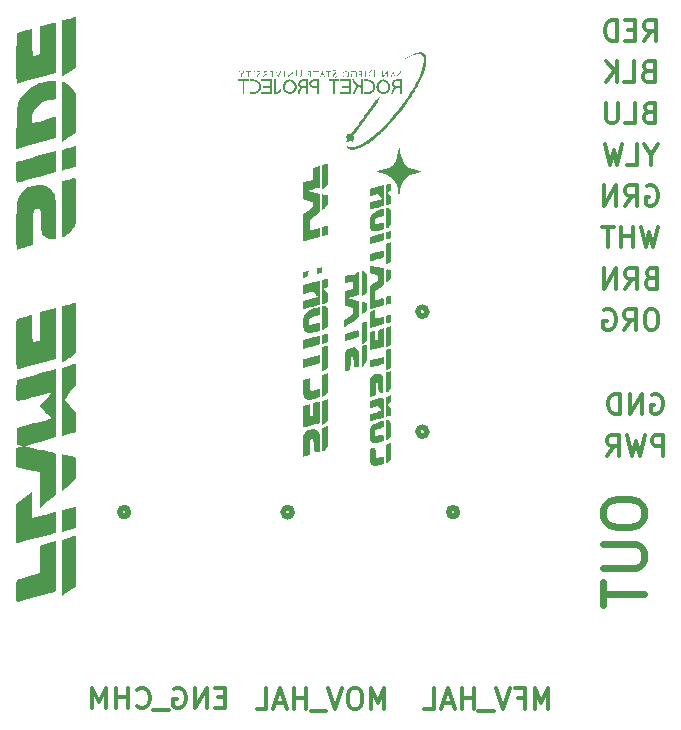
<source format=gbo>
G04 #@! TF.GenerationSoftware,KiCad,Pcbnew,9.0.0*
G04 #@! TF.CreationDate,2025-02-28T23:18:11-08:00*
G04 #@! TF.ProjectId,Constellation STAR LAF V1.1,436f6e73-7465-46c6-9c61-74696f6e2053,rev?*
G04 #@! TF.SameCoordinates,Original*
G04 #@! TF.FileFunction,Legend,Bot*
G04 #@! TF.FilePolarity,Positive*
%FSLAX46Y46*%
G04 Gerber Fmt 4.6, Leading zero omitted, Abs format (unit mm)*
G04 Created by KiCad (PCBNEW 9.0.0) date 2025-02-28 23:18:11*
%MOMM*%
%LPD*%
G01*
G04 APERTURE LIST*
%ADD10C,0.350000*%
%ADD11C,0.600000*%
%ADD12C,0.508000*%
%ADD13C,0.000000*%
%ADD14C,3.200000*%
%ADD15C,1.900000*%
G04 APERTURE END LIST*
D10*
X80954737Y-41318297D02*
X80954737Y-42151630D01*
X81538070Y-40401630D02*
X80954737Y-41318297D01*
X80954737Y-41318297D02*
X80371403Y-40401630D01*
X78954737Y-42151630D02*
X79788070Y-42151630D01*
X79788070Y-42151630D02*
X79788070Y-40401630D01*
X78538070Y-40401630D02*
X78121403Y-42151630D01*
X78121403Y-42151630D02*
X77788070Y-40901630D01*
X77788070Y-40901630D02*
X77454736Y-42151630D01*
X77454736Y-42151630D02*
X77038070Y-40401630D01*
X81003069Y-61624968D02*
X81169736Y-61541635D01*
X81169736Y-61541635D02*
X81419736Y-61541635D01*
X81419736Y-61541635D02*
X81669736Y-61624968D01*
X81669736Y-61624968D02*
X81836403Y-61791635D01*
X81836403Y-61791635D02*
X81919736Y-61958302D01*
X81919736Y-61958302D02*
X82003069Y-62291635D01*
X82003069Y-62291635D02*
X82003069Y-62541635D01*
X82003069Y-62541635D02*
X81919736Y-62874968D01*
X81919736Y-62874968D02*
X81836403Y-63041635D01*
X81836403Y-63041635D02*
X81669736Y-63208302D01*
X81669736Y-63208302D02*
X81419736Y-63291635D01*
X81419736Y-63291635D02*
X81253069Y-63291635D01*
X81253069Y-63291635D02*
X81003069Y-63208302D01*
X81003069Y-63208302D02*
X80919736Y-63124968D01*
X80919736Y-63124968D02*
X80919736Y-62541635D01*
X80919736Y-62541635D02*
X81253069Y-62541635D01*
X80169736Y-63291635D02*
X80169736Y-61541635D01*
X80169736Y-61541635D02*
X79169736Y-63291635D01*
X79169736Y-63291635D02*
X79169736Y-61541635D01*
X78336403Y-63291635D02*
X78336403Y-61541635D01*
X78336403Y-61541635D02*
X77919736Y-61541635D01*
X77919736Y-61541635D02*
X77669736Y-61624968D01*
X77669736Y-61624968D02*
X77503070Y-61791635D01*
X77503070Y-61791635D02*
X77419736Y-61958302D01*
X77419736Y-61958302D02*
X77336403Y-62291635D01*
X77336403Y-62291635D02*
X77336403Y-62541635D01*
X77336403Y-62541635D02*
X77419736Y-62874968D01*
X77419736Y-62874968D02*
X77503070Y-63041635D01*
X77503070Y-63041635D02*
X77669736Y-63208302D01*
X77669736Y-63208302D02*
X77919736Y-63291635D01*
X77919736Y-63291635D02*
X78336403Y-63291635D01*
X82003070Y-66791636D02*
X82003070Y-65041636D01*
X82003070Y-65041636D02*
X81336403Y-65041636D01*
X81336403Y-65041636D02*
X81169737Y-65124969D01*
X81169737Y-65124969D02*
X81086403Y-65208303D01*
X81086403Y-65208303D02*
X81003070Y-65374969D01*
X81003070Y-65374969D02*
X81003070Y-65624969D01*
X81003070Y-65624969D02*
X81086403Y-65791636D01*
X81086403Y-65791636D02*
X81169737Y-65874969D01*
X81169737Y-65874969D02*
X81336403Y-65958303D01*
X81336403Y-65958303D02*
X82003070Y-65958303D01*
X80419737Y-65041636D02*
X80003070Y-66791636D01*
X80003070Y-66791636D02*
X79669737Y-65541636D01*
X79669737Y-65541636D02*
X79336403Y-66791636D01*
X79336403Y-66791636D02*
X78919737Y-65041636D01*
X77253070Y-66791636D02*
X77836403Y-65958303D01*
X78253070Y-66791636D02*
X78253070Y-65041636D01*
X78253070Y-65041636D02*
X77586403Y-65041636D01*
X77586403Y-65041636D02*
X77419737Y-65124969D01*
X77419737Y-65124969D02*
X77336403Y-65208303D01*
X77336403Y-65208303D02*
X77253070Y-65374969D01*
X77253070Y-65374969D02*
X77253070Y-65624969D01*
X77253070Y-65624969D02*
X77336403Y-65791636D01*
X77336403Y-65791636D02*
X77419737Y-65874969D01*
X77419737Y-65874969D02*
X77586403Y-65958303D01*
X77586403Y-65958303D02*
X78253070Y-65958303D01*
X81163070Y-54401635D02*
X80829736Y-54401635D01*
X80829736Y-54401635D02*
X80663070Y-54484968D01*
X80663070Y-54484968D02*
X80496403Y-54651635D01*
X80496403Y-54651635D02*
X80413070Y-54984968D01*
X80413070Y-54984968D02*
X80413070Y-55568302D01*
X80413070Y-55568302D02*
X80496403Y-55901635D01*
X80496403Y-55901635D02*
X80663070Y-56068302D01*
X80663070Y-56068302D02*
X80829736Y-56151635D01*
X80829736Y-56151635D02*
X81163070Y-56151635D01*
X81163070Y-56151635D02*
X81329736Y-56068302D01*
X81329736Y-56068302D02*
X81496403Y-55901635D01*
X81496403Y-55901635D02*
X81579736Y-55568302D01*
X81579736Y-55568302D02*
X81579736Y-54984968D01*
X81579736Y-54984968D02*
X81496403Y-54651635D01*
X81496403Y-54651635D02*
X81329736Y-54484968D01*
X81329736Y-54484968D02*
X81163070Y-54401635D01*
X78663070Y-56151635D02*
X79246403Y-55318302D01*
X79663070Y-56151635D02*
X79663070Y-54401635D01*
X79663070Y-54401635D02*
X78996403Y-54401635D01*
X78996403Y-54401635D02*
X78829737Y-54484968D01*
X78829737Y-54484968D02*
X78746403Y-54568302D01*
X78746403Y-54568302D02*
X78663070Y-54734968D01*
X78663070Y-54734968D02*
X78663070Y-54984968D01*
X78663070Y-54984968D02*
X78746403Y-55151635D01*
X78746403Y-55151635D02*
X78829737Y-55234968D01*
X78829737Y-55234968D02*
X78996403Y-55318302D01*
X78996403Y-55318302D02*
X79663070Y-55318302D01*
X76996403Y-54484968D02*
X77163070Y-54401635D01*
X77163070Y-54401635D02*
X77413070Y-54401635D01*
X77413070Y-54401635D02*
X77663070Y-54484968D01*
X77663070Y-54484968D02*
X77829737Y-54651635D01*
X77829737Y-54651635D02*
X77913070Y-54818302D01*
X77913070Y-54818302D02*
X77996403Y-55151635D01*
X77996403Y-55151635D02*
X77996403Y-55401635D01*
X77996403Y-55401635D02*
X77913070Y-55734968D01*
X77913070Y-55734968D02*
X77829737Y-55901635D01*
X77829737Y-55901635D02*
X77663070Y-56068302D01*
X77663070Y-56068302D02*
X77413070Y-56151635D01*
X77413070Y-56151635D02*
X77246403Y-56151635D01*
X77246403Y-56151635D02*
X76996403Y-56068302D01*
X76996403Y-56068302D02*
X76913070Y-55984968D01*
X76913070Y-55984968D02*
X76913070Y-55401635D01*
X76913070Y-55401635D02*
X77246403Y-55401635D01*
X80913070Y-51734963D02*
X80663070Y-51818297D01*
X80663070Y-51818297D02*
X80579736Y-51901630D01*
X80579736Y-51901630D02*
X80496403Y-52068297D01*
X80496403Y-52068297D02*
X80496403Y-52318297D01*
X80496403Y-52318297D02*
X80579736Y-52484963D01*
X80579736Y-52484963D02*
X80663070Y-52568297D01*
X80663070Y-52568297D02*
X80829736Y-52651630D01*
X80829736Y-52651630D02*
X81496403Y-52651630D01*
X81496403Y-52651630D02*
X81496403Y-50901630D01*
X81496403Y-50901630D02*
X80913070Y-50901630D01*
X80913070Y-50901630D02*
X80746403Y-50984963D01*
X80746403Y-50984963D02*
X80663070Y-51068297D01*
X80663070Y-51068297D02*
X80579736Y-51234963D01*
X80579736Y-51234963D02*
X80579736Y-51401630D01*
X80579736Y-51401630D02*
X80663070Y-51568297D01*
X80663070Y-51568297D02*
X80746403Y-51651630D01*
X80746403Y-51651630D02*
X80913070Y-51734963D01*
X80913070Y-51734963D02*
X81496403Y-51734963D01*
X78746403Y-52651630D02*
X79329736Y-51818297D01*
X79746403Y-52651630D02*
X79746403Y-50901630D01*
X79746403Y-50901630D02*
X79079736Y-50901630D01*
X79079736Y-50901630D02*
X78913070Y-50984963D01*
X78913070Y-50984963D02*
X78829736Y-51068297D01*
X78829736Y-51068297D02*
X78746403Y-51234963D01*
X78746403Y-51234963D02*
X78746403Y-51484963D01*
X78746403Y-51484963D02*
X78829736Y-51651630D01*
X78829736Y-51651630D02*
X78913070Y-51734963D01*
X78913070Y-51734963D02*
X79079736Y-51818297D01*
X79079736Y-51818297D02*
X79746403Y-51818297D01*
X77996403Y-52651630D02*
X77996403Y-50901630D01*
X77996403Y-50901630D02*
X76996403Y-52651630D01*
X76996403Y-52651630D02*
X76996403Y-50901630D01*
X44915000Y-87274967D02*
X44331667Y-87274967D01*
X44081667Y-88191634D02*
X44915000Y-88191634D01*
X44915000Y-88191634D02*
X44915000Y-86441634D01*
X44915000Y-86441634D02*
X44081667Y-86441634D01*
X43331667Y-88191634D02*
X43331667Y-86441634D01*
X43331667Y-86441634D02*
X42331667Y-88191634D01*
X42331667Y-88191634D02*
X42331667Y-86441634D01*
X40581667Y-86524967D02*
X40748334Y-86441634D01*
X40748334Y-86441634D02*
X40998334Y-86441634D01*
X40998334Y-86441634D02*
X41248334Y-86524967D01*
X41248334Y-86524967D02*
X41415001Y-86691634D01*
X41415001Y-86691634D02*
X41498334Y-86858301D01*
X41498334Y-86858301D02*
X41581667Y-87191634D01*
X41581667Y-87191634D02*
X41581667Y-87441634D01*
X41581667Y-87441634D02*
X41498334Y-87774967D01*
X41498334Y-87774967D02*
X41415001Y-87941634D01*
X41415001Y-87941634D02*
X41248334Y-88108301D01*
X41248334Y-88108301D02*
X40998334Y-88191634D01*
X40998334Y-88191634D02*
X40831667Y-88191634D01*
X40831667Y-88191634D02*
X40581667Y-88108301D01*
X40581667Y-88108301D02*
X40498334Y-88024967D01*
X40498334Y-88024967D02*
X40498334Y-87441634D01*
X40498334Y-87441634D02*
X40831667Y-87441634D01*
X40165001Y-88358301D02*
X38831667Y-88358301D01*
X37415001Y-88024967D02*
X37498334Y-88108301D01*
X37498334Y-88108301D02*
X37748334Y-88191634D01*
X37748334Y-88191634D02*
X37915001Y-88191634D01*
X37915001Y-88191634D02*
X38165001Y-88108301D01*
X38165001Y-88108301D02*
X38331668Y-87941634D01*
X38331668Y-87941634D02*
X38415001Y-87774967D01*
X38415001Y-87774967D02*
X38498334Y-87441634D01*
X38498334Y-87441634D02*
X38498334Y-87191634D01*
X38498334Y-87191634D02*
X38415001Y-86858301D01*
X38415001Y-86858301D02*
X38331668Y-86691634D01*
X38331668Y-86691634D02*
X38165001Y-86524967D01*
X38165001Y-86524967D02*
X37915001Y-86441634D01*
X37915001Y-86441634D02*
X37748334Y-86441634D01*
X37748334Y-86441634D02*
X37498334Y-86524967D01*
X37498334Y-86524967D02*
X37415001Y-86608301D01*
X36665001Y-88191634D02*
X36665001Y-86441634D01*
X36665001Y-87274967D02*
X35665001Y-87274967D01*
X35665001Y-88191634D02*
X35665001Y-86441634D01*
X34831668Y-88191634D02*
X34831668Y-86441634D01*
X34831668Y-86441634D02*
X34248335Y-87691634D01*
X34248335Y-87691634D02*
X33665001Y-86441634D01*
X33665001Y-86441634D02*
X33665001Y-88191634D01*
X58391666Y-88211634D02*
X58391666Y-86461634D01*
X58391666Y-86461634D02*
X57808333Y-87711634D01*
X57808333Y-87711634D02*
X57224999Y-86461634D01*
X57224999Y-86461634D02*
X57224999Y-88211634D01*
X56058333Y-86461634D02*
X55724999Y-86461634D01*
X55724999Y-86461634D02*
X55558333Y-86544967D01*
X55558333Y-86544967D02*
X55391666Y-86711634D01*
X55391666Y-86711634D02*
X55308333Y-87044967D01*
X55308333Y-87044967D02*
X55308333Y-87628301D01*
X55308333Y-87628301D02*
X55391666Y-87961634D01*
X55391666Y-87961634D02*
X55558333Y-88128301D01*
X55558333Y-88128301D02*
X55724999Y-88211634D01*
X55724999Y-88211634D02*
X56058333Y-88211634D01*
X56058333Y-88211634D02*
X56224999Y-88128301D01*
X56224999Y-88128301D02*
X56391666Y-87961634D01*
X56391666Y-87961634D02*
X56474999Y-87628301D01*
X56474999Y-87628301D02*
X56474999Y-87044967D01*
X56474999Y-87044967D02*
X56391666Y-86711634D01*
X56391666Y-86711634D02*
X56224999Y-86544967D01*
X56224999Y-86544967D02*
X56058333Y-86461634D01*
X54808333Y-86461634D02*
X54225000Y-88211634D01*
X54225000Y-88211634D02*
X53641666Y-86461634D01*
X53475000Y-88378301D02*
X52141666Y-88378301D01*
X51725000Y-88211634D02*
X51725000Y-86461634D01*
X51725000Y-87294967D02*
X50725000Y-87294967D01*
X50725000Y-88211634D02*
X50725000Y-86461634D01*
X49975000Y-87711634D02*
X49141667Y-87711634D01*
X50141667Y-88211634D02*
X49558334Y-86461634D01*
X49558334Y-86461634D02*
X48975000Y-88211634D01*
X47558334Y-88211634D02*
X48391667Y-88211634D01*
X48391667Y-88211634D02*
X48391667Y-86461634D01*
X72264999Y-88211634D02*
X72264999Y-86461634D01*
X72264999Y-86461634D02*
X71681666Y-87711634D01*
X71681666Y-87711634D02*
X71098332Y-86461634D01*
X71098332Y-86461634D02*
X71098332Y-88211634D01*
X69681666Y-87294967D02*
X70264999Y-87294967D01*
X70264999Y-88211634D02*
X70264999Y-86461634D01*
X70264999Y-86461634D02*
X69431666Y-86461634D01*
X69014999Y-86461634D02*
X68431666Y-88211634D01*
X68431666Y-88211634D02*
X67848332Y-86461634D01*
X67681666Y-88378301D02*
X66348332Y-88378301D01*
X65931666Y-88211634D02*
X65931666Y-86461634D01*
X65931666Y-87294967D02*
X64931666Y-87294967D01*
X64931666Y-88211634D02*
X64931666Y-86461634D01*
X64181666Y-87711634D02*
X63348333Y-87711634D01*
X64348333Y-88211634D02*
X63765000Y-86461634D01*
X63765000Y-86461634D02*
X63181666Y-88211634D01*
X61765000Y-88211634D02*
X62598333Y-88211634D01*
X62598333Y-88211634D02*
X62598333Y-86461634D01*
X80371403Y-31651630D02*
X80954736Y-30818297D01*
X81371403Y-31651630D02*
X81371403Y-29901630D01*
X81371403Y-29901630D02*
X80704736Y-29901630D01*
X80704736Y-29901630D02*
X80538070Y-29984963D01*
X80538070Y-29984963D02*
X80454736Y-30068297D01*
X80454736Y-30068297D02*
X80371403Y-30234963D01*
X80371403Y-30234963D02*
X80371403Y-30484963D01*
X80371403Y-30484963D02*
X80454736Y-30651630D01*
X80454736Y-30651630D02*
X80538070Y-30734963D01*
X80538070Y-30734963D02*
X80704736Y-30818297D01*
X80704736Y-30818297D02*
X81371403Y-30818297D01*
X79621403Y-30734963D02*
X79038070Y-30734963D01*
X78788070Y-31651630D02*
X79621403Y-31651630D01*
X79621403Y-31651630D02*
X79621403Y-29901630D01*
X79621403Y-29901630D02*
X78788070Y-29901630D01*
X78038070Y-31651630D02*
X78038070Y-29901630D01*
X78038070Y-29901630D02*
X77621403Y-29901630D01*
X77621403Y-29901630D02*
X77371403Y-29984963D01*
X77371403Y-29984963D02*
X77204737Y-30151630D01*
X77204737Y-30151630D02*
X77121403Y-30318297D01*
X77121403Y-30318297D02*
X77038070Y-30651630D01*
X77038070Y-30651630D02*
X77038070Y-30901630D01*
X77038070Y-30901630D02*
X77121403Y-31234963D01*
X77121403Y-31234963D02*
X77204737Y-31401630D01*
X77204737Y-31401630D02*
X77371403Y-31568297D01*
X77371403Y-31568297D02*
X77621403Y-31651630D01*
X77621403Y-31651630D02*
X78038070Y-31651630D01*
X80704737Y-34234963D02*
X80454737Y-34318297D01*
X80454737Y-34318297D02*
X80371403Y-34401630D01*
X80371403Y-34401630D02*
X80288070Y-34568297D01*
X80288070Y-34568297D02*
X80288070Y-34818297D01*
X80288070Y-34818297D02*
X80371403Y-34984963D01*
X80371403Y-34984963D02*
X80454737Y-35068297D01*
X80454737Y-35068297D02*
X80621403Y-35151630D01*
X80621403Y-35151630D02*
X81288070Y-35151630D01*
X81288070Y-35151630D02*
X81288070Y-33401630D01*
X81288070Y-33401630D02*
X80704737Y-33401630D01*
X80704737Y-33401630D02*
X80538070Y-33484963D01*
X80538070Y-33484963D02*
X80454737Y-33568297D01*
X80454737Y-33568297D02*
X80371403Y-33734963D01*
X80371403Y-33734963D02*
X80371403Y-33901630D01*
X80371403Y-33901630D02*
X80454737Y-34068297D01*
X80454737Y-34068297D02*
X80538070Y-34151630D01*
X80538070Y-34151630D02*
X80704737Y-34234963D01*
X80704737Y-34234963D02*
X81288070Y-34234963D01*
X78704737Y-35151630D02*
X79538070Y-35151630D01*
X79538070Y-35151630D02*
X79538070Y-33401630D01*
X78121403Y-35151630D02*
X78121403Y-33401630D01*
X77121403Y-35151630D02*
X77871403Y-34151630D01*
X77121403Y-33401630D02*
X78121403Y-34401630D01*
X80579736Y-43984963D02*
X80746403Y-43901630D01*
X80746403Y-43901630D02*
X80996403Y-43901630D01*
X80996403Y-43901630D02*
X81246403Y-43984963D01*
X81246403Y-43984963D02*
X81413070Y-44151630D01*
X81413070Y-44151630D02*
X81496403Y-44318297D01*
X81496403Y-44318297D02*
X81579736Y-44651630D01*
X81579736Y-44651630D02*
X81579736Y-44901630D01*
X81579736Y-44901630D02*
X81496403Y-45234963D01*
X81496403Y-45234963D02*
X81413070Y-45401630D01*
X81413070Y-45401630D02*
X81246403Y-45568297D01*
X81246403Y-45568297D02*
X80996403Y-45651630D01*
X80996403Y-45651630D02*
X80829736Y-45651630D01*
X80829736Y-45651630D02*
X80579736Y-45568297D01*
X80579736Y-45568297D02*
X80496403Y-45484963D01*
X80496403Y-45484963D02*
X80496403Y-44901630D01*
X80496403Y-44901630D02*
X80829736Y-44901630D01*
X78746403Y-45651630D02*
X79329736Y-44818297D01*
X79746403Y-45651630D02*
X79746403Y-43901630D01*
X79746403Y-43901630D02*
X79079736Y-43901630D01*
X79079736Y-43901630D02*
X78913070Y-43984963D01*
X78913070Y-43984963D02*
X78829736Y-44068297D01*
X78829736Y-44068297D02*
X78746403Y-44234963D01*
X78746403Y-44234963D02*
X78746403Y-44484963D01*
X78746403Y-44484963D02*
X78829736Y-44651630D01*
X78829736Y-44651630D02*
X78913070Y-44734963D01*
X78913070Y-44734963D02*
X79079736Y-44818297D01*
X79079736Y-44818297D02*
X79746403Y-44818297D01*
X77996403Y-45651630D02*
X77996403Y-43901630D01*
X77996403Y-43901630D02*
X76996403Y-45651630D01*
X76996403Y-45651630D02*
X76996403Y-43901630D01*
X81579737Y-47401631D02*
X81163070Y-49151631D01*
X81163070Y-49151631D02*
X80829737Y-47901631D01*
X80829737Y-47901631D02*
X80496403Y-49151631D01*
X80496403Y-49151631D02*
X80079737Y-47401631D01*
X79413070Y-49151631D02*
X79413070Y-47401631D01*
X79413070Y-48234964D02*
X78413070Y-48234964D01*
X78413070Y-49151631D02*
X78413070Y-47401631D01*
X77829737Y-47401631D02*
X76829737Y-47401631D01*
X77329737Y-49151631D02*
X77329737Y-47401631D01*
D11*
X76880467Y-71314736D02*
X76880467Y-71981402D01*
X76880467Y-71981402D02*
X77047134Y-72314736D01*
X77047134Y-72314736D02*
X77380467Y-72648069D01*
X77380467Y-72648069D02*
X78047134Y-72814736D01*
X78047134Y-72814736D02*
X79213801Y-72814736D01*
X79213801Y-72814736D02*
X79880467Y-72648069D01*
X79880467Y-72648069D02*
X80213801Y-72314736D01*
X80213801Y-72314736D02*
X80380467Y-71981402D01*
X80380467Y-71981402D02*
X80380467Y-71314736D01*
X80380467Y-71314736D02*
X80213801Y-70981402D01*
X80213801Y-70981402D02*
X79880467Y-70648069D01*
X79880467Y-70648069D02*
X79213801Y-70481402D01*
X79213801Y-70481402D02*
X78047134Y-70481402D01*
X78047134Y-70481402D02*
X77380467Y-70648069D01*
X77380467Y-70648069D02*
X77047134Y-70981402D01*
X77047134Y-70981402D02*
X76880467Y-71314736D01*
X76880467Y-74314736D02*
X79713801Y-74314736D01*
X79713801Y-74314736D02*
X80047134Y-74481403D01*
X80047134Y-74481403D02*
X80213801Y-74648069D01*
X80213801Y-74648069D02*
X80380467Y-74981403D01*
X80380467Y-74981403D02*
X80380467Y-75648069D01*
X80380467Y-75648069D02*
X80213801Y-75981403D01*
X80213801Y-75981403D02*
X80047134Y-76148069D01*
X80047134Y-76148069D02*
X79713801Y-76314736D01*
X79713801Y-76314736D02*
X76880467Y-76314736D01*
X76880467Y-77481403D02*
X76880467Y-79481403D01*
X80380467Y-78481403D02*
X76880467Y-78481403D01*
D10*
X80746404Y-37734963D02*
X80496404Y-37818297D01*
X80496404Y-37818297D02*
X80413070Y-37901630D01*
X80413070Y-37901630D02*
X80329737Y-38068297D01*
X80329737Y-38068297D02*
X80329737Y-38318297D01*
X80329737Y-38318297D02*
X80413070Y-38484963D01*
X80413070Y-38484963D02*
X80496404Y-38568297D01*
X80496404Y-38568297D02*
X80663070Y-38651630D01*
X80663070Y-38651630D02*
X81329737Y-38651630D01*
X81329737Y-38651630D02*
X81329737Y-36901630D01*
X81329737Y-36901630D02*
X80746404Y-36901630D01*
X80746404Y-36901630D02*
X80579737Y-36984963D01*
X80579737Y-36984963D02*
X80496404Y-37068297D01*
X80496404Y-37068297D02*
X80413070Y-37234963D01*
X80413070Y-37234963D02*
X80413070Y-37401630D01*
X80413070Y-37401630D02*
X80496404Y-37568297D01*
X80496404Y-37568297D02*
X80579737Y-37651630D01*
X80579737Y-37651630D02*
X80746404Y-37734963D01*
X80746404Y-37734963D02*
X81329737Y-37734963D01*
X78746404Y-38651630D02*
X79579737Y-38651630D01*
X79579737Y-38651630D02*
X79579737Y-36901630D01*
X78163070Y-36901630D02*
X78163070Y-38318297D01*
X78163070Y-38318297D02*
X78079737Y-38484963D01*
X78079737Y-38484963D02*
X77996403Y-38568297D01*
X77996403Y-38568297D02*
X77829737Y-38651630D01*
X77829737Y-38651630D02*
X77496403Y-38651630D01*
X77496403Y-38651630D02*
X77329737Y-38568297D01*
X77329737Y-38568297D02*
X77246403Y-38484963D01*
X77246403Y-38484963D02*
X77163070Y-38318297D01*
X77163070Y-38318297D02*
X77163070Y-36901630D01*
D12*
X61981000Y-64770000D02*
G75*
G02*
X61219000Y-64770000I-381000J0D01*
G01*
X61219000Y-64770000D02*
G75*
G02*
X61981000Y-64770000I381000J0D01*
G01*
X64576000Y-71579999D02*
G75*
G02*
X63814000Y-71579999I-381000J0D01*
G01*
X63814000Y-71579999D02*
G75*
G02*
X64576000Y-71579999I381000J0D01*
G01*
X36731000Y-71579999D02*
G75*
G02*
X35969000Y-71579999I-381000J0D01*
G01*
X35969000Y-71579999D02*
G75*
G02*
X36731000Y-71579999I381000J0D01*
G01*
X61980999Y-54610000D02*
G75*
G02*
X61219001Y-54610000I-380999J0D01*
G01*
X61219001Y-54610000D02*
G75*
G02*
X61980999Y-54610000I380999J0D01*
G01*
X50571000Y-71579999D02*
G75*
G02*
X49809000Y-71579999I-381000J0D01*
G01*
X49809000Y-71579999D02*
G75*
G02*
X50571000Y-71579999I381000J0D01*
G01*
D13*
G36*
X58943667Y-53579202D02*
G01*
X58939094Y-53732974D01*
X58925489Y-53861426D01*
X58906008Y-53919479D01*
X58897209Y-53923805D01*
X58811149Y-53949587D01*
X58679802Y-53978125D01*
X58491254Y-54013497D01*
X58506208Y-53698820D01*
X58521163Y-53384144D01*
X58732415Y-53323172D01*
X58943667Y-53262199D01*
X58943667Y-53579202D01*
G37*
G36*
X58943667Y-49553091D02*
G01*
X58943667Y-50363094D01*
X58766854Y-50467416D01*
X58727870Y-50489759D01*
X58612037Y-50548275D01*
X58542001Y-50571739D01*
X58533560Y-50561888D01*
X58518490Y-50472084D01*
X58508894Y-50295866D01*
X58505132Y-50042123D01*
X58507562Y-49719743D01*
X58521163Y-48867746D01*
X58732415Y-48805417D01*
X58943667Y-48743088D01*
X58943667Y-49553091D01*
G37*
G36*
X58943667Y-58549960D02*
G01*
X58943667Y-59359963D01*
X58766854Y-59464285D01*
X58727870Y-59486628D01*
X58612037Y-59545144D01*
X58542001Y-59568607D01*
X58533560Y-59558757D01*
X58518490Y-59468953D01*
X58508894Y-59292735D01*
X58505132Y-59038991D01*
X58507562Y-58716612D01*
X58521163Y-57864615D01*
X58732415Y-57802286D01*
X58943667Y-57739957D01*
X58943667Y-58549960D01*
G37*
G36*
X58943667Y-60363899D02*
G01*
X58943667Y-61098995D01*
X58799459Y-61253371D01*
X58764905Y-61288137D01*
X58656999Y-61373559D01*
X58574577Y-61407747D01*
X58566716Y-61407324D01*
X58539158Y-61392658D01*
X58520154Y-61346969D01*
X58508598Y-61256587D01*
X58503381Y-61107844D01*
X58503396Y-60887072D01*
X58507535Y-60580601D01*
X58521163Y-59753456D01*
X58732415Y-59691129D01*
X58943667Y-59628803D01*
X58943667Y-60363899D01*
G37*
G36*
X56211457Y-56204439D02*
G01*
X56250291Y-56260481D01*
X56258323Y-56362683D01*
X56250065Y-56515911D01*
X56234665Y-56756062D01*
X55663041Y-56917868D01*
X55439823Y-56980373D01*
X55249258Y-57032437D01*
X55113983Y-57067944D01*
X55054137Y-57081480D01*
X55036374Y-57044443D01*
X55022265Y-56932541D01*
X55016857Y-56771649D01*
X55016857Y-56460012D01*
X55616400Y-56303360D01*
X55765032Y-56264587D01*
X55983339Y-56211359D01*
X56127311Y-56189686D01*
X56211457Y-56204439D01*
G37*
G36*
X58923427Y-47821653D02*
G01*
X58938044Y-47930033D01*
X58943667Y-48087646D01*
X58941022Y-48239151D01*
X58925603Y-48343507D01*
X58887334Y-48399848D01*
X58816165Y-48435592D01*
X58712968Y-48466424D01*
X58592486Y-48484068D01*
X58553133Y-48479273D01*
X58516663Y-48443809D01*
X58500171Y-48354314D01*
X58496309Y-48188165D01*
X58496309Y-47892263D01*
X58682709Y-47840497D01*
X58716029Y-47831401D01*
X58838168Y-47800904D01*
X58906388Y-47788455D01*
X58923427Y-47821653D01*
G37*
G36*
X58930854Y-54896558D02*
G01*
X58941756Y-54989737D01*
X58943667Y-55162382D01*
X58943667Y-55484969D01*
X58770667Y-55542064D01*
X58747797Y-55549206D01*
X58624048Y-55574189D01*
X58546988Y-55567839D01*
X58526987Y-55533298D01*
X58504898Y-55420998D01*
X58496309Y-55264836D01*
X58497079Y-55159428D01*
X58510596Y-55050015D01*
X58557202Y-54982000D01*
X58657434Y-54931502D01*
X58831828Y-54874635D01*
X58851082Y-54868841D01*
X58903213Y-54862906D01*
X58930854Y-54896558D01*
G37*
G36*
X58736007Y-63801951D02*
G01*
X58825774Y-63839983D01*
X58885795Y-63921749D01*
X58921698Y-64061102D01*
X58939114Y-64271897D01*
X58943667Y-64567987D01*
X58943667Y-65177791D01*
X58790724Y-65330733D01*
X58751132Y-65368169D01*
X58643708Y-65450739D01*
X58567045Y-65483676D01*
X58546170Y-65474971D01*
X58525401Y-65430725D01*
X58511088Y-65337599D01*
X58502173Y-65182964D01*
X58497599Y-64954196D01*
X58496309Y-64638667D01*
X58496309Y-63793657D01*
X58629088Y-63793657D01*
X58736007Y-63801951D01*
G37*
G36*
X56877302Y-55466656D02*
G01*
X56888597Y-55573396D01*
X56897598Y-55751581D01*
X56903551Y-55984771D01*
X56905703Y-56256523D01*
X56905703Y-57070075D01*
X56707944Y-57200946D01*
X56643096Y-57242948D01*
X56537422Y-57306711D01*
X56484263Y-57331817D01*
X56476577Y-57291520D01*
X56469285Y-57166606D01*
X56463511Y-56972483D01*
X56459712Y-56724859D01*
X56458345Y-56439437D01*
X56458345Y-55547058D01*
X56644744Y-55495292D01*
X56678064Y-55486195D01*
X56800205Y-55455699D01*
X56868424Y-55443249D01*
X56877302Y-55466656D01*
G37*
G36*
X58311719Y-47981356D02*
G01*
X58326364Y-48017901D01*
X58339054Y-48133393D01*
X58337607Y-48290517D01*
X58322337Y-48558516D01*
X57860115Y-48690488D01*
X57749973Y-48721821D01*
X57543865Y-48779850D01*
X57376416Y-48826227D01*
X57276064Y-48853036D01*
X57252113Y-48858855D01*
X57196271Y-48863138D01*
X57167132Y-48829380D01*
X57156012Y-48737125D01*
X57154235Y-48565915D01*
X57154235Y-48248217D01*
X57712398Y-48094207D01*
X57923554Y-48039755D01*
X58114046Y-47998407D01*
X58250273Y-47977654D01*
X58311719Y-47981356D01*
G37*
G36*
X58943667Y-56625827D02*
G01*
X58943667Y-57412924D01*
X58750500Y-57521489D01*
X58696058Y-57551422D01*
X58585052Y-57607718D01*
X58526821Y-57630056D01*
X58519437Y-57605666D01*
X58510236Y-57497696D01*
X58502907Y-57318437D01*
X58498061Y-57084288D01*
X58496309Y-56811648D01*
X58496272Y-56652748D01*
X58497735Y-56382754D01*
X58505327Y-56190299D01*
X58523958Y-56060535D01*
X58558531Y-55978611D01*
X58613956Y-55929681D01*
X58695134Y-55898896D01*
X58806975Y-55871406D01*
X58943667Y-55838730D01*
X58943667Y-56625827D01*
G37*
G36*
X58943667Y-66404867D02*
G01*
X58943667Y-67084224D01*
X58774665Y-67253226D01*
X58718379Y-67306692D01*
X58615856Y-67389570D01*
X58550986Y-67422228D01*
X58547071Y-67421303D01*
X58524497Y-67365423D01*
X58508675Y-67220630D01*
X58499360Y-66983485D01*
X58496309Y-66650548D01*
X58496049Y-66492580D01*
X58496198Y-66241459D01*
X58502256Y-66065792D01*
X58520241Y-65949607D01*
X58556173Y-65876939D01*
X58616069Y-65831820D01*
X58705947Y-65798279D01*
X58831828Y-65760350D01*
X58943667Y-65725510D01*
X58943667Y-66404867D01*
G37*
G36*
X56878457Y-57420554D02*
G01*
X56881353Y-57427294D01*
X56890911Y-57508713D01*
X56898642Y-57665287D01*
X56903816Y-57878054D01*
X56905703Y-58128053D01*
X56904987Y-58352169D01*
X56900602Y-58565478D01*
X56889905Y-58714445D01*
X56870287Y-58818753D01*
X56839143Y-58898081D01*
X56793863Y-58972113D01*
X56779869Y-58991977D01*
X56673193Y-59118590D01*
X56570184Y-59209206D01*
X56458345Y-59282495D01*
X56458345Y-58387762D01*
X56458345Y-57493029D01*
X56654778Y-57443169D01*
X56699023Y-57432791D01*
X56817658Y-57414563D01*
X56878457Y-57420554D01*
G37*
G36*
X58324545Y-49492790D02*
G01*
X58340849Y-49599614D01*
X58347190Y-49752600D01*
X58347190Y-50021136D01*
X58135938Y-50077025D01*
X57993662Y-50115073D01*
X57788125Y-50170663D01*
X57577739Y-50228061D01*
X57561111Y-50232609D01*
X57388241Y-50278427D01*
X57256236Y-50310883D01*
X57192514Y-50323207D01*
X57175494Y-50292565D01*
X57160149Y-50186659D01*
X57154235Y-50031232D01*
X57154235Y-49739257D01*
X57713433Y-49590335D01*
X57924248Y-49536449D01*
X58114460Y-49492464D01*
X58249834Y-49466435D01*
X58309910Y-49462738D01*
X58324545Y-49492790D01*
G37*
G36*
X58324545Y-58489659D02*
G01*
X58340849Y-58596483D01*
X58347190Y-58749469D01*
X58347190Y-59018005D01*
X58135939Y-59073895D01*
X57993662Y-59111942D01*
X57788125Y-59167532D01*
X57577739Y-59224930D01*
X57561111Y-59229478D01*
X57388241Y-59275295D01*
X57256236Y-59307752D01*
X57192514Y-59320076D01*
X57175494Y-59289434D01*
X57160149Y-59183528D01*
X57154235Y-59028101D01*
X57154235Y-58736126D01*
X57713433Y-58587203D01*
X57924248Y-58533318D01*
X58114460Y-58489333D01*
X58249834Y-58463304D01*
X58309910Y-58459607D01*
X58324545Y-58489659D01*
G37*
G36*
X58663140Y-51026472D02*
G01*
X58788335Y-51050163D01*
X58943667Y-51081230D01*
X58943667Y-51417178D01*
X58943449Y-51496221D01*
X58936576Y-51648592D01*
X58910025Y-51749181D01*
X58850498Y-51832456D01*
X58744698Y-51932883D01*
X58664524Y-52003509D01*
X58568583Y-52082082D01*
X58521019Y-52112639D01*
X58512445Y-52078498D01*
X58504085Y-51963151D01*
X58498404Y-51785586D01*
X58496309Y-51565868D01*
X58496307Y-51548438D01*
X58497176Y-51307934D01*
X58505678Y-51150702D01*
X58530428Y-51061525D01*
X58580044Y-51025187D01*
X58663140Y-51026472D01*
G37*
G36*
X56645864Y-53755472D02*
G01*
X56778201Y-53801429D01*
X56781796Y-53802804D01*
X56849733Y-53837377D01*
X56886928Y-53892280D01*
X56902534Y-53993854D01*
X56905703Y-54168444D01*
X56905636Y-54211710D01*
X56899919Y-54372255D01*
X56874559Y-54477328D01*
X56815011Y-54563349D01*
X56706734Y-54666738D01*
X56626560Y-54737365D01*
X56530618Y-54815937D01*
X56483055Y-54846494D01*
X56474481Y-54812353D01*
X56466122Y-54697006D01*
X56460440Y-54519442D01*
X56458345Y-54299723D01*
X56460251Y-54057165D01*
X56471668Y-53883095D01*
X56500884Y-53783396D01*
X56556189Y-53745158D01*
X56645864Y-53755472D01*
G37*
G36*
X58706023Y-45867134D02*
G01*
X58833195Y-45927004D01*
X58868966Y-45954976D01*
X58903583Y-46000594D01*
X58925465Y-46072230D01*
X58937508Y-46188231D01*
X58942611Y-46366945D01*
X58943667Y-46626718D01*
X58943666Y-46662640D01*
X58942762Y-46910343D01*
X58937584Y-47081057D01*
X58924345Y-47194797D01*
X58899255Y-47271582D01*
X58858528Y-47331427D01*
X58798372Y-47394349D01*
X58766906Y-47424146D01*
X58657446Y-47506551D01*
X58574693Y-47539645D01*
X58569645Y-47539430D01*
X58542076Y-47524735D01*
X58522297Y-47477401D01*
X58509070Y-47384076D01*
X58501155Y-47231409D01*
X58497314Y-47006046D01*
X58496309Y-46694635D01*
X58496309Y-45849626D01*
X58609515Y-45849626D01*
X58706023Y-45867134D01*
G37*
G36*
X56565630Y-51168390D02*
G01*
X56671635Y-51206247D01*
X56783696Y-51290223D01*
X56819045Y-51327196D01*
X56854813Y-51377597D01*
X56879079Y-51443992D01*
X56894071Y-51543065D01*
X56902020Y-51691500D01*
X56905153Y-51905979D01*
X56905703Y-52203187D01*
X56905703Y-52994146D01*
X56707943Y-53125016D01*
X56643096Y-53167018D01*
X56537423Y-53230781D01*
X56484263Y-53255888D01*
X56481688Y-53250736D01*
X56474246Y-53174311D01*
X56467830Y-53017709D01*
X56462801Y-52795451D01*
X56459519Y-52522058D01*
X56458345Y-52212052D01*
X56458496Y-51945839D01*
X56459793Y-51664454D01*
X56463462Y-51460691D01*
X56470719Y-51322032D01*
X56482784Y-51235969D01*
X56500877Y-51189987D01*
X56526215Y-51171574D01*
X56560018Y-51168217D01*
X56565630Y-51168390D01*
G37*
G36*
X57566463Y-66146685D02*
G01*
X57620831Y-66211800D01*
X57645491Y-66349375D01*
X57651300Y-66572725D01*
X57651640Y-66623826D01*
X57658763Y-66804061D01*
X57673223Y-66936153D01*
X57692520Y-66994479D01*
X57722020Y-66998805D01*
X57828094Y-66984611D01*
X57973806Y-66947706D01*
X58144070Y-66898584D01*
X58264102Y-66880390D01*
X58323919Y-66913734D01*
X58342079Y-67010644D01*
X58337135Y-67183143D01*
X58322337Y-67490830D01*
X57974392Y-67580247D01*
X57711685Y-67634067D01*
X57514596Y-67638366D01*
X57368209Y-67589894D01*
X57254254Y-67486268D01*
X57213802Y-67425430D01*
X57183095Y-67343022D01*
X57164997Y-67225198D01*
X57156409Y-67050645D01*
X57154235Y-66798049D01*
X57154235Y-66236983D01*
X57330258Y-66178890D01*
X57471534Y-66140713D01*
X57566463Y-66146685D01*
G37*
G36*
X57579678Y-54456831D02*
G01*
X57598033Y-54578885D01*
X57601593Y-54791470D01*
X57601574Y-54855395D01*
X57605472Y-55041329D01*
X57627953Y-55146183D01*
X57685314Y-55184463D01*
X57793852Y-55170679D01*
X57969865Y-55119342D01*
X58145966Y-55068204D01*
X58264986Y-55050447D01*
X58324214Y-55084280D01*
X58342111Y-55181490D01*
X58337135Y-55353864D01*
X58322337Y-55662408D01*
X57750712Y-55824270D01*
X57748942Y-55824772D01*
X57526616Y-55887589D01*
X57342756Y-55939283D01*
X57216420Y-55974512D01*
X57166662Y-55987938D01*
X57165566Y-55985492D01*
X57161410Y-55919176D01*
X57158417Y-55775869D01*
X57156851Y-55573784D01*
X57156985Y-55331132D01*
X57159735Y-54672522D01*
X57301108Y-54561040D01*
X57320746Y-54545596D01*
X57452544Y-54449014D01*
X57535018Y-54416482D01*
X57579678Y-54456831D01*
G37*
G36*
X58933407Y-61994332D02*
G01*
X58932873Y-62006253D01*
X58921631Y-62179189D01*
X58901552Y-62278231D01*
X58863474Y-62327589D01*
X58798233Y-62351470D01*
X58740768Y-62368390D01*
X58670923Y-62422231D01*
X58688639Y-62504495D01*
X58793758Y-62624798D01*
X58862195Y-62695946D01*
X58915394Y-62783758D01*
X58938583Y-62898914D01*
X58943667Y-63077350D01*
X58943623Y-63120110D01*
X58939325Y-63272787D01*
X58919629Y-63358978D01*
X58872808Y-63405919D01*
X58787131Y-63440849D01*
X58783479Y-63442116D01*
X58654788Y-63479805D01*
X58562278Y-63495417D01*
X58543470Y-63487390D01*
X58523756Y-63443025D01*
X58511102Y-63348821D01*
X58504715Y-63192401D01*
X58503800Y-62961393D01*
X58507562Y-62643422D01*
X58521163Y-61791425D01*
X58734581Y-61728457D01*
X58948000Y-61665488D01*
X58933407Y-61994332D01*
G37*
G36*
X58924750Y-43804288D02*
G01*
X58938438Y-43920555D01*
X58943667Y-44085046D01*
X58941973Y-44216568D01*
X58930818Y-44337153D01*
X58904279Y-44394221D01*
X58856681Y-44408899D01*
X58811252Y-44413951D01*
X58695710Y-44456438D01*
X58691046Y-44459481D01*
X58660916Y-44500779D01*
X58688515Y-44563496D01*
X58782696Y-44669295D01*
X58869601Y-44767411D01*
X58918538Y-44859388D01*
X58939332Y-44979095D01*
X58943667Y-45162315D01*
X58943515Y-45249213D01*
X58938356Y-45388853D01*
X58917863Y-45464243D01*
X58871401Y-45499895D01*
X58788335Y-45520320D01*
X58660128Y-45542042D01*
X58564656Y-45551387D01*
X58548107Y-45545245D01*
X58526810Y-45503200D01*
X58511976Y-45410774D01*
X58502610Y-45255718D01*
X58497718Y-45025782D01*
X58496309Y-44708713D01*
X58496309Y-43866040D01*
X58682710Y-43814274D01*
X58716029Y-43805178D01*
X58838169Y-43774681D01*
X58906388Y-43762232D01*
X58924750Y-43804288D01*
G37*
G36*
X58347190Y-56796868D02*
G01*
X58347190Y-57565351D01*
X57812847Y-57703923D01*
X57629133Y-57751992D01*
X57432688Y-57804458D01*
X57287610Y-57844448D01*
X57216368Y-57865860D01*
X57214075Y-57866585D01*
X57190111Y-57849527D01*
X57173053Y-57776935D01*
X57161993Y-57637852D01*
X57156023Y-57421321D01*
X57154235Y-57116390D01*
X57154992Y-56961875D01*
X57159684Y-56713824D01*
X57167953Y-56512502D01*
X57178966Y-56375468D01*
X57191893Y-56320281D01*
X57199973Y-56316254D01*
X57285051Y-56290544D01*
X57415572Y-56262109D01*
X57601593Y-56227212D01*
X57601594Y-56633852D01*
X57602349Y-56799230D01*
X57608406Y-56933858D01*
X57625274Y-57003491D01*
X57658451Y-57027340D01*
X57713432Y-57024609D01*
X57748974Y-57017521D01*
X57791414Y-56990281D01*
X57816522Y-56925992D01*
X57830522Y-56803868D01*
X57839637Y-56603125D01*
X57851398Y-56388413D01*
X57877408Y-56239028D01*
X57929451Y-56148809D01*
X58019815Y-56097092D01*
X58160791Y-56063219D01*
X58347190Y-56028386D01*
X58347190Y-56796868D01*
G37*
G36*
X58294409Y-61906744D02*
G01*
X58332067Y-61997329D01*
X58344841Y-62154527D01*
X58342781Y-62389224D01*
X58335937Y-62712308D01*
X58322337Y-63569512D01*
X57860115Y-63701661D01*
X57750268Y-63732949D01*
X57543544Y-63791208D01*
X57375138Y-63837878D01*
X57273652Y-63864992D01*
X57249637Y-63870896D01*
X57192344Y-63876696D01*
X57164440Y-63845153D01*
X57157789Y-63755618D01*
X57164249Y-63587443D01*
X57179088Y-63278712D01*
X57651300Y-63149814D01*
X57782108Y-63111899D01*
X57958005Y-63052525D01*
X58078692Y-63000742D01*
X58123511Y-62964654D01*
X58120699Y-62950063D01*
X58074314Y-62866023D01*
X57989004Y-62757430D01*
X57854497Y-62606469D01*
X57516951Y-62702998D01*
X57503609Y-62706810D01*
X57337544Y-62753667D01*
X57216031Y-62786899D01*
X57164549Y-62799528D01*
X57164456Y-62799520D01*
X57159059Y-62753177D01*
X57159032Y-62633496D01*
X57164390Y-62466116D01*
X57179088Y-62132704D01*
X57676153Y-61997639D01*
X57693915Y-61992795D01*
X57931619Y-61925797D01*
X58104236Y-61881866D01*
X58221815Y-61871885D01*
X58294409Y-61906744D01*
G37*
G36*
X57935358Y-59874618D02*
G01*
X58059531Y-59913144D01*
X58166439Y-59997891D01*
X58185968Y-60017610D01*
X58232308Y-60071374D01*
X58263621Y-60132430D01*
X58282852Y-60219201D01*
X58292943Y-60350111D01*
X58296839Y-60543585D01*
X58297484Y-60818048D01*
X58297483Y-61507160D01*
X58176768Y-61507160D01*
X58081239Y-61494713D01*
X57980632Y-61431353D01*
X57910270Y-61303993D01*
X57864554Y-61101131D01*
X57837885Y-60811269D01*
X57831555Y-60735285D01*
X57802980Y-60622219D01*
X57750712Y-60587590D01*
X57731268Y-60591976D01*
X57702855Y-60630586D01*
X57683551Y-60721960D01*
X57670792Y-60881646D01*
X57662012Y-61125188D01*
X57647870Y-61662785D01*
X57477209Y-61734092D01*
X57457915Y-61741959D01*
X57325306Y-61787011D01*
X57230391Y-61805399D01*
X57207042Y-61798319D01*
X57184442Y-61760943D01*
X57169208Y-61679053D01*
X57159992Y-61538929D01*
X57155450Y-61326851D01*
X57154235Y-61029101D01*
X57154235Y-60252803D01*
X57347213Y-60059825D01*
X57409082Y-59999678D01*
X57520438Y-59913078D01*
X57632057Y-59875203D01*
X57787793Y-59866847D01*
X57935358Y-59874618D01*
G37*
G36*
X56011140Y-57704695D02*
G01*
X56060431Y-57735007D01*
X56140726Y-57820426D01*
X56197428Y-57949409D01*
X56233863Y-58135783D01*
X56253359Y-58393379D01*
X56259242Y-58736025D01*
X56259519Y-59320076D01*
X56119900Y-59320076D01*
X56024989Y-59314421D01*
X55908553Y-59273684D01*
X55833839Y-59180463D01*
X55790971Y-59019359D01*
X55770063Y-58774977D01*
X55763156Y-58636213D01*
X55750843Y-58490819D01*
X55731174Y-58413305D01*
X55698013Y-58384523D01*
X55645227Y-58385329D01*
X55616348Y-58391021D01*
X55579772Y-58413151D01*
X55555821Y-58465832D01*
X55541004Y-58566277D01*
X55531832Y-58731698D01*
X55524816Y-58979313D01*
X55510858Y-59558119D01*
X55334886Y-59591131D01*
X55320918Y-59593794D01*
X55183373Y-59624016D01*
X55087887Y-59651400D01*
X55066534Y-59637926D01*
X55041508Y-59547237D01*
X55023653Y-59389106D01*
X55012900Y-59182338D01*
X55009185Y-58945736D01*
X55012440Y-58698105D01*
X55022598Y-58458244D01*
X55039594Y-58244960D01*
X55063360Y-58077056D01*
X55093830Y-57973335D01*
X55153652Y-57881579D01*
X55327909Y-57732842D01*
X55546762Y-57648554D01*
X55783433Y-57636558D01*
X56011140Y-57704695D01*
G37*
G36*
X58296829Y-63867813D02*
G01*
X58317097Y-63898578D01*
X58338923Y-64004793D01*
X58345523Y-64145558D01*
X58335922Y-64281102D01*
X58309149Y-64371649D01*
X58259054Y-64407428D01*
X58136734Y-64462028D01*
X57974392Y-64517880D01*
X57833430Y-64563452D01*
X57692518Y-64616008D01*
X57614020Y-64654290D01*
X57594711Y-64677557D01*
X57563144Y-64780525D01*
X57553143Y-64915676D01*
X57565809Y-65040200D01*
X57602246Y-65111282D01*
X57650411Y-65116777D01*
X57772407Y-65100254D01*
X57931165Y-65061426D01*
X58076089Y-65022431D01*
X58223304Y-65002230D01*
X58305248Y-65034810D01*
X58337933Y-65129388D01*
X58337380Y-65295184D01*
X58322337Y-65555161D01*
X58048951Y-65640649D01*
X57808796Y-65704392D01*
X57580077Y-65728811D01*
X57407153Y-65694483D01*
X57276128Y-65600684D01*
X57237988Y-65556745D01*
X57193205Y-65482792D01*
X57167937Y-65386487D01*
X57156756Y-65242162D01*
X57154235Y-65024146D01*
X57156608Y-64878780D01*
X57182700Y-64603533D01*
X57243410Y-64397348D01*
X57345947Y-64241151D01*
X57497522Y-64115860D01*
X57553249Y-64082954D01*
X57712426Y-64008453D01*
X57894654Y-63940912D01*
X58071652Y-63889108D01*
X58215138Y-63861816D01*
X58296829Y-63867813D01*
G37*
G36*
X58311854Y-45943526D02*
G01*
X58324557Y-45970590D01*
X58338943Y-46078075D01*
X58337770Y-46227916D01*
X58322337Y-46470956D01*
X57949538Y-46596478D01*
X57576740Y-46722000D01*
X57561590Y-46956850D01*
X57561459Y-46958882D01*
X57559223Y-47091184D01*
X57584439Y-47166809D01*
X57653760Y-47191886D01*
X57783838Y-47172537D01*
X57991324Y-47114886D01*
X58095424Y-47087471D01*
X58227068Y-47064520D01*
X58298585Y-47068115D01*
X58315299Y-47093651D01*
X58338206Y-47197442D01*
X58347190Y-47346289D01*
X58345290Y-47461487D01*
X58326669Y-47560942D01*
X58271714Y-47619791D01*
X58160848Y-47672283D01*
X58080450Y-47700339D01*
X57890539Y-47746427D01*
X57692894Y-47775677D01*
X57580071Y-47784223D01*
X57454504Y-47780241D01*
X57367669Y-47746144D01*
X57282759Y-47672688D01*
X57232624Y-47618427D01*
X57190004Y-47548158D01*
X57166432Y-47453726D01*
X57156359Y-47310057D01*
X57154235Y-47092078D01*
X57157373Y-46909467D01*
X57179645Y-46676049D01*
X57230568Y-46501376D01*
X57318621Y-46360936D01*
X57452277Y-46230216D01*
X57464174Y-46220666D01*
X57586843Y-46146351D01*
X57752162Y-46071545D01*
X57933727Y-46005052D01*
X58105134Y-45955681D01*
X58239977Y-45932237D01*
X58311854Y-45943526D01*
G37*
G36*
X58321880Y-43939558D02*
G01*
X58331965Y-44052340D01*
X58339984Y-44235805D01*
X58345279Y-44473756D01*
X58347190Y-44749997D01*
X58345893Y-45012489D01*
X58339779Y-45283241D01*
X58328043Y-45471220D01*
X58310023Y-45585887D01*
X58285057Y-45636699D01*
X58263919Y-45647424D01*
X58160957Y-45684415D01*
X57999047Y-45735390D01*
X57803391Y-45793179D01*
X57599192Y-45850610D01*
X57411656Y-45900512D01*
X57265982Y-45935711D01*
X57187380Y-45949038D01*
X57172634Y-45918331D01*
X57159353Y-45812353D01*
X57154235Y-45656855D01*
X57154235Y-45364671D01*
X57651300Y-45225849D01*
X57805128Y-45180089D01*
X57982428Y-45118852D01*
X58103533Y-45066278D01*
X58148364Y-45030268D01*
X58144527Y-45013850D01*
X58092271Y-44932349D01*
X57998350Y-44829786D01*
X57848337Y-44686064D01*
X57530407Y-44770780D01*
X57370230Y-44812451D01*
X57242868Y-44843593D01*
X57183356Y-44855496D01*
X57169095Y-44814074D01*
X57158345Y-44698326D01*
X57154235Y-44534320D01*
X57154235Y-44213144D01*
X57365487Y-44158440D01*
X57510909Y-44120109D01*
X57716835Y-44064832D01*
X57927855Y-44007404D01*
X57948782Y-44001680D01*
X58121239Y-43955814D01*
X58251610Y-43923376D01*
X58313081Y-43911074D01*
X58321880Y-43939558D01*
G37*
G36*
X57263387Y-50728705D02*
G01*
X57393638Y-50752629D01*
X57580344Y-50790081D01*
X57800419Y-50836547D01*
X58322337Y-50949259D01*
X58335446Y-51617935D01*
X58348556Y-52286612D01*
X57975075Y-52574214D01*
X57601593Y-52861816D01*
X57601593Y-53232825D01*
X57601592Y-53243544D01*
X57604394Y-53440440D01*
X57625135Y-53553039D01*
X57682208Y-53595816D01*
X57794005Y-53583248D01*
X57978918Y-53529811D01*
X58147657Y-53480513D01*
X58266356Y-53461772D01*
X58325017Y-53494491D01*
X58342367Y-53590869D01*
X58337135Y-53763100D01*
X58322337Y-54071486D01*
X57850313Y-54208141D01*
X57728965Y-54243136D01*
X57524730Y-54301411D01*
X57361408Y-54347234D01*
X57266262Y-54372913D01*
X57154235Y-54401030D01*
X57154235Y-53413593D01*
X57154235Y-52426157D01*
X57501373Y-52182412D01*
X57646862Y-52078630D01*
X57759613Y-51987826D01*
X57820034Y-51914125D01*
X57844482Y-51836425D01*
X57849318Y-51733628D01*
X57849225Y-51692132D01*
X57837877Y-51579931D01*
X57792537Y-51525775D01*
X57691287Y-51496821D01*
X57680367Y-51494608D01*
X57515904Y-51457604D01*
X57343342Y-51414132D01*
X57154235Y-51363211D01*
X57154235Y-51042035D01*
X57158945Y-50880358D01*
X57179005Y-50759865D01*
X57216368Y-50722347D01*
X57263387Y-50728705D01*
G37*
G36*
X59678048Y-40793015D02*
G01*
X59690116Y-40891406D01*
X59690130Y-40892575D01*
X59703287Y-40997181D01*
X59736157Y-41161751D01*
X59781744Y-41351191D01*
X59806578Y-41442627D01*
X59924270Y-41782859D01*
X60071161Y-42050781D01*
X60261198Y-42258901D01*
X60508326Y-42419721D01*
X60826491Y-42545747D01*
X61229641Y-42649485D01*
X61320439Y-42669621D01*
X61484055Y-42713412D01*
X61552849Y-42750607D01*
X61525825Y-42785594D01*
X61401990Y-42822761D01*
X61180342Y-42866496D01*
X60871464Y-42942080D01*
X60571251Y-43055702D01*
X60318977Y-43193192D01*
X60140380Y-43342765D01*
X60080175Y-43420511D01*
X59943964Y-43669209D01*
X59825819Y-43989896D01*
X59733385Y-44363394D01*
X59697840Y-44531352D01*
X59657788Y-44670584D01*
X59624102Y-44714818D01*
X59594527Y-44666268D01*
X59566809Y-44527152D01*
X59504599Y-44224456D01*
X59412587Y-43917870D01*
X59302701Y-43641976D01*
X59186822Y-43431046D01*
X59130198Y-43358210D01*
X58902295Y-43166662D01*
X58583713Y-43011164D01*
X58173217Y-42891058D01*
X58169569Y-42890238D01*
X57983258Y-42847445D01*
X57827091Y-42809965D01*
X57734540Y-42785822D01*
X57684302Y-42767870D01*
X57668461Y-42746359D01*
X57717008Y-42721765D01*
X57841063Y-42689090D01*
X58051753Y-42643339D01*
X58091971Y-42634658D01*
X58440970Y-42536492D01*
X58748576Y-42409758D01*
X58995450Y-42263782D01*
X59162251Y-42107887D01*
X59193273Y-42064628D01*
X59328877Y-41810442D01*
X59447451Y-41479533D01*
X59542153Y-41090232D01*
X59566236Y-40982313D01*
X59609115Y-40847866D01*
X59648717Y-40781634D01*
X59678048Y-40793015D01*
G37*
G36*
X56222136Y-51270839D02*
G01*
X56241827Y-51383818D01*
X56250898Y-51569675D01*
X56252090Y-51837244D01*
X56248143Y-52195362D01*
X56234665Y-53172801D01*
X55799734Y-53298076D01*
X55700572Y-53327506D01*
X55528254Y-53383508D01*
X55409220Y-53428995D01*
X55364802Y-53456214D01*
X55375257Y-53465663D01*
X55458715Y-53497146D01*
X55607484Y-53538887D01*
X55799734Y-53584451D01*
X56234665Y-53679824D01*
X56248459Y-54326798D01*
X56262252Y-54973772D01*
X55999927Y-55224879D01*
X55732874Y-55453220D01*
X55407905Y-55686162D01*
X55077390Y-55884536D01*
X55066336Y-55890418D01*
X55009836Y-55913500D01*
X54980297Y-55893329D01*
X54968981Y-55811188D01*
X54967151Y-55648356D01*
X54967151Y-55353178D01*
X55363122Y-55087409D01*
X55759093Y-54821641D01*
X55760774Y-54564536D01*
X55760379Y-54446786D01*
X55746517Y-54363584D01*
X55702688Y-54305168D01*
X55612412Y-54258782D01*
X55459209Y-54211670D01*
X55226599Y-54151077D01*
X55013834Y-54096252D01*
X55027773Y-53491614D01*
X55041710Y-52886977D01*
X55389656Y-52778644D01*
X55737601Y-52670312D01*
X55752398Y-52366623D01*
X55755834Y-52218991D01*
X55736870Y-52105970D01*
X55676534Y-52061309D01*
X55558090Y-52075114D01*
X55364802Y-52137492D01*
X55251829Y-52176157D01*
X55119808Y-52207103D01*
X55049626Y-52182559D01*
X55021804Y-52090227D01*
X55016857Y-51917808D01*
X55016857Y-51623564D01*
X55270463Y-51539330D01*
X55348454Y-51516511D01*
X55536648Y-51482283D01*
X55687511Y-51481618D01*
X55773957Y-51489169D01*
X55878782Y-51459269D01*
X55989976Y-51363032D01*
X56071940Y-51280812D01*
X56139933Y-51228170D01*
X56189085Y-51221902D01*
X56222136Y-51270839D01*
G37*
G36*
X46908480Y-35027371D02*
G01*
X46908480Y-35108680D01*
X46723060Y-35108680D01*
X46537640Y-35108680D01*
X46537640Y-35637128D01*
X46537640Y-36165577D01*
X46457630Y-36164178D01*
X46377620Y-36162780D01*
X46376327Y-35635730D01*
X46375033Y-35108680D01*
X46202208Y-35108680D01*
X46029383Y-35108680D01*
X46030782Y-35028670D01*
X46032180Y-34948660D01*
X46470330Y-34947361D01*
X46908480Y-34946063D01*
X46908480Y-35027371D01*
G37*
G36*
X54569120Y-35027337D02*
G01*
X54569120Y-35108554D01*
X54382430Y-35109887D01*
X54195740Y-35111220D01*
X54194447Y-35638270D01*
X54193153Y-36165320D01*
X54114437Y-36165320D01*
X54035720Y-36165320D01*
X54035720Y-35637000D01*
X54035720Y-35108680D01*
X53863000Y-35108680D01*
X53690280Y-35108680D01*
X53690280Y-35027400D01*
X53690280Y-34946120D01*
X54129700Y-34946120D01*
X54569120Y-34946120D01*
X54569120Y-35027337D01*
G37*
G36*
X48838880Y-35555720D02*
G01*
X48838880Y-36165320D01*
X48391840Y-36165320D01*
X47944800Y-36165320D01*
X47944800Y-36086580D01*
X47944800Y-36007840D01*
X48310560Y-36007840D01*
X48676320Y-36007840D01*
X48676320Y-35824960D01*
X48676320Y-35642080D01*
X48389300Y-35642080D01*
X48102280Y-35642080D01*
X48102280Y-35560800D01*
X48102280Y-35479520D01*
X48389300Y-35479520D01*
X48676320Y-35479520D01*
X48676320Y-35294100D01*
X48676320Y-35108680D01*
X48310560Y-35108680D01*
X47944800Y-35108680D01*
X47944800Y-35027400D01*
X47944800Y-34946120D01*
X48391840Y-34946120D01*
X48838880Y-34946120D01*
X48838880Y-35555720D01*
G37*
G36*
X55549560Y-35555720D02*
G01*
X55549560Y-36165375D01*
X55103790Y-36164077D01*
X54658020Y-36162780D01*
X54656618Y-36085310D01*
X54655216Y-36007840D01*
X55023648Y-36007840D01*
X55392080Y-36007840D01*
X55392080Y-35824960D01*
X55392080Y-35642080D01*
X55102520Y-35642080D01*
X54812960Y-35642080D01*
X54812960Y-35560800D01*
X54812960Y-35479520D01*
X55102520Y-35479520D01*
X55392080Y-35479520D01*
X55392080Y-35294100D01*
X55392080Y-35108680D01*
X55023652Y-35108680D01*
X54655223Y-35108680D01*
X54656622Y-35028670D01*
X54658020Y-34948660D01*
X55103790Y-34947362D01*
X55549560Y-34946064D01*
X55549560Y-35555720D01*
G37*
G36*
X49189400Y-35474440D02*
G01*
X49189400Y-36002760D01*
X49244828Y-36002760D01*
X49288155Y-36000875D01*
X49324776Y-35994761D01*
X49356995Y-35983779D01*
X49387371Y-35967296D01*
X49388104Y-35966822D01*
X49413502Y-35947115D01*
X49439492Y-35921563D01*
X49462887Y-35893607D01*
X49480502Y-35866689D01*
X49483049Y-35861582D01*
X49490748Y-35842667D01*
X49498915Y-35818695D01*
X49506716Y-35792571D01*
X49513319Y-35767200D01*
X49517891Y-35745484D01*
X49519600Y-35730328D01*
X49519600Y-35718280D01*
X49596567Y-35718280D01*
X49673533Y-35718280D01*
X49670380Y-35765270D01*
X49664396Y-35814695D01*
X49649249Y-35876177D01*
X49626329Y-35934071D01*
X49596280Y-35987278D01*
X49559744Y-36034700D01*
X49517365Y-36075237D01*
X49469787Y-36107793D01*
X49455613Y-36115543D01*
X49419103Y-36132543D01*
X49382867Y-36144294D01*
X49342097Y-36152477D01*
X49325671Y-36154438D01*
X49296547Y-36156545D01*
X49259335Y-36158163D01*
X49215190Y-36159247D01*
X49165270Y-36159747D01*
X49031920Y-36160240D01*
X49031920Y-35553180D01*
X49031920Y-34946120D01*
X49110660Y-34946120D01*
X49189400Y-34946120D01*
X49189400Y-35474440D01*
G37*
G36*
X49920835Y-34247636D02*
G01*
X49950588Y-34248095D01*
X49973269Y-34249135D01*
X49987853Y-34250692D01*
X49993310Y-34252700D01*
X49993338Y-34252830D01*
X49989611Y-34256842D01*
X49979340Y-34259475D01*
X49976816Y-34259741D01*
X49969531Y-34260546D01*
X49963507Y-34261938D01*
X49958626Y-34264785D01*
X49954766Y-34269958D01*
X49951809Y-34278328D01*
X49949634Y-34290765D01*
X49948123Y-34308139D01*
X49947155Y-34331321D01*
X49946610Y-34361182D01*
X49946369Y-34398591D01*
X49946313Y-34444419D01*
X49946320Y-34499536D01*
X49946321Y-34501460D01*
X49946360Y-34558983D01*
X49946548Y-34607194D01*
X49946994Y-34646915D01*
X49947807Y-34678969D01*
X49949095Y-34704179D01*
X49950969Y-34723366D01*
X49953538Y-34737353D01*
X49956909Y-34746963D01*
X49961193Y-34753019D01*
X49966499Y-34756342D01*
X49972935Y-34757756D01*
X49980610Y-34758082D01*
X49987733Y-34759244D01*
X49992040Y-34763240D01*
X49990881Y-34764222D01*
X49981282Y-34765959D01*
X49962533Y-34767245D01*
X49935314Y-34768045D01*
X49900301Y-34768320D01*
X49884505Y-34768275D01*
X49852001Y-34767787D01*
X49828857Y-34766776D01*
X49815336Y-34765255D01*
X49811700Y-34763240D01*
X49817899Y-34759750D01*
X49829541Y-34758160D01*
X49850508Y-34755134D01*
X49865837Y-34745156D01*
X49873846Y-34728173D01*
X49874278Y-34724815D01*
X49875081Y-34711166D01*
X49875813Y-34689114D01*
X49876456Y-34659823D01*
X49876989Y-34624455D01*
X49877394Y-34584172D01*
X49877651Y-34540137D01*
X49877740Y-34493514D01*
X49877737Y-34441903D01*
X49877656Y-34396236D01*
X49877387Y-34359020D01*
X49876818Y-34329377D01*
X49875839Y-34306428D01*
X49874337Y-34289292D01*
X49872203Y-34277091D01*
X49869325Y-34268947D01*
X49865592Y-34263979D01*
X49860893Y-34261308D01*
X49855117Y-34260056D01*
X49848152Y-34259343D01*
X49847032Y-34259222D01*
X49836795Y-34256592D01*
X49833290Y-34252700D01*
X49833668Y-34252214D01*
X49841260Y-34250302D01*
X49857748Y-34248855D01*
X49882104Y-34247939D01*
X49913300Y-34247620D01*
X49920835Y-34247636D01*
G37*
G36*
X56822118Y-34246498D02*
G01*
X56847390Y-34247083D01*
X56867506Y-34248086D01*
X56880799Y-34249414D01*
X56885600Y-34250972D01*
X56885481Y-34252253D01*
X56882796Y-34255660D01*
X56874788Y-34258731D01*
X56859113Y-34262486D01*
X56857464Y-34262879D01*
X56851913Y-34265020D01*
X56847308Y-34268851D01*
X56843571Y-34275220D01*
X56840626Y-34284972D01*
X56838394Y-34298955D01*
X56836799Y-34318015D01*
X56835762Y-34343000D01*
X56835207Y-34374756D01*
X56835056Y-34414130D01*
X56835232Y-34461969D01*
X56835657Y-34519120D01*
X56835936Y-34551502D01*
X56836429Y-34600593D01*
X56837027Y-34640923D01*
X56837841Y-34673382D01*
X56838985Y-34698860D01*
X56840571Y-34718246D01*
X56842711Y-34732430D01*
X56845518Y-34742301D01*
X56849104Y-34748750D01*
X56853582Y-34752666D01*
X56859064Y-34754939D01*
X56865662Y-34756458D01*
X56876960Y-34759824D01*
X56883466Y-34763896D01*
X56880027Y-34765235D01*
X56867915Y-34766473D01*
X56848564Y-34767449D01*
X56823478Y-34768089D01*
X56794160Y-34768320D01*
X56767291Y-34768131D01*
X56739019Y-34767351D01*
X56718965Y-34766028D01*
X56707519Y-34764233D01*
X56705066Y-34762032D01*
X56711996Y-34759497D01*
X56728696Y-34756695D01*
X56734490Y-34755986D01*
X56742152Y-34754945D01*
X56748475Y-34753198D01*
X56753592Y-34749883D01*
X56757638Y-34744144D01*
X56760746Y-34735119D01*
X56763050Y-34721951D01*
X56764685Y-34703779D01*
X56765783Y-34679744D01*
X56766480Y-34648987D01*
X56766908Y-34610649D01*
X56767203Y-34563870D01*
X56767498Y-34507792D01*
X56767647Y-34470181D01*
X56767660Y-34424959D01*
X56767487Y-34383584D01*
X56767144Y-34347109D01*
X56766645Y-34316585D01*
X56766002Y-34293065D01*
X56765231Y-34277600D01*
X56764344Y-34271242D01*
X56764127Y-34270928D01*
X56755964Y-34265237D01*
X56743127Y-34260952D01*
X56741872Y-34260681D01*
X56730271Y-34256668D01*
X56724485Y-34251952D01*
X56724762Y-34250953D01*
X56731182Y-34248901D01*
X56746204Y-34247480D01*
X56770344Y-34246653D01*
X56804115Y-34246386D01*
X56822118Y-34246498D01*
G37*
G36*
X47350209Y-34246906D02*
G01*
X47360679Y-34247028D01*
X47390345Y-34247779D01*
X47412867Y-34249022D01*
X47427243Y-34250685D01*
X47432466Y-34252700D01*
X47432318Y-34253614D01*
X47426455Y-34257636D01*
X47414624Y-34260799D01*
X47410401Y-34261502D01*
X47398747Y-34264366D01*
X47392086Y-34269547D01*
X47388345Y-34279637D01*
X47385451Y-34297223D01*
X47385404Y-34297560D01*
X47384291Y-34311315D01*
X47383380Y-34333619D01*
X47382670Y-34362927D01*
X47382162Y-34397689D01*
X47381856Y-34436358D01*
X47381752Y-34477386D01*
X47381851Y-34519224D01*
X47382152Y-34560326D01*
X47382657Y-34599143D01*
X47383365Y-34634126D01*
X47384277Y-34663729D01*
X47385392Y-34686404D01*
X47386661Y-34703694D01*
X47389405Y-34727272D01*
X47393392Y-34743019D01*
X47399340Y-34752423D01*
X47407967Y-34756974D01*
X47419991Y-34758160D01*
X47427405Y-34759310D01*
X47431720Y-34763240D01*
X47430561Y-34764222D01*
X47420962Y-34765959D01*
X47402213Y-34767245D01*
X47374994Y-34768045D01*
X47339981Y-34768320D01*
X47324185Y-34768275D01*
X47291681Y-34767787D01*
X47268537Y-34766776D01*
X47255016Y-34765255D01*
X47251380Y-34763240D01*
X47251607Y-34762925D01*
X47258984Y-34759549D01*
X47271438Y-34758160D01*
X47286564Y-34755422D01*
X47300348Y-34748452D01*
X47304555Y-34744578D01*
X47308876Y-34737942D01*
X47311778Y-34727935D01*
X47313840Y-34712295D01*
X47315641Y-34688762D01*
X47315999Y-34682733D01*
X47316956Y-34659256D01*
X47317728Y-34629107D01*
X47318315Y-34593814D01*
X47318718Y-34554909D01*
X47318939Y-34513921D01*
X47318977Y-34472381D01*
X47318835Y-34431818D01*
X47318511Y-34393763D01*
X47318008Y-34359746D01*
X47317326Y-34331297D01*
X47316467Y-34309946D01*
X47315430Y-34297223D01*
X47314715Y-34292268D01*
X47311904Y-34276883D01*
X47307950Y-34268293D01*
X47300912Y-34263840D01*
X47288848Y-34260870D01*
X47287952Y-34260679D01*
X47276393Y-34256676D01*
X47270573Y-34251856D01*
X47271162Y-34250516D01*
X47278073Y-34248623D01*
X47293100Y-34247418D01*
X47316920Y-34246860D01*
X47350209Y-34246906D01*
G37*
G36*
X55404598Y-34482114D02*
G01*
X55404835Y-34532685D01*
X55395448Y-34583919D01*
X55376284Y-34634918D01*
X55375643Y-34636250D01*
X55351847Y-34674299D01*
X55320125Y-34708423D01*
X55282353Y-34737187D01*
X55240404Y-34759154D01*
X55196153Y-34772889D01*
X55184299Y-34774832D01*
X55153366Y-34777076D01*
X55118573Y-34776709D01*
X55083389Y-34773950D01*
X55051279Y-34769018D01*
X55025713Y-34762133D01*
X55024121Y-34761542D01*
X54974333Y-34738176D01*
X54932134Y-34708171D01*
X54897643Y-34671628D01*
X54870978Y-34628648D01*
X54853559Y-34585637D01*
X54842031Y-34535634D01*
X54840213Y-34501727D01*
X54914865Y-34501727D01*
X54915336Y-34537618D01*
X54917911Y-34571914D01*
X54922532Y-34600704D01*
X54933294Y-34634074D01*
X54952964Y-34670080D01*
X54978861Y-34700678D01*
X55009676Y-34724373D01*
X55044100Y-34739669D01*
X55068441Y-34745653D01*
X55113883Y-34749704D01*
X55158247Y-34743832D01*
X55202572Y-34727961D01*
X55224473Y-34715752D01*
X55257854Y-34688535D01*
X55286231Y-34654104D01*
X55308436Y-34613990D01*
X55323298Y-34569727D01*
X55327932Y-34541994D01*
X55330451Y-34507484D01*
X55330507Y-34471448D01*
X55328102Y-34437681D01*
X55323236Y-34409977D01*
X55311761Y-34376864D01*
X55290200Y-34339586D01*
X55261833Y-34309178D01*
X55227459Y-34286146D01*
X55187871Y-34270992D01*
X55143866Y-34264220D01*
X55096239Y-34266334D01*
X55055421Y-34276617D01*
X55017182Y-34295894D01*
X54983571Y-34323053D01*
X54955555Y-34357131D01*
X54934101Y-34397161D01*
X54920174Y-34442180D01*
X54916557Y-34468150D01*
X54914865Y-34501727D01*
X54840213Y-34501727D01*
X54839370Y-34486004D01*
X54845415Y-34437907D01*
X54860008Y-34392504D01*
X54882989Y-34350954D01*
X54914198Y-34314419D01*
X54924185Y-34305330D01*
X54965548Y-34275793D01*
X55011762Y-34254872D01*
X55063217Y-34242425D01*
X55120300Y-34238308D01*
X55158429Y-34239852D01*
X55205394Y-34247439D01*
X55247042Y-34261960D01*
X55285136Y-34284085D01*
X55321441Y-34314480D01*
X55347678Y-34343347D01*
X55375866Y-34386548D01*
X55394890Y-34433103D01*
X55402485Y-34471448D01*
X55404598Y-34482114D01*
G37*
G36*
X53894866Y-34282644D02*
G01*
X53896916Y-34292034D01*
X53900037Y-34311788D01*
X53900227Y-34324562D01*
X53897713Y-34329611D01*
X53892720Y-34326193D01*
X53885474Y-34313562D01*
X53884277Y-34311123D01*
X53877042Y-34299894D01*
X53867436Y-34291737D01*
X53853907Y-34286193D01*
X53834903Y-34282801D01*
X53808873Y-34281103D01*
X53774264Y-34280640D01*
X53705520Y-34280640D01*
X53705520Y-34501289D01*
X53705555Y-34556810D01*
X53705734Y-34605441D01*
X53706167Y-34645530D01*
X53706963Y-34677902D01*
X53708232Y-34703382D01*
X53710082Y-34722796D01*
X53712622Y-34736967D01*
X53715963Y-34746723D01*
X53720213Y-34752886D01*
X53725482Y-34756284D01*
X53731878Y-34757741D01*
X53739511Y-34758082D01*
X53746696Y-34759115D01*
X53753780Y-34763240D01*
X53753315Y-34764232D01*
X53744987Y-34765999D01*
X53726881Y-34767279D01*
X53699248Y-34768057D01*
X53662340Y-34768320D01*
X53643899Y-34768262D01*
X53611308Y-34767756D01*
X53588110Y-34766741D01*
X53574557Y-34765231D01*
X53570900Y-34763240D01*
X53577099Y-34759750D01*
X53588741Y-34758160D01*
X53588941Y-34758159D01*
X53607411Y-34755365D01*
X53623208Y-34748228D01*
X53632613Y-34738421D01*
X53633199Y-34734783D01*
X53634062Y-34721671D01*
X53634929Y-34700220D01*
X53635773Y-34671503D01*
X53636566Y-34636593D01*
X53637284Y-34596562D01*
X53637899Y-34552483D01*
X53638384Y-34505430D01*
X53640305Y-34280640D01*
X53577663Y-34280668D01*
X53552983Y-34281058D01*
X53528532Y-34282187D01*
X53508646Y-34283877D01*
X53496120Y-34285945D01*
X53479503Y-34293549D01*
X53466410Y-34307437D01*
X53461680Y-34324950D01*
X53460619Y-34332207D01*
X53456912Y-34336520D01*
X53454202Y-34334264D01*
X53450763Y-34324086D01*
X53448242Y-34307981D01*
X53446988Y-34288455D01*
X53447353Y-34268016D01*
X53448980Y-34242692D01*
X53471840Y-34245156D01*
X53479087Y-34245656D01*
X53497127Y-34246276D01*
X53522697Y-34246774D01*
X53554239Y-34247150D01*
X53590198Y-34247404D01*
X53629018Y-34247536D01*
X53669142Y-34247546D01*
X53709014Y-34247436D01*
X53747079Y-34247205D01*
X53781779Y-34246853D01*
X53811560Y-34246382D01*
X53834864Y-34245790D01*
X53850135Y-34245080D01*
X53885530Y-34242540D01*
X53894866Y-34282644D01*
G37*
G36*
X47107647Y-34239336D02*
G01*
X47111887Y-34246545D01*
X47111921Y-34246623D01*
X47116058Y-34258850D01*
X47120248Y-34275453D01*
X47123968Y-34293593D01*
X47126693Y-34310427D01*
X47127899Y-34323114D01*
X47127062Y-34328812D01*
X47125495Y-34328689D01*
X47119246Y-34323186D01*
X47111157Y-34312357D01*
X47107027Y-34306256D01*
X47098707Y-34296383D01*
X47088995Y-34289429D01*
X47076139Y-34284889D01*
X47058388Y-34282260D01*
X47033989Y-34281036D01*
X47001190Y-34280714D01*
X46928800Y-34280640D01*
X46929024Y-34474950D01*
X46929149Y-34529781D01*
X46929492Y-34582355D01*
X46930151Y-34626237D01*
X46931232Y-34662204D01*
X46932842Y-34691033D01*
X46935088Y-34713500D01*
X46938076Y-34730380D01*
X46941912Y-34742451D01*
X46946704Y-34750488D01*
X46952556Y-34755267D01*
X46959577Y-34757566D01*
X46967871Y-34758160D01*
X46975285Y-34759310D01*
X46979600Y-34763240D01*
X46978441Y-34764222D01*
X46968842Y-34765959D01*
X46950093Y-34767245D01*
X46922874Y-34768045D01*
X46887861Y-34768320D01*
X46861009Y-34768131D01*
X46832769Y-34767349D01*
X46812803Y-34766021D01*
X46801488Y-34764217D01*
X46799200Y-34762004D01*
X46806317Y-34759451D01*
X46823215Y-34756625D01*
X46828357Y-34755971D01*
X46836580Y-34754785D01*
X46843379Y-34752883D01*
X46848888Y-34749409D01*
X46853242Y-34743501D01*
X46856578Y-34734303D01*
X46859030Y-34720956D01*
X46860734Y-34702600D01*
X46861824Y-34678378D01*
X46862437Y-34647430D01*
X46862707Y-34608899D01*
X46862770Y-34561925D01*
X46862760Y-34505650D01*
X46862760Y-34279665D01*
X46792003Y-34281422D01*
X46774690Y-34281896D01*
X46750632Y-34282886D01*
X46733744Y-34284298D01*
X46722106Y-34286413D01*
X46713802Y-34289512D01*
X46706913Y-34293876D01*
X46706481Y-34294204D01*
X46695862Y-34306002D01*
X46689991Y-34319276D01*
X46688890Y-34324707D01*
X46685717Y-34333043D01*
X46682606Y-34332509D01*
X46679927Y-34324046D01*
X46678049Y-34308593D01*
X46677340Y-34287089D01*
X46677340Y-34242739D01*
X46700200Y-34245179D01*
X46705830Y-34245672D01*
X46724992Y-34246648D01*
X46751123Y-34247358D01*
X46782795Y-34247814D01*
X46818582Y-34248032D01*
X46857056Y-34248024D01*
X46896789Y-34247803D01*
X46936354Y-34247385D01*
X46974324Y-34246781D01*
X47009272Y-34246006D01*
X47039769Y-34245073D01*
X47064390Y-34243996D01*
X47081705Y-34242789D01*
X47090288Y-34241465D01*
X47101514Y-34238006D01*
X47107647Y-34239336D01*
G37*
G36*
X47759279Y-34239697D02*
G01*
X47795522Y-34248554D01*
X47825538Y-34263973D01*
X47849991Y-34286128D01*
X47858465Y-34297192D01*
X47873256Y-34327250D01*
X47878796Y-34359515D01*
X47875154Y-34392719D01*
X47862399Y-34425594D01*
X47840602Y-34456874D01*
X47837935Y-34459799D01*
X47823602Y-34473762D01*
X47803904Y-34491235D01*
X47781085Y-34510273D01*
X47757387Y-34528935D01*
X47747702Y-34536360D01*
X47716277Y-34561417D01*
X47692399Y-34582647D01*
X47675219Y-34601273D01*
X47663887Y-34618517D01*
X47657553Y-34635602D01*
X47655367Y-34653753D01*
X47656479Y-34674193D01*
X47661899Y-34696754D01*
X47675947Y-34719636D01*
X47697673Y-34736331D01*
X47726645Y-34746529D01*
X47762431Y-34749921D01*
X47792844Y-34747508D01*
X47824677Y-34738228D01*
X47849498Y-34722284D01*
X47866840Y-34699995D01*
X47876240Y-34671681D01*
X47877112Y-34667151D01*
X47880458Y-34655959D01*
X47883831Y-34651480D01*
X47885598Y-34654662D01*
X47887916Y-34665630D01*
X47890168Y-34681864D01*
X47892089Y-34700685D01*
X47893412Y-34719412D01*
X47893871Y-34735365D01*
X47893200Y-34745863D01*
X47892960Y-34746875D01*
X47885022Y-34757146D01*
X47867776Y-34766122D01*
X47841970Y-34773400D01*
X47833113Y-34774683D01*
X47813815Y-34776062D01*
X47789847Y-34776741D01*
X47764460Y-34776586D01*
X47760922Y-34776494D01*
X47733804Y-34775279D01*
X47713693Y-34773067D01*
X47697761Y-34769415D01*
X47683180Y-34763883D01*
X47670453Y-34757527D01*
X47640463Y-34735537D01*
X47618161Y-34707659D01*
X47604245Y-34674937D01*
X47599410Y-34638414D01*
X47599436Y-34634748D01*
X47602489Y-34604529D01*
X47611186Y-34576774D01*
X47626321Y-34550338D01*
X47648692Y-34524076D01*
X47679094Y-34496846D01*
X47718324Y-34467502D01*
X47733776Y-34456534D01*
X47766126Y-34432222D01*
X47790672Y-34411219D01*
X47808271Y-34392529D01*
X47819781Y-34375161D01*
X47826058Y-34358120D01*
X47827960Y-34340413D01*
X47823710Y-34315960D01*
X47810909Y-34294916D01*
X47790482Y-34278996D01*
X47763361Y-34268918D01*
X47730478Y-34265400D01*
X47715906Y-34265908D01*
X47684229Y-34271285D01*
X47659056Y-34282118D01*
X47641343Y-34297897D01*
X47632047Y-34318107D01*
X47628959Y-34330119D01*
X47624644Y-34339221D01*
X47620765Y-34339029D01*
X47617616Y-34330056D01*
X47615489Y-34312814D01*
X47614678Y-34287814D01*
X47614600Y-34246728D01*
X47671750Y-34240238D01*
X47716142Y-34237233D01*
X47759279Y-34239697D01*
G37*
G36*
X52845728Y-35141977D02*
G01*
X52846042Y-35194053D01*
X52846319Y-35251886D01*
X52846554Y-35314756D01*
X52846743Y-35381944D01*
X52846884Y-35452731D01*
X52846971Y-35526396D01*
X52847000Y-35602220D01*
X52847000Y-36165320D01*
X52765720Y-36165320D01*
X52684440Y-36165320D01*
X52684440Y-35903700D01*
X52684440Y-35642080D01*
X52523017Y-35642080D01*
X52508065Y-35642057D01*
X52466479Y-35641772D01*
X52426727Y-35641191D01*
X52390474Y-35640359D01*
X52359385Y-35639318D01*
X52335125Y-35638112D01*
X52319360Y-35636784D01*
X52308861Y-35635307D01*
X52252931Y-35621570D01*
X52200824Y-35598427D01*
X52152523Y-35565868D01*
X52108013Y-35523885D01*
X52087780Y-35499498D01*
X52057594Y-35451408D01*
X52036094Y-35399527D01*
X52023408Y-35345018D01*
X52020004Y-35294100D01*
X52184115Y-35294100D01*
X52184138Y-35303106D01*
X52184772Y-35325818D01*
X52186627Y-35342353D01*
X52190177Y-35355721D01*
X52195896Y-35368931D01*
X52197594Y-35372287D01*
X52221114Y-35407440D01*
X52251782Y-35437602D01*
X52287138Y-35460314D01*
X52320973Y-35476980D01*
X52502707Y-35478543D01*
X52684440Y-35480106D01*
X52684440Y-35294393D01*
X52684440Y-35108680D01*
X52528230Y-35108782D01*
X52486623Y-35108891D01*
X52440766Y-35109321D01*
X52403071Y-35110165D01*
X52372412Y-35111517D01*
X52347661Y-35113472D01*
X52327692Y-35116125D01*
X52311379Y-35119570D01*
X52297595Y-35123902D01*
X52285212Y-35129216D01*
X52265206Y-35141334D01*
X52239511Y-35162992D01*
X52216279Y-35188843D01*
X52198584Y-35215814D01*
X52193195Y-35226610D01*
X52188388Y-35239082D01*
X52185654Y-35252425D01*
X52184420Y-35269733D01*
X52184115Y-35294100D01*
X52020004Y-35294100D01*
X52019666Y-35289041D01*
X52024998Y-35232758D01*
X52039532Y-35177331D01*
X52063400Y-35123920D01*
X52068062Y-35115921D01*
X52089493Y-35085957D01*
X52116606Y-35055437D01*
X52146889Y-35026793D01*
X52177831Y-35002459D01*
X52206920Y-34984867D01*
X52214603Y-34981091D01*
X52228816Y-34974199D01*
X52241721Y-34968384D01*
X52254273Y-34963549D01*
X52267427Y-34959595D01*
X52282140Y-34956424D01*
X52299367Y-34953938D01*
X52320064Y-34952038D01*
X52345186Y-34950626D01*
X52375690Y-34949603D01*
X52412530Y-34948872D01*
X52456662Y-34948333D01*
X52509043Y-34947889D01*
X52570627Y-34947441D01*
X52840354Y-34945484D01*
X52843677Y-34992302D01*
X52843731Y-34993135D01*
X52844174Y-35005633D01*
X52844599Y-35027486D01*
X52845003Y-35057974D01*
X52845380Y-35096378D01*
X52845474Y-35108680D01*
X52845728Y-35141977D01*
G37*
G36*
X52810956Y-34239866D02*
G01*
X52815808Y-34249201D01*
X52818534Y-34257189D01*
X52822941Y-34274072D01*
X52826692Y-34292727D01*
X52829308Y-34310254D01*
X52830309Y-34323754D01*
X52829216Y-34330325D01*
X52827387Y-34331288D01*
X52823103Y-34327873D01*
X52819269Y-34319516D01*
X52809063Y-34304474D01*
X52796974Y-34291883D01*
X52785983Y-34285171D01*
X52784595Y-34284859D01*
X52772965Y-34283550D01*
X52753999Y-34282421D01*
X52729994Y-34281582D01*
X52703247Y-34281146D01*
X52633154Y-34280640D01*
X52634667Y-34508712D01*
X52635030Y-34560815D01*
X52635409Y-34606147D01*
X52635829Y-34643111D01*
X52636335Y-34672623D01*
X52636968Y-34695600D01*
X52637773Y-34712955D01*
X52638790Y-34725606D01*
X52640065Y-34734468D01*
X52641639Y-34740455D01*
X52643556Y-34744485D01*
X52645858Y-34747472D01*
X52655144Y-34754522D01*
X52667148Y-34758160D01*
X52674851Y-34759211D01*
X52681900Y-34763240D01*
X52681634Y-34764116D01*
X52673956Y-34765932D01*
X52656499Y-34767248D01*
X52629526Y-34768049D01*
X52593300Y-34768320D01*
X52565766Y-34768115D01*
X52540077Y-34767494D01*
X52519746Y-34766533D01*
X52506373Y-34765310D01*
X52501560Y-34763900D01*
X52502743Y-34762383D01*
X52511138Y-34759260D01*
X52524944Y-34756845D01*
X52531371Y-34756200D01*
X52539532Y-34755289D01*
X52546261Y-34753661D01*
X52551704Y-34750456D01*
X52556004Y-34744816D01*
X52559305Y-34735884D01*
X52561753Y-34722800D01*
X52563490Y-34704707D01*
X52564662Y-34680747D01*
X52565412Y-34650060D01*
X52565884Y-34611790D01*
X52566223Y-34565077D01*
X52566574Y-34509063D01*
X52568087Y-34280640D01*
X52508154Y-34280668D01*
X52507024Y-34280669D01*
X52469526Y-34281518D01*
X52440884Y-34284224D01*
X52419927Y-34289200D01*
X52405484Y-34296862D01*
X52396384Y-34307621D01*
X52391456Y-34321892D01*
X52388277Y-34332147D01*
X52384623Y-34336520D01*
X52383088Y-34333158D01*
X52381237Y-34322116D01*
X52379534Y-34306056D01*
X52378181Y-34287760D01*
X52377376Y-34270013D01*
X52377320Y-34255595D01*
X52378212Y-34247290D01*
X52382193Y-34244890D01*
X52394826Y-34244381D01*
X52416653Y-34246411D01*
X52419174Y-34246692D01*
X52436588Y-34247863D01*
X52461268Y-34248695D01*
X52491762Y-34249207D01*
X52526617Y-34249419D01*
X52564381Y-34249351D01*
X52603603Y-34249024D01*
X52642830Y-34248458D01*
X52680610Y-34247672D01*
X52715491Y-34246687D01*
X52746021Y-34245522D01*
X52770748Y-34244199D01*
X52788219Y-34242736D01*
X52796983Y-34241155D01*
X52804438Y-34238509D01*
X52810956Y-34239866D01*
G37*
G36*
X56869090Y-34947608D02*
G01*
X56878944Y-34947725D01*
X56933517Y-34948438D01*
X56979316Y-34949232D01*
X57017532Y-34950222D01*
X57049356Y-34951523D01*
X57075979Y-34953251D01*
X57098591Y-34955521D01*
X57118384Y-34958450D01*
X57136548Y-34962153D01*
X57154275Y-34966745D01*
X57172755Y-34972341D01*
X57193179Y-34979058D01*
X57228514Y-34992577D01*
X57273135Y-35013536D01*
X57316005Y-35037532D01*
X57352960Y-35062393D01*
X57353261Y-35062620D01*
X57377125Y-35082328D01*
X57404209Y-35107396D01*
X57432268Y-35135496D01*
X57459061Y-35164303D01*
X57482345Y-35191492D01*
X57499876Y-35214737D01*
X57506621Y-35224942D01*
X57541320Y-35287850D01*
X57568241Y-35356001D01*
X57587178Y-35428053D01*
X57597925Y-35502664D01*
X57600275Y-35578493D01*
X57594022Y-35654199D01*
X57578958Y-35728440D01*
X57577564Y-35733481D01*
X57564809Y-35771290D01*
X57547631Y-35812341D01*
X57527625Y-35853331D01*
X57506387Y-35890956D01*
X57485511Y-35921915D01*
X57465255Y-35946452D01*
X57437392Y-35976284D01*
X57406267Y-36006566D01*
X57374206Y-36035143D01*
X57343533Y-36059858D01*
X57316573Y-36078557D01*
X57274588Y-36101686D01*
X57210736Y-36128555D01*
X57143410Y-36148238D01*
X57075568Y-36159739D01*
X57062618Y-36160658D01*
X57040137Y-36161612D01*
X57010286Y-36162492D01*
X56974518Y-36163266D01*
X56934285Y-36163903D01*
X56891038Y-36164373D01*
X56846230Y-36164644D01*
X56657000Y-36165320D01*
X56657000Y-36086580D01*
X56657000Y-36007840D01*
X56836973Y-36007840D01*
X56869626Y-36007753D01*
X56912413Y-36007384D01*
X56952561Y-36006759D01*
X56988566Y-36005915D01*
X57018925Y-36004888D01*
X57042131Y-36003716D01*
X57056683Y-36002435D01*
X57077509Y-35999067D01*
X57140022Y-35982225D01*
X57199543Y-35955862D01*
X57255482Y-35920274D01*
X57307252Y-35875760D01*
X57345289Y-35834177D01*
X57381859Y-35782481D01*
X57409096Y-35727809D01*
X57427303Y-35669381D01*
X57436780Y-35606415D01*
X57437832Y-35538128D01*
X57436157Y-35509954D01*
X57430965Y-35466573D01*
X57422209Y-35428114D01*
X57409082Y-35391408D01*
X57390779Y-35353288D01*
X57369479Y-35317054D01*
X57328518Y-35262990D01*
X57280650Y-35216122D01*
X57226464Y-35176920D01*
X57166551Y-35145852D01*
X57101500Y-35123387D01*
X57091736Y-35120909D01*
X57080761Y-35118578D01*
X57068714Y-35116672D01*
X57054457Y-35115130D01*
X57036857Y-35113887D01*
X57014776Y-35112883D01*
X56987078Y-35112052D01*
X56952629Y-35111334D01*
X56910292Y-35110665D01*
X56858930Y-35109982D01*
X56657000Y-35107432D01*
X56657000Y-35026270D01*
X56657000Y-34945107D01*
X56869090Y-34947608D01*
G37*
G36*
X49236378Y-34246605D02*
G01*
X49260853Y-34247651D01*
X49277166Y-34249408D01*
X49284821Y-34251788D01*
X49283317Y-34254700D01*
X49272158Y-34258055D01*
X49259788Y-34260968D01*
X49250082Y-34264637D01*
X49246069Y-34269693D01*
X49245280Y-34277965D01*
X49245562Y-34280409D01*
X49248765Y-34292730D01*
X49255139Y-34312642D01*
X49264185Y-34338840D01*
X49275402Y-34370019D01*
X49288291Y-34404876D01*
X49302352Y-34442107D01*
X49317084Y-34480406D01*
X49331988Y-34518470D01*
X49346564Y-34554995D01*
X49360311Y-34588676D01*
X49372730Y-34618209D01*
X49383321Y-34642290D01*
X49391584Y-34659614D01*
X49400753Y-34677488D01*
X49478575Y-34476718D01*
X49487643Y-34453221D01*
X49503459Y-34411726D01*
X49517752Y-34373566D01*
X49530155Y-34339761D01*
X49540302Y-34311329D01*
X49547824Y-34289292D01*
X49552356Y-34274668D01*
X49553530Y-34268477D01*
X49553338Y-34268046D01*
X49546192Y-34262556D01*
X49533862Y-34259393D01*
X49532184Y-34259206D01*
X49521862Y-34256535D01*
X49518326Y-34252700D01*
X49519595Y-34251777D01*
X49529369Y-34250032D01*
X49548026Y-34248725D01*
X49574691Y-34247904D01*
X49608490Y-34247620D01*
X49623859Y-34247671D01*
X49654952Y-34248188D01*
X49678093Y-34249226D01*
X49692551Y-34250744D01*
X49697590Y-34252700D01*
X49696211Y-34254633D01*
X49687526Y-34258329D01*
X49673465Y-34261338D01*
X49668157Y-34262225D01*
X49650446Y-34268092D01*
X49638175Y-34278619D01*
X49634265Y-34285584D01*
X49626851Y-34301098D01*
X49616443Y-34324077D01*
X49603472Y-34353534D01*
X49588369Y-34388479D01*
X49571564Y-34427924D01*
X49553488Y-34470880D01*
X49534572Y-34516361D01*
X49516617Y-34559705D01*
X49498535Y-34603203D01*
X49481758Y-34643407D01*
X49466713Y-34679300D01*
X49453828Y-34709865D01*
X49443530Y-34734087D01*
X49436246Y-34750947D01*
X49432405Y-34759430D01*
X49429981Y-34763896D01*
X49422394Y-34774316D01*
X49416088Y-34778480D01*
X49413631Y-34777360D01*
X49409975Y-34773185D01*
X49405022Y-34765317D01*
X49398477Y-34753124D01*
X49390047Y-34735978D01*
X49379440Y-34713247D01*
X49366361Y-34684302D01*
X49350516Y-34648512D01*
X49331613Y-34605248D01*
X49309357Y-34553879D01*
X49283455Y-34493775D01*
X49279219Y-34483934D01*
X49261480Y-34442899D01*
X49244736Y-34404426D01*
X49229486Y-34369644D01*
X49216228Y-34339685D01*
X49205463Y-34315678D01*
X49197690Y-34298753D01*
X49193409Y-34290041D01*
X49186439Y-34279402D01*
X49170396Y-34265516D01*
X49149158Y-34259261D01*
X49140922Y-34257038D01*
X49135017Y-34252186D01*
X49134979Y-34251709D01*
X49139586Y-34249392D01*
X49152785Y-34247755D01*
X49175092Y-34246755D01*
X49207026Y-34246349D01*
X49236378Y-34246605D01*
G37*
G36*
X47203120Y-34948781D02*
G01*
X47247555Y-34948853D01*
X47298165Y-34949145D01*
X47340753Y-34949765D01*
X47376531Y-34950825D01*
X47406716Y-34952441D01*
X47432523Y-34954724D01*
X47455166Y-34957791D01*
X47475860Y-34961753D01*
X47495820Y-34966724D01*
X47516262Y-34972819D01*
X47538400Y-34980151D01*
X47597327Y-35004249D01*
X47661663Y-35040321D01*
X47721378Y-35084448D01*
X47775675Y-35135767D01*
X47823755Y-35193414D01*
X47864821Y-35256527D01*
X47898075Y-35324243D01*
X47922718Y-35395700D01*
X47925686Y-35406659D01*
X47929571Y-35422292D01*
X47932415Y-35436799D01*
X47934379Y-35452059D01*
X47935625Y-35469953D01*
X47936313Y-35492364D01*
X47936605Y-35521173D01*
X47936663Y-35558260D01*
X47936645Y-35578770D01*
X47936466Y-35611442D01*
X47935963Y-35636819D01*
X47934979Y-35656786D01*
X47933355Y-35673228D01*
X47930932Y-35688030D01*
X47927553Y-35703076D01*
X47923059Y-35720251D01*
X47914745Y-35747387D01*
X47896663Y-35794328D01*
X47874392Y-35841807D01*
X47849653Y-35886272D01*
X47824169Y-35924175D01*
X47807510Y-35944993D01*
X47777431Y-35978489D01*
X47744601Y-36011093D01*
X47711689Y-36040206D01*
X47681367Y-36063226D01*
X47676121Y-36066737D01*
X47617665Y-36100037D01*
X47553277Y-36127250D01*
X47485597Y-36147413D01*
X47417267Y-36159563D01*
X47404083Y-36160532D01*
X47381672Y-36161438D01*
X47351901Y-36162206D01*
X47316203Y-36162812D01*
X47276011Y-36163232D01*
X47232759Y-36163441D01*
X47187880Y-36163415D01*
X46997380Y-36162780D01*
X46995981Y-36085749D01*
X46994581Y-36008719D01*
X47201721Y-36006475D01*
X47238817Y-36006045D01*
X47286534Y-36005371D01*
X47325789Y-36004618D01*
X47357601Y-36003740D01*
X47382987Y-36002695D01*
X47402966Y-36001436D01*
X47418556Y-35999918D01*
X47430774Y-35998097D01*
X47440640Y-35995927D01*
X47460713Y-35990181D01*
X47522422Y-35965885D01*
X47579590Y-35933234D01*
X47631376Y-35893054D01*
X47676943Y-35846171D01*
X47715452Y-35793412D01*
X47746063Y-35735602D01*
X47767939Y-35673568D01*
X47770093Y-35664517D01*
X47774808Y-35634580D01*
X47777906Y-35598913D01*
X47779316Y-35560657D01*
X47778968Y-35522949D01*
X47776790Y-35488931D01*
X47772713Y-35461740D01*
X47754500Y-35401458D01*
X47726709Y-35342740D01*
X47690438Y-35288357D01*
X47646362Y-35239178D01*
X47595159Y-35196071D01*
X47537506Y-35159906D01*
X47525142Y-35153488D01*
X47502712Y-35143017D01*
X47479982Y-35134269D01*
X47455859Y-35127099D01*
X47429247Y-35121358D01*
X47399051Y-35116901D01*
X47364176Y-35113580D01*
X47323529Y-35111249D01*
X47276014Y-35109760D01*
X47220536Y-35108967D01*
X47156002Y-35108723D01*
X46994583Y-35108680D01*
X46995982Y-35028670D01*
X46997380Y-34948660D01*
X47203120Y-34948781D01*
G37*
G36*
X55804364Y-34237719D02*
G01*
X55824870Y-34239617D01*
X55853706Y-34243488D01*
X55901013Y-34254110D01*
X55941582Y-34269817D01*
X55977117Y-34291345D01*
X56009325Y-34319432D01*
X56035317Y-34351014D01*
X56058158Y-34392275D01*
X56073212Y-34437132D01*
X56080510Y-34484104D01*
X56080082Y-34531711D01*
X56071956Y-34578472D01*
X56056164Y-34622906D01*
X56032734Y-34663533D01*
X56001696Y-34698873D01*
X55969626Y-34723668D01*
X55927312Y-34746807D01*
X55880403Y-34764255D01*
X55831500Y-34774850D01*
X55830014Y-34775051D01*
X55794686Y-34777863D01*
X55755977Y-34777786D01*
X55716573Y-34775087D01*
X55679156Y-34770033D01*
X55646411Y-34762890D01*
X55621022Y-34753925D01*
X55602900Y-34745406D01*
X55599903Y-34646373D01*
X55599825Y-34643816D01*
X55598679Y-34612809D01*
X55597317Y-34585046D01*
X55595849Y-34562255D01*
X55594383Y-34546165D01*
X55593031Y-34538505D01*
X55591966Y-34536770D01*
X55582951Y-34529821D01*
X55569358Y-34524339D01*
X55564975Y-34523047D01*
X55553969Y-34518524D01*
X55549560Y-34514524D01*
X55552601Y-34513342D01*
X55564271Y-34512009D01*
X55583148Y-34510936D01*
X55607581Y-34510213D01*
X55635920Y-34509926D01*
X55656176Y-34510016D01*
X55682965Y-34510567D01*
X55703860Y-34511549D01*
X55717438Y-34512888D01*
X55722280Y-34514509D01*
X55719114Y-34518261D01*
X55709580Y-34521843D01*
X55699927Y-34523842D01*
X55684741Y-34526976D01*
X55676406Y-34530431D01*
X55668655Y-34538406D01*
X55667018Y-34546853D01*
X55665483Y-34563275D01*
X55664125Y-34585438D01*
X55663010Y-34611126D01*
X55662204Y-34638124D01*
X55661773Y-34664217D01*
X55661783Y-34687190D01*
X55662300Y-34704828D01*
X55663391Y-34714916D01*
X55665412Y-34720156D01*
X55676808Y-34731992D01*
X55695620Y-34740487D01*
X55720249Y-34745607D01*
X55749093Y-34747319D01*
X55780553Y-34745587D01*
X55813028Y-34740378D01*
X55844919Y-34731659D01*
X55874624Y-34719395D01*
X55907019Y-34699888D01*
X55943329Y-34668046D01*
X55972726Y-34629743D01*
X55994577Y-34586040D01*
X56008249Y-34538004D01*
X56013108Y-34486698D01*
X56011113Y-34446891D01*
X56001761Y-34399716D01*
X55984914Y-34359342D01*
X55960744Y-34325940D01*
X55929420Y-34299680D01*
X55891111Y-34280735D01*
X55845987Y-34269276D01*
X55794218Y-34265475D01*
X55752877Y-34267256D01*
X55708118Y-34274349D01*
X55671646Y-34286789D01*
X55643586Y-34304514D01*
X55624064Y-34327462D01*
X55613205Y-34355570D01*
X55612638Y-34358097D01*
X55608544Y-34369381D01*
X55604562Y-34371116D01*
X55601540Y-34363806D01*
X55600324Y-34347950D01*
X55600033Y-34335122D01*
X55598882Y-34312851D01*
X55597163Y-34290740D01*
X55594037Y-34257660D01*
X55639109Y-34251242D01*
X55639225Y-34251226D01*
X55681002Y-34245432D01*
X55714613Y-34241210D01*
X55741906Y-34238443D01*
X55764730Y-34237016D01*
X55784934Y-34236813D01*
X55804364Y-34237719D01*
G37*
G36*
X59628800Y-34144916D02*
G01*
X59656745Y-34147631D01*
X59691915Y-34156270D01*
X59721069Y-34171036D01*
X59745911Y-34192622D01*
X59762120Y-34212308D01*
X59774460Y-34234673D01*
X59780933Y-34259670D01*
X59782855Y-34290800D01*
X59782845Y-34293560D01*
X59780017Y-34324630D01*
X59771670Y-34353753D01*
X59757051Y-34382138D01*
X59735403Y-34410997D01*
X59705972Y-34441541D01*
X59668003Y-34474979D01*
X59630434Y-34507323D01*
X59597986Y-34538127D01*
X59574404Y-34564302D01*
X59559628Y-34585911D01*
X59554448Y-34600120D01*
X59550806Y-34623137D01*
X59550281Y-34648415D01*
X59552907Y-34671987D01*
X59558718Y-34689888D01*
X59561698Y-34695005D01*
X59577984Y-34715649D01*
X59597985Y-34732987D01*
X59618218Y-34743859D01*
X59619234Y-34744197D01*
X59641262Y-34748538D01*
X59667982Y-34749865D01*
X59694660Y-34748193D01*
X59716560Y-34743536D01*
X59721506Y-34741694D01*
X59747525Y-34726482D01*
X59768025Y-34704974D01*
X59781459Y-34679217D01*
X59786280Y-34651259D01*
X59786378Y-34646116D01*
X59788234Y-34634772D01*
X59792630Y-34632420D01*
X59795498Y-34638074D01*
X59797844Y-34651435D01*
X59799577Y-34670040D01*
X59800622Y-34691429D01*
X59800904Y-34713144D01*
X59800347Y-34732725D01*
X59798875Y-34747714D01*
X59796414Y-34755652D01*
X59790808Y-34759236D01*
X59777001Y-34764706D01*
X59758028Y-34770618D01*
X59736533Y-34776160D01*
X59715160Y-34780524D01*
X59701324Y-34781564D01*
X59678916Y-34780945D01*
X59653526Y-34778655D01*
X59628900Y-34775049D01*
X59608783Y-34770479D01*
X59605252Y-34769383D01*
X59570845Y-34753513D01*
X59540984Y-34730386D01*
X59518170Y-34701894D01*
X59507369Y-34682385D01*
X59497147Y-34656026D01*
X59492616Y-34628475D01*
X59492790Y-34595600D01*
X59493477Y-34586791D01*
X59497767Y-34561259D01*
X59505961Y-34537238D01*
X59518867Y-34513615D01*
X59537291Y-34489274D01*
X59562040Y-34463102D01*
X59593919Y-34433983D01*
X59633735Y-34400804D01*
X59639977Y-34395737D01*
X59670311Y-34370030D01*
X59693172Y-34348180D01*
X59709534Y-34328892D01*
X59720367Y-34310869D01*
X59726645Y-34292819D01*
X59729339Y-34273444D01*
X59729567Y-34262404D01*
X59724704Y-34231886D01*
X59711806Y-34207287D01*
X59691369Y-34189102D01*
X59663889Y-34177828D01*
X59629861Y-34173960D01*
X59602870Y-34175336D01*
X59571920Y-34182106D01*
X59548560Y-34194864D01*
X59532177Y-34213986D01*
X59522157Y-34239847D01*
X59519532Y-34249401D01*
X59515113Y-34260909D01*
X59511454Y-34265400D01*
X59510412Y-34264244D01*
X59508426Y-34255426D01*
X59506877Y-34239815D01*
X59506034Y-34219680D01*
X59505861Y-34210621D01*
X59505433Y-34190172D01*
X59505045Y-34174147D01*
X59504764Y-34165415D01*
X59505355Y-34163282D01*
X59513166Y-34157805D01*
X59528571Y-34152884D01*
X59549703Y-34148826D01*
X59574696Y-34145939D01*
X59601684Y-34144533D01*
X59628800Y-34144916D01*
G37*
G36*
X54198338Y-34147711D02*
G01*
X54237724Y-34158322D01*
X54270608Y-34175792D01*
X54296520Y-34199957D01*
X54314986Y-34230653D01*
X54320571Y-34245246D01*
X54323893Y-34259844D01*
X54324984Y-34277087D01*
X54324338Y-34300694D01*
X54323188Y-34318567D01*
X54320459Y-34338271D01*
X54315652Y-34354320D01*
X54307863Y-34370541D01*
X54303912Y-34377054D01*
X54289896Y-34395820D01*
X54270810Y-34417829D01*
X54248677Y-34440927D01*
X54225520Y-34462961D01*
X54203360Y-34481778D01*
X54191222Y-34491740D01*
X54169903Y-34510859D01*
X54148794Y-34531478D01*
X54129812Y-34551617D01*
X54114871Y-34569295D01*
X54105889Y-34582532D01*
X54102105Y-34591376D01*
X54096313Y-34611323D01*
X54092889Y-34631873D01*
X54092365Y-34638424D01*
X54092432Y-34655804D01*
X54096005Y-34671118D01*
X54104112Y-34689650D01*
X54110031Y-34700569D01*
X54128363Y-34723267D01*
X54152336Y-34738819D01*
X54183650Y-34748483D01*
X54202768Y-34751014D01*
X54235724Y-34749252D01*
X54265869Y-34740219D01*
X54291797Y-34724858D01*
X54312106Y-34704109D01*
X54325391Y-34678912D01*
X54330249Y-34650210D01*
X54330635Y-34643057D01*
X54333320Y-34633258D01*
X54337645Y-34631644D01*
X54342517Y-34639195D01*
X54343436Y-34644018D01*
X54344553Y-34657834D01*
X54345317Y-34677490D01*
X54345600Y-34700441D01*
X54345600Y-34753651D01*
X54322914Y-34763686D01*
X54313525Y-34767327D01*
X54292130Y-34773652D01*
X54270844Y-34778021D01*
X54254361Y-34780356D01*
X54237026Y-34782246D01*
X54222874Y-34782525D01*
X54207905Y-34781205D01*
X54188120Y-34778301D01*
X54171014Y-34775031D01*
X54129550Y-34761248D01*
X54095189Y-34740592D01*
X54068334Y-34713543D01*
X54049388Y-34680578D01*
X54038755Y-34642176D01*
X54036837Y-34598815D01*
X54038431Y-34580686D01*
X54043154Y-34556015D01*
X54051435Y-34533052D01*
X54064113Y-34510606D01*
X54082027Y-34487491D01*
X54106015Y-34462517D01*
X54136916Y-34434495D01*
X54175570Y-34402238D01*
X54187583Y-34392378D01*
X54217832Y-34366137D01*
X54240592Y-34343537D01*
X54256749Y-34323346D01*
X54267192Y-34304332D01*
X54272806Y-34285262D01*
X54274480Y-34264906D01*
X54272614Y-34245541D01*
X54262194Y-34218901D01*
X54242326Y-34195721D01*
X54242160Y-34195575D01*
X54225585Y-34183891D01*
X54206793Y-34176970D01*
X54183292Y-34174243D01*
X54152591Y-34175136D01*
X54137502Y-34176758D01*
X54108389Y-34184476D01*
X54086895Y-34198245D01*
X54072211Y-34218713D01*
X54063531Y-34246525D01*
X54059948Y-34260522D01*
X54056499Y-34264904D01*
X54053494Y-34260084D01*
X54051231Y-34246543D01*
X54050008Y-34224760D01*
X54049927Y-34221322D01*
X54049433Y-34200220D01*
X54049009Y-34182053D01*
X54048738Y-34170432D01*
X54048725Y-34167310D01*
X54049995Y-34161185D01*
X54054863Y-34157154D01*
X54065475Y-34154001D01*
X54083980Y-34150514D01*
X54101954Y-34147719D01*
X54152924Y-34144122D01*
X54198338Y-34147711D01*
G37*
G36*
X51917360Y-35555720D02*
G01*
X51917360Y-36165320D01*
X51836080Y-36165320D01*
X51754800Y-36165320D01*
X51754800Y-35903030D01*
X51754800Y-35640740D01*
X51674790Y-35643316D01*
X51644550Y-35644680D01*
X51609451Y-35647282D01*
X51579292Y-35650662D01*
X51556680Y-35654574D01*
X51553372Y-35655353D01*
X51511746Y-35668596D01*
X51468315Y-35687919D01*
X51426964Y-35711380D01*
X51391580Y-35737039D01*
X51378393Y-35748600D01*
X51344355Y-35782937D01*
X51312837Y-35820953D01*
X51285412Y-35860462D01*
X51263650Y-35899277D01*
X51249123Y-35935213D01*
X51245781Y-35948442D01*
X51241191Y-35973021D01*
X51236732Y-36003125D01*
X51232718Y-36036110D01*
X51229462Y-36069332D01*
X51227278Y-36100150D01*
X51226480Y-36125918D01*
X51226480Y-36165320D01*
X51145200Y-36165320D01*
X51063920Y-36165320D01*
X51064001Y-36123410D01*
X51064425Y-36097288D01*
X51067032Y-36047817D01*
X51071721Y-35999090D01*
X51078162Y-35954224D01*
X51086024Y-35916341D01*
X51094048Y-35887555D01*
X51110757Y-35841260D01*
X51131951Y-35798086D01*
X51158776Y-35756107D01*
X51192379Y-35713400D01*
X51233905Y-35668039D01*
X51246199Y-35655175D01*
X51262867Y-35637052D01*
X51275572Y-35622366D01*
X51283243Y-35612371D01*
X51284814Y-35608320D01*
X51277621Y-35605020D01*
X51260858Y-35594888D01*
X51240381Y-35580560D01*
X51218514Y-35563775D01*
X51197577Y-35546272D01*
X51179896Y-35529789D01*
X51157638Y-35504731D01*
X51129208Y-35461009D01*
X51109053Y-35412026D01*
X51097023Y-35357372D01*
X51092962Y-35296640D01*
X51092987Y-35294100D01*
X51254420Y-35294100D01*
X51254450Y-35302148D01*
X51255174Y-35323461D01*
X51257415Y-35339447D01*
X51261900Y-35353805D01*
X51269354Y-35370235D01*
X51276587Y-35383486D01*
X51300546Y-35415759D01*
X51330065Y-35443271D01*
X51362443Y-35463324D01*
X51391580Y-35476980D01*
X51573190Y-35478594D01*
X51754800Y-35480209D01*
X51754800Y-35294444D01*
X51754800Y-35108680D01*
X51598590Y-35108782D01*
X51586478Y-35108803D01*
X51546274Y-35109063D01*
X51508326Y-35109582D01*
X51474215Y-35110321D01*
X51445522Y-35111241D01*
X51423828Y-35112302D01*
X51410713Y-35113464D01*
X51398647Y-35115619D01*
X51358550Y-35129149D01*
X51322841Y-35151295D01*
X51292717Y-35181173D01*
X51269374Y-35217900D01*
X51266752Y-35223335D01*
X51260267Y-35238769D01*
X51256535Y-35253240D01*
X51254828Y-35270449D01*
X51254420Y-35294100D01*
X51092987Y-35294100D01*
X51093108Y-35281708D01*
X51095836Y-35242304D01*
X51102687Y-35206561D01*
X51114551Y-35170738D01*
X51132316Y-35131097D01*
X51139274Y-35117738D01*
X51170637Y-35071157D01*
X51209687Y-35030771D01*
X51255653Y-34997282D01*
X51307760Y-34971394D01*
X51319481Y-34966912D01*
X51333368Y-34962262D01*
X51347898Y-34958368D01*
X51364023Y-34955163D01*
X51382694Y-34952580D01*
X51404863Y-34950553D01*
X51431482Y-34949013D01*
X51463502Y-34947895D01*
X51501876Y-34947131D01*
X51547554Y-34946655D01*
X51601488Y-34946399D01*
X51664630Y-34946297D01*
X51917360Y-34946120D01*
X51917360Y-35108680D01*
X51917360Y-35555720D01*
G37*
G36*
X50956173Y-35593462D02*
G01*
X50952982Y-35640422D01*
X50947651Y-35683550D01*
X50940293Y-35719773D01*
X50921335Y-35778987D01*
X50891651Y-35845357D01*
X50854643Y-35907861D01*
X50811181Y-35965487D01*
X50762136Y-36017223D01*
X50708378Y-36062055D01*
X50650778Y-36098972D01*
X50590206Y-36126962D01*
X50582941Y-36129486D01*
X50558601Y-36136436D01*
X50527866Y-36143736D01*
X50493391Y-36150822D01*
X50457831Y-36157136D01*
X50423840Y-36162116D01*
X50407504Y-36163222D01*
X50381480Y-36163219D01*
X50350728Y-36161975D01*
X50318111Y-36159659D01*
X50286494Y-36156438D01*
X50258740Y-36152478D01*
X50249140Y-36150762D01*
X50184252Y-36135077D01*
X50125253Y-36112854D01*
X50070447Y-36083198D01*
X50018141Y-36045212D01*
X49966640Y-35998001D01*
X49927265Y-35954750D01*
X49881481Y-35892250D01*
X49844898Y-35825665D01*
X49817341Y-35754711D01*
X49807723Y-35720318D01*
X49794617Y-35649500D01*
X49789055Y-35575955D01*
X49789529Y-35558260D01*
X49965409Y-35558260D01*
X49966936Y-35604411D01*
X49974305Y-35661867D01*
X49988378Y-35714816D01*
X50009815Y-35765569D01*
X50039277Y-35816435D01*
X50049914Y-35832141D01*
X50091694Y-35883700D01*
X50138164Y-35926371D01*
X50189176Y-35960053D01*
X50244580Y-35984642D01*
X50304231Y-36000037D01*
X50327619Y-36003664D01*
X50366691Y-36006895D01*
X50404490Y-36005576D01*
X50446097Y-35999697D01*
X50499254Y-35986373D01*
X50549870Y-35965002D01*
X50596959Y-35935190D01*
X50642142Y-35896080D01*
X50683265Y-35850255D01*
X50721434Y-35793742D01*
X50751228Y-35731640D01*
X50772839Y-35663605D01*
X50778018Y-35634105D01*
X50781083Y-35596726D01*
X50781806Y-35555696D01*
X50780223Y-35514188D01*
X50776371Y-35475374D01*
X50770287Y-35442429D01*
X50764380Y-35420773D01*
X50741454Y-35359383D01*
X50711051Y-35303033D01*
X50673892Y-35252492D01*
X50630697Y-35208530D01*
X50582187Y-35171916D01*
X50529081Y-35143422D01*
X50472100Y-35123815D01*
X50441568Y-35117997D01*
X50401403Y-35114173D01*
X50359222Y-35113386D01*
X50318912Y-35115692D01*
X50284358Y-35121145D01*
X50229224Y-35138487D01*
X50174676Y-35165821D01*
X50124563Y-35202088D01*
X50079249Y-35247022D01*
X50039101Y-35300354D01*
X50017111Y-35337005D01*
X49993510Y-35387612D01*
X49977462Y-35439829D01*
X49968314Y-35495948D01*
X49965409Y-35558260D01*
X49789529Y-35558260D01*
X49791033Y-35502069D01*
X49800552Y-35430227D01*
X49817609Y-35362813D01*
X49819511Y-35357032D01*
X49847649Y-35287668D01*
X49883792Y-35222711D01*
X49927133Y-35162942D01*
X49976865Y-35109145D01*
X50032181Y-35062102D01*
X50092273Y-35022594D01*
X50156334Y-34991405D01*
X50223557Y-34969317D01*
X50285201Y-34956169D01*
X50343963Y-34949288D01*
X50401103Y-34949119D01*
X50459660Y-34955660D01*
X50522674Y-34968905D01*
X50541597Y-34974031D01*
X50608792Y-34998746D01*
X50672030Y-35032206D01*
X50730671Y-35073693D01*
X50784078Y-35122486D01*
X50831613Y-35177867D01*
X50872638Y-35239118D01*
X50906514Y-35305518D01*
X50932605Y-35376348D01*
X50950271Y-35450890D01*
X50951760Y-35460323D01*
X50955676Y-35500339D01*
X50957109Y-35545743D01*
X50956914Y-35555696D01*
X50956173Y-35593462D01*
G37*
G36*
X56476204Y-34947268D02*
G01*
X56557940Y-34948660D01*
X56559248Y-35550640D01*
X56559347Y-35599953D01*
X56559465Y-35675704D01*
X56559539Y-35748267D01*
X56559570Y-35817007D01*
X56559558Y-35881291D01*
X56559506Y-35940486D01*
X56559413Y-35993957D01*
X56559282Y-36041070D01*
X56559113Y-36081193D01*
X56558909Y-36113690D01*
X56558669Y-36137929D01*
X56558395Y-36153276D01*
X56558089Y-36159096D01*
X56558002Y-36159296D01*
X56554252Y-36161746D01*
X56545046Y-36163389D01*
X56529210Y-36164295D01*
X56505573Y-36164534D01*
X56472961Y-36164176D01*
X56390300Y-36162780D01*
X56388985Y-35900073D01*
X56387669Y-35637367D01*
X56366125Y-35631814D01*
X56364033Y-35631274D01*
X56326346Y-35621369D01*
X56296343Y-35613027D01*
X56271901Y-35605607D01*
X56250899Y-35598465D01*
X56231214Y-35590960D01*
X56227259Y-35589391D01*
X56209148Y-35582607D01*
X56194776Y-35577840D01*
X56186960Y-35576040D01*
X56183705Y-35577448D01*
X56174142Y-35585497D01*
X56160479Y-35599447D01*
X56143934Y-35617881D01*
X56125727Y-35639382D01*
X56107076Y-35662533D01*
X56089200Y-35685918D01*
X56073319Y-35708120D01*
X56054789Y-35736001D01*
X56028480Y-35779138D01*
X56004243Y-35823883D01*
X55981461Y-35871641D01*
X55959521Y-35923815D01*
X55937808Y-35981809D01*
X55915708Y-36047026D01*
X55892605Y-36120870D01*
X55879146Y-36165320D01*
X55793093Y-36165320D01*
X55772542Y-36165196D01*
X55746102Y-36164603D01*
X55725387Y-36163595D01*
X55711873Y-36162250D01*
X55707040Y-36160650D01*
X55707079Y-36159584D01*
X55709073Y-36147566D01*
X55713748Y-36127769D01*
X55720633Y-36101798D01*
X55729253Y-36071260D01*
X55739139Y-36037759D01*
X55749816Y-36002901D01*
X55760814Y-35968291D01*
X55771659Y-35935536D01*
X55781879Y-35906240D01*
X55813468Y-35824429D01*
X55854873Y-35732592D01*
X55899586Y-35649393D01*
X55947956Y-35574190D01*
X56000334Y-35506342D01*
X56004252Y-35501685D01*
X56015891Y-35487449D01*
X56024022Y-35476883D01*
X56027080Y-35471999D01*
X56024159Y-35468268D01*
X56015088Y-35458438D01*
X56000987Y-35443747D01*
X55982998Y-35425384D01*
X55962263Y-35404536D01*
X55954525Y-35396759D01*
X55913981Y-35354045D01*
X55875975Y-35310257D01*
X55838864Y-35263333D01*
X55801001Y-35211211D01*
X55760743Y-35151829D01*
X55757048Y-35146194D01*
X55740448Y-35120270D01*
X55722549Y-35091502D01*
X55704315Y-35061522D01*
X55686710Y-35031961D01*
X55670697Y-35004452D01*
X55657239Y-34980624D01*
X55647302Y-34962110D01*
X55641847Y-34950542D01*
X55644954Y-34949299D01*
X55656675Y-34948029D01*
X55675600Y-34947022D01*
X55700142Y-34946359D01*
X55728712Y-34946120D01*
X55817270Y-34946120D01*
X55853348Y-35006774D01*
X55882797Y-35054253D01*
X55935470Y-35130267D01*
X55991040Y-35200120D01*
X56048894Y-35263256D01*
X56108418Y-35319116D01*
X56168997Y-35367143D01*
X56230018Y-35406780D01*
X56290867Y-35437468D01*
X56350930Y-35458651D01*
X56387760Y-35468712D01*
X56387760Y-35322537D01*
X56387820Y-35293019D01*
X56388120Y-35244481D01*
X56388639Y-35193995D01*
X56389336Y-35144588D01*
X56390175Y-35099287D01*
X56391114Y-35061119D01*
X56394468Y-34945876D01*
X56476204Y-34947268D01*
G37*
G36*
X48716960Y-34245080D02*
G01*
X48725702Y-34245691D01*
X48743500Y-34246243D01*
X48768467Y-34246663D01*
X48799050Y-34246933D01*
X48833697Y-34247034D01*
X48870855Y-34246947D01*
X48875866Y-34246924D01*
X48918706Y-34246870D01*
X48952131Y-34247144D01*
X48976810Y-34247771D01*
X48993415Y-34248777D01*
X49002616Y-34250187D01*
X49005083Y-34252027D01*
X49004825Y-34252582D01*
X48998022Y-34256812D01*
X48985809Y-34259447D01*
X48983384Y-34259666D01*
X48975532Y-34260378D01*
X48969045Y-34261627D01*
X48963793Y-34264287D01*
X48959646Y-34269234D01*
X48956473Y-34277341D01*
X48954146Y-34289485D01*
X48952533Y-34306539D01*
X48951505Y-34329379D01*
X48950932Y-34358879D01*
X48950683Y-34395914D01*
X48950630Y-34441360D01*
X48950640Y-34496090D01*
X48950646Y-34507043D01*
X48950809Y-34557634D01*
X48951188Y-34603644D01*
X48951762Y-34644143D01*
X48952513Y-34678201D01*
X48953421Y-34704889D01*
X48954466Y-34723277D01*
X48955628Y-34732436D01*
X48961045Y-34746192D01*
X48970407Y-34755380D01*
X48984930Y-34758082D01*
X48992052Y-34759220D01*
X48996360Y-34763130D01*
X48993462Y-34764541D01*
X48981431Y-34766227D01*
X48960957Y-34767675D01*
X48933013Y-34768819D01*
X48898570Y-34769596D01*
X48870129Y-34770049D01*
X48835648Y-34770641D01*
X48803362Y-34771237D01*
X48775927Y-34771788D01*
X48755997Y-34772246D01*
X48747896Y-34772371D01*
X48727350Y-34771935D01*
X48711015Y-34770539D01*
X48701858Y-34768393D01*
X48696570Y-34763054D01*
X48691181Y-34749721D01*
X48686467Y-34727600D01*
X48685016Y-34718299D01*
X48682963Y-34698415D01*
X48683248Y-34685550D01*
X48685641Y-34680466D01*
X48689912Y-34683921D01*
X48695830Y-34696676D01*
X48701757Y-34710463D01*
X48710410Y-34723387D01*
X48722024Y-34732033D01*
X48738383Y-34737208D01*
X48761275Y-34739721D01*
X48792486Y-34740380D01*
X48802881Y-34740373D01*
X48827747Y-34739955D01*
X48847067Y-34738090D01*
X48861514Y-34733690D01*
X48871762Y-34725666D01*
X48878485Y-34712928D01*
X48882355Y-34694387D01*
X48884046Y-34668955D01*
X48884232Y-34635542D01*
X48883587Y-34593060D01*
X48882060Y-34506700D01*
X48821100Y-34508496D01*
X48805233Y-34509067D01*
X48776872Y-34510987D01*
X48756779Y-34514125D01*
X48743666Y-34518865D01*
X48736243Y-34525591D01*
X48733221Y-34534687D01*
X48730710Y-34550100D01*
X48727397Y-34558962D01*
X48723915Y-34558486D01*
X48720532Y-34549104D01*
X48717512Y-34531247D01*
X48715121Y-34505345D01*
X48711979Y-34458270D01*
X48725660Y-34467245D01*
X48726984Y-34468078D01*
X48734499Y-34471529D01*
X48744782Y-34473873D01*
X48759678Y-34475307D01*
X48781036Y-34476024D01*
X48810701Y-34476220D01*
X48882060Y-34476220D01*
X48882060Y-34377160D01*
X48882060Y-34278100D01*
X48837311Y-34276627D01*
X48812662Y-34276475D01*
X48782589Y-34278240D01*
X48757349Y-34281994D01*
X48738699Y-34287453D01*
X48728390Y-34294332D01*
X48724196Y-34303676D01*
X48722040Y-34317594D01*
X48721982Y-34320709D01*
X48720279Y-34330176D01*
X48716896Y-34331305D01*
X48712748Y-34325285D01*
X48708750Y-34313302D01*
X48705817Y-34296544D01*
X48704135Y-34281753D01*
X48702130Y-34264793D01*
X48700737Y-34253778D01*
X48700700Y-34246645D01*
X48705198Y-34244070D01*
X48716960Y-34245080D01*
G37*
G36*
X46497006Y-34246351D02*
G01*
X46528728Y-34246710D01*
X46550684Y-34247725D01*
X46563230Y-34249423D01*
X46566717Y-34251831D01*
X46566693Y-34251898D01*
X46560826Y-34256915D01*
X46549463Y-34261310D01*
X46540135Y-34265690D01*
X46525838Y-34276047D01*
X46511540Y-34289483D01*
X46502882Y-34300106D01*
X46489844Y-34318030D01*
X46473721Y-34341388D01*
X46455493Y-34368644D01*
X46436144Y-34398266D01*
X46416653Y-34428717D01*
X46398004Y-34458464D01*
X46381178Y-34485972D01*
X46367156Y-34509707D01*
X46356920Y-34528134D01*
X46351452Y-34539720D01*
X46351277Y-34540226D01*
X46348699Y-34553316D01*
X46346755Y-34573709D01*
X46345448Y-34599227D01*
X46344781Y-34627689D01*
X46344757Y-34656914D01*
X46345379Y-34684722D01*
X46346651Y-34708932D01*
X46348577Y-34727365D01*
X46351158Y-34737840D01*
X46360363Y-34748306D01*
X46373697Y-34755797D01*
X46374462Y-34756049D01*
X46386464Y-34760715D01*
X46393461Y-34764687D01*
X46390049Y-34765809D01*
X46377985Y-34766814D01*
X46358749Y-34767609D01*
X46333852Y-34768132D01*
X46304807Y-34768320D01*
X46276777Y-34768110D01*
X46251058Y-34767487D01*
X46230712Y-34766527D01*
X46217334Y-34765306D01*
X46212520Y-34763900D01*
X46213703Y-34762383D01*
X46222098Y-34759260D01*
X46235904Y-34756845D01*
X46237205Y-34756698D01*
X46249821Y-34754941D01*
X46259362Y-34752066D01*
X46266283Y-34746780D01*
X46271042Y-34737792D01*
X46274095Y-34723810D01*
X46275899Y-34703545D01*
X46276912Y-34675702D01*
X46277589Y-34638992D01*
X46278141Y-34609507D01*
X46278449Y-34584591D01*
X46277941Y-34564458D01*
X46276075Y-34547416D01*
X46272312Y-34531772D01*
X46266109Y-34515833D01*
X46256925Y-34497905D01*
X46244220Y-34476296D01*
X46227452Y-34449311D01*
X46206080Y-34415260D01*
X46195183Y-34397891D01*
X46171417Y-34360650D01*
X46151647Y-34330949D01*
X46135103Y-34307888D01*
X46121015Y-34290568D01*
X46108614Y-34278089D01*
X46097131Y-34269552D01*
X46085795Y-34264058D01*
X46073839Y-34260707D01*
X46064042Y-34257246D01*
X46059864Y-34252700D01*
X46063284Y-34251050D01*
X46074782Y-34249406D01*
X46092183Y-34248146D01*
X46113194Y-34247306D01*
X46135525Y-34246920D01*
X46156883Y-34247025D01*
X46174976Y-34247657D01*
X46187512Y-34248851D01*
X46192200Y-34250642D01*
X46190063Y-34254379D01*
X46182040Y-34260320D01*
X46176925Y-34263964D01*
X46173446Y-34269959D01*
X46173201Y-34278656D01*
X46176558Y-34291035D01*
X46183884Y-34308076D01*
X46195549Y-34330758D01*
X46211919Y-34360060D01*
X46233363Y-34396963D01*
X46244853Y-34416481D01*
X46261293Y-34444261D01*
X46275636Y-34468320D01*
X46287125Y-34487398D01*
X46295002Y-34500229D01*
X46298510Y-34505552D01*
X46298923Y-34505520D01*
X46303481Y-34500307D01*
X46312124Y-34488040D01*
X46324016Y-34470076D01*
X46338322Y-34447776D01*
X46354207Y-34422496D01*
X46370836Y-34395596D01*
X46387374Y-34368435D01*
X46402986Y-34342370D01*
X46416837Y-34318760D01*
X46428091Y-34298964D01*
X46435913Y-34284340D01*
X46439469Y-34276247D01*
X46439494Y-34268835D01*
X46431460Y-34259453D01*
X46424599Y-34254407D01*
X46420800Y-34249573D01*
X46421720Y-34249066D01*
X46430329Y-34247994D01*
X46446547Y-34247132D01*
X46468589Y-34246558D01*
X46494672Y-34246350D01*
X46497006Y-34246351D01*
G37*
G36*
X56264280Y-34246075D02*
G01*
X56271422Y-34246987D01*
X56289257Y-34248102D01*
X56314333Y-34248926D01*
X56344920Y-34249422D01*
X56379286Y-34249553D01*
X56415700Y-34249283D01*
X56422675Y-34249196D01*
X56464933Y-34248905D01*
X56498599Y-34249121D01*
X56523286Y-34249832D01*
X56538603Y-34251028D01*
X56544160Y-34252700D01*
X56543888Y-34254033D01*
X56537433Y-34257792D01*
X56525009Y-34260674D01*
X56521033Y-34261328D01*
X56506959Y-34265143D01*
X56498150Y-34269820D01*
X56497779Y-34270303D01*
X56496245Y-34275423D01*
X56494978Y-34285820D01*
X56493958Y-34302190D01*
X56493166Y-34325232D01*
X56492584Y-34355643D01*
X56492192Y-34394120D01*
X56491970Y-34441362D01*
X56491900Y-34498065D01*
X56491936Y-34527778D01*
X56492130Y-34573213D01*
X56492476Y-34615196D01*
X56492958Y-34652609D01*
X56493554Y-34684334D01*
X56494248Y-34709253D01*
X56495019Y-34726249D01*
X56495851Y-34734202D01*
X56501409Y-34744824D01*
X56511091Y-34752839D01*
X56519188Y-34756093D01*
X56532540Y-34761556D01*
X56531711Y-34763019D01*
X56521750Y-34764568D01*
X56503208Y-34766038D01*
X56476899Y-34767365D01*
X56443640Y-34768486D01*
X56406477Y-34769496D01*
X56365074Y-34770594D01*
X56332012Y-34771416D01*
X56306253Y-34771972D01*
X56286759Y-34772272D01*
X56272493Y-34772324D01*
X56262417Y-34772138D01*
X56255494Y-34771722D01*
X56250687Y-34771087D01*
X56246959Y-34770242D01*
X56241538Y-34768330D01*
X56236323Y-34763976D01*
X56232574Y-34755663D01*
X56229459Y-34741341D01*
X56226147Y-34718961D01*
X56226045Y-34718195D01*
X56224548Y-34700751D01*
X56224817Y-34687080D01*
X56226532Y-34678776D01*
X56229374Y-34677432D01*
X56233023Y-34684642D01*
X56237942Y-34699018D01*
X56245120Y-34715654D01*
X56253596Y-34727114D01*
X56265141Y-34734357D01*
X56281525Y-34738343D01*
X56304519Y-34740030D01*
X56335896Y-34740380D01*
X56338275Y-34740379D01*
X56363788Y-34740297D01*
X56381293Y-34739797D01*
X56392786Y-34738499D01*
X56400263Y-34736022D01*
X56405722Y-34731985D01*
X56411158Y-34726005D01*
X56414418Y-34722114D01*
X56417766Y-34717085D01*
X56420133Y-34710837D01*
X56421659Y-34701881D01*
X56422483Y-34688725D01*
X56422747Y-34669881D01*
X56422591Y-34643858D01*
X56422154Y-34609165D01*
X56420780Y-34506700D01*
X56359820Y-34508469D01*
X56338735Y-34509285D01*
X56313060Y-34511394D01*
X56295097Y-34514987D01*
X56283360Y-34520604D01*
X56276366Y-34528781D01*
X56272631Y-34540056D01*
X56271416Y-34545570D01*
X56267806Y-34555422D01*
X56264363Y-34555300D01*
X56261225Y-34545342D01*
X56258528Y-34525688D01*
X56256650Y-34508211D01*
X56254210Y-34488342D01*
X56252094Y-34473861D01*
X56249061Y-34456263D01*
X56263801Y-34466230D01*
X56266442Y-34467906D01*
X56274310Y-34471528D01*
X56284825Y-34474091D01*
X56299867Y-34475849D01*
X56321312Y-34477053D01*
X56351039Y-34477957D01*
X56423538Y-34479717D01*
X56422159Y-34378908D01*
X56420780Y-34278100D01*
X56385220Y-34276472D01*
X56344797Y-34276066D01*
X56312079Y-34278842D01*
X56287857Y-34284715D01*
X56272749Y-34293589D01*
X56272744Y-34293595D01*
X56264280Y-34305858D01*
X56260760Y-34318509D01*
X56259533Y-34327084D01*
X56255911Y-34331440D01*
X56254191Y-34330831D01*
X56251360Y-34325971D01*
X56248729Y-34315097D01*
X56246007Y-34296836D01*
X56242904Y-34269811D01*
X56239860Y-34241203D01*
X56264280Y-34246075D01*
G37*
G36*
X58880200Y-35568662D02*
G01*
X58874257Y-35647988D01*
X58858857Y-35727794D01*
X58854774Y-35742344D01*
X58841223Y-35780684D01*
X58823406Y-35822162D01*
X58802898Y-35863509D01*
X58781274Y-35901454D01*
X58760111Y-35932728D01*
X58725019Y-35974699D01*
X58679139Y-36020194D01*
X58629714Y-36060573D01*
X58578716Y-36094248D01*
X58528116Y-36119632D01*
X58495574Y-36131333D01*
X58453727Y-36142980D01*
X58408054Y-36152849D01*
X58361838Y-36160140D01*
X58351207Y-36161304D01*
X58304868Y-36163199D01*
X58253436Y-36161101D01*
X58200146Y-36155332D01*
X58148236Y-36146216D01*
X58100944Y-36134077D01*
X58067226Y-36122017D01*
X58009240Y-36093549D01*
X57953570Y-36056675D01*
X57901333Y-36012504D01*
X57853643Y-35962142D01*
X57811619Y-35906696D01*
X57776375Y-35847274D01*
X57749028Y-35784984D01*
X57726500Y-35709379D01*
X57713202Y-35632233D01*
X57709376Y-35558260D01*
X57889396Y-35558260D01*
X57889441Y-35583081D01*
X57889764Y-35610590D01*
X57890593Y-35631679D01*
X57892150Y-35648527D01*
X57894658Y-35663313D01*
X57898339Y-35678218D01*
X57903417Y-35695420D01*
X57918412Y-35737432D01*
X57948563Y-35797905D01*
X57987499Y-35853545D01*
X58035525Y-35904833D01*
X58074358Y-35937026D01*
X58124907Y-35967805D01*
X58179638Y-35989521D01*
X58239420Y-36002591D01*
X58277276Y-36006177D01*
X58338331Y-36004284D01*
X58396982Y-35993036D01*
X58452598Y-35972870D01*
X58504550Y-35944229D01*
X58552208Y-35907553D01*
X58594942Y-35863282D01*
X58632123Y-35811857D01*
X58663120Y-35753718D01*
X58687304Y-35689306D01*
X58688165Y-35686471D01*
X58693129Y-35669023D01*
X58696633Y-35653361D01*
X58698937Y-35637097D01*
X58700299Y-35617841D01*
X58700977Y-35593205D01*
X58701232Y-35560800D01*
X58701102Y-35526571D01*
X58700294Y-35498828D01*
X58698635Y-35476923D01*
X58695956Y-35458662D01*
X58692088Y-35441849D01*
X58678514Y-35398763D01*
X58651882Y-35338130D01*
X58618407Y-35283242D01*
X58578749Y-35234765D01*
X58533570Y-35193365D01*
X58483528Y-35159708D01*
X58429285Y-35134462D01*
X58371500Y-35118292D01*
X58365191Y-35117200D01*
X58333890Y-35114097D01*
X58297494Y-35113282D01*
X58259777Y-35114643D01*
X58224507Y-35118070D01*
X58195458Y-35123453D01*
X58194924Y-35123590D01*
X58139067Y-35143141D01*
X58086652Y-35171701D01*
X58038449Y-35208483D01*
X57995229Y-35252699D01*
X57957764Y-35303562D01*
X57926824Y-35360284D01*
X57903180Y-35422078D01*
X57899613Y-35433932D01*
X57895577Y-35449120D01*
X57892767Y-35463631D01*
X57890963Y-35479634D01*
X57889946Y-35499295D01*
X57889497Y-35524781D01*
X57889396Y-35558260D01*
X57709376Y-35558260D01*
X57709220Y-35555253D01*
X57714306Y-35479233D01*
X57728210Y-35404962D01*
X57750685Y-35333231D01*
X57781482Y-35264833D01*
X57820352Y-35200557D01*
X57867047Y-35141196D01*
X57921319Y-35087540D01*
X57982918Y-35040380D01*
X57988020Y-35037020D01*
X58040861Y-35007583D01*
X58099500Y-34983369D01*
X58161568Y-34964967D01*
X58224697Y-34952965D01*
X58286517Y-34947951D01*
X58344659Y-34950513D01*
X58400040Y-34959046D01*
X58473114Y-34977539D01*
X58540445Y-35003907D01*
X58602904Y-35038581D01*
X58661364Y-35081991D01*
X58716697Y-35134569D01*
X58727763Y-35146634D01*
X58774623Y-35206637D01*
X58813152Y-35271818D01*
X58843161Y-35341394D01*
X58864464Y-35414582D01*
X58876873Y-35490599D01*
X58879865Y-35560800D01*
X58880200Y-35568662D01*
G37*
G36*
X59837080Y-35555399D02*
G01*
X59837080Y-36165320D01*
X59758340Y-36165320D01*
X59679600Y-36165320D01*
X59679600Y-35903700D01*
X59679600Y-35642080D01*
X59619910Y-35642109D01*
X59598292Y-35642448D01*
X59552233Y-35645185D01*
X59507923Y-35650362D01*
X59468136Y-35657612D01*
X59435646Y-35666566D01*
X59399717Y-35681062D01*
X59349409Y-35709244D01*
X59302362Y-35745804D01*
X59257875Y-35791314D01*
X59215247Y-35846346D01*
X59215172Y-35846455D01*
X59198514Y-35872134D01*
X59185129Y-35897505D01*
X59174535Y-35924313D01*
X59166249Y-35954300D01*
X59159791Y-35989209D01*
X59154677Y-36030785D01*
X59150425Y-36080771D01*
X59144280Y-36165320D01*
X59066341Y-36165320D01*
X59051629Y-36165291D01*
X59025069Y-36164974D01*
X59006605Y-36164196D01*
X58994808Y-36162824D01*
X58988250Y-36160725D01*
X58985503Y-36157765D01*
X58984910Y-36151971D01*
X58984836Y-36137331D01*
X58985374Y-36115889D01*
X58986478Y-36089435D01*
X58988100Y-36059759D01*
X58990278Y-36029525D01*
X58997926Y-35964613D01*
X59009731Y-35906880D01*
X59026445Y-35854571D01*
X59048819Y-35805931D01*
X59077605Y-35759205D01*
X59113555Y-35712639D01*
X59157420Y-35664478D01*
X59163813Y-35657867D01*
X59180866Y-35639997D01*
X59194624Y-35625230D01*
X59203814Y-35614950D01*
X59207160Y-35610538D01*
X59206970Y-35610142D01*
X59201331Y-35605627D01*
X59189444Y-35597821D01*
X59173451Y-35588145D01*
X59151609Y-35574124D01*
X59110893Y-35540454D01*
X59076501Y-35501384D01*
X59050296Y-35458870D01*
X59041967Y-35441091D01*
X59027968Y-35403881D01*
X59019319Y-35366522D01*
X59015420Y-35325889D01*
X59015590Y-35293993D01*
X59174284Y-35293993D01*
X59174284Y-35294209D01*
X59178694Y-35335769D01*
X59191964Y-35373891D01*
X59214742Y-35410437D01*
X59227623Y-35424547D01*
X59252714Y-35444357D01*
X59281767Y-35460866D01*
X59311098Y-35471732D01*
X59319503Y-35473266D01*
X59338120Y-35475187D01*
X59363342Y-35476805D01*
X59393772Y-35478116D01*
X59428013Y-35479114D01*
X59464670Y-35479795D01*
X59502345Y-35480151D01*
X59539642Y-35480179D01*
X59575165Y-35479873D01*
X59607518Y-35479227D01*
X59635302Y-35478236D01*
X59657123Y-35476895D01*
X59671584Y-35475198D01*
X59677287Y-35473141D01*
X59677747Y-35468326D01*
X59678184Y-35454255D01*
X59678499Y-35432250D01*
X59678686Y-35403516D01*
X59678736Y-35369258D01*
X59678642Y-35330681D01*
X59678398Y-35288991D01*
X59677060Y-35111220D01*
X59496601Y-35111220D01*
X59316142Y-35111220D01*
X59282521Y-35127777D01*
X59278908Y-35129591D01*
X59242512Y-35152971D01*
X59213603Y-35182484D01*
X59190698Y-35219613D01*
X59190690Y-35219629D01*
X59181959Y-35238694D01*
X59176973Y-35254459D01*
X59174744Y-35271399D01*
X59174284Y-35293993D01*
X59015590Y-35293993D01*
X59015670Y-35278860D01*
X59015812Y-35275649D01*
X59021335Y-35221159D01*
X59032998Y-35173297D01*
X59051635Y-35130108D01*
X59078078Y-35089637D01*
X59113159Y-35049929D01*
X59118071Y-35045028D01*
X59143810Y-35021414D01*
X59168131Y-35003322D01*
X59194460Y-34988150D01*
X59203554Y-34983488D01*
X59218205Y-34976106D01*
X59231572Y-34969874D01*
X59244607Y-34964689D01*
X59258266Y-34960447D01*
X59273500Y-34957042D01*
X59291265Y-34954370D01*
X59312514Y-34952328D01*
X59338200Y-34950812D01*
X59369277Y-34949715D01*
X59406699Y-34948935D01*
X59451419Y-34948368D01*
X59504392Y-34947908D01*
X59566570Y-34947451D01*
X59837080Y-34945478D01*
X59837080Y-35369258D01*
X59837080Y-35555399D01*
G37*
G36*
X51938882Y-34244109D02*
G01*
X51954075Y-34246369D01*
X51956365Y-34246740D01*
X51972418Y-34248113D01*
X51996904Y-34248998D01*
X52028417Y-34249376D01*
X52065556Y-34249227D01*
X52106916Y-34248531D01*
X52120219Y-34248239D01*
X52158306Y-34247560D01*
X52187378Y-34247356D01*
X52208308Y-34247647D01*
X52221970Y-34248458D01*
X52229237Y-34249809D01*
X52230983Y-34251724D01*
X52230590Y-34252497D01*
X52223393Y-34256768D01*
X52210877Y-34259324D01*
X52195361Y-34263381D01*
X52183329Y-34271287D01*
X52182903Y-34271769D01*
X52180398Y-34275387D01*
X52178379Y-34280537D01*
X52176777Y-34288297D01*
X52175526Y-34299747D01*
X52174558Y-34315965D01*
X52173807Y-34338029D01*
X52173204Y-34367018D01*
X52172683Y-34404010D01*
X52172177Y-34450083D01*
X52171820Y-34500546D01*
X52171960Y-34564875D01*
X52172884Y-34619395D01*
X52174603Y-34664298D01*
X52177128Y-34699772D01*
X52180469Y-34726010D01*
X52184639Y-34743202D01*
X52189647Y-34751538D01*
X52196846Y-34755286D01*
X52210431Y-34758160D01*
X52217844Y-34759285D01*
X52222160Y-34763130D01*
X52219262Y-34764541D01*
X52207231Y-34766227D01*
X52186757Y-34767675D01*
X52158813Y-34768819D01*
X52124370Y-34769596D01*
X52096100Y-34770046D01*
X52061392Y-34770638D01*
X52028773Y-34771235D01*
X52000933Y-34771788D01*
X51980561Y-34772246D01*
X51956980Y-34772287D01*
X51936626Y-34770578D01*
X51925646Y-34766894D01*
X51924841Y-34766204D01*
X51919442Y-34756759D01*
X51914530Y-34741261D01*
X51910655Y-34722847D01*
X51908364Y-34704654D01*
X51908205Y-34689820D01*
X51910726Y-34681482D01*
X51911952Y-34680493D01*
X51916053Y-34682232D01*
X51919342Y-34693468D01*
X51924786Y-34709743D01*
X51937377Y-34724878D01*
X51957200Y-34735170D01*
X51984985Y-34740971D01*
X52021467Y-34742633D01*
X52042127Y-34742074D01*
X52067512Y-34739325D01*
X52085280Y-34733824D01*
X52096880Y-34725040D01*
X52103764Y-34712440D01*
X52105717Y-34703580D01*
X52107704Y-34685810D01*
X52109145Y-34662549D01*
X52110039Y-34635750D01*
X52110384Y-34607368D01*
X52110180Y-34579358D01*
X52109426Y-34553675D01*
X52108120Y-34532273D01*
X52106263Y-34517106D01*
X52103854Y-34510130D01*
X52103578Y-34509929D01*
X52095026Y-34507956D01*
X52079067Y-34507163D01*
X52058180Y-34507398D01*
X52034844Y-34508507D01*
X52011536Y-34510337D01*
X51990734Y-34512734D01*
X51974916Y-34515546D01*
X51966560Y-34518620D01*
X51966022Y-34519104D01*
X51960035Y-34528792D01*
X51955735Y-34542582D01*
X51954499Y-34548103D01*
X51950679Y-34556479D01*
X51946846Y-34555825D01*
X51943850Y-34546917D01*
X51942539Y-34530530D01*
X51942431Y-34525887D01*
X51940888Y-34504657D01*
X51938167Y-34485249D01*
X51936289Y-34473722D01*
X51936426Y-34463180D01*
X51940620Y-34461238D01*
X51949227Y-34467318D01*
X51951782Y-34469334D01*
X51958058Y-34472294D01*
X51967655Y-34474283D01*
X51982281Y-34475479D01*
X52003646Y-34476064D01*
X52033460Y-34476220D01*
X52107860Y-34476220D01*
X52107860Y-34377160D01*
X52107860Y-34278100D01*
X52044360Y-34278420D01*
X52014400Y-34278988D01*
X51988492Y-34280872D01*
X51970212Y-34284488D01*
X51958229Y-34290275D01*
X51951215Y-34298668D01*
X51947840Y-34310104D01*
X51945327Y-34321616D01*
X51941612Y-34327131D01*
X51937533Y-34323172D01*
X51933390Y-34310095D01*
X51929483Y-34288260D01*
X51928712Y-34282656D01*
X51926497Y-34264243D01*
X51925353Y-34250647D01*
X51925514Y-34244482D01*
X51928382Y-34243655D01*
X51938882Y-34244109D01*
G37*
G36*
X57592176Y-34399089D02*
G01*
X57592017Y-34444165D01*
X57592010Y-34489532D01*
X57592155Y-34533962D01*
X57592456Y-34576225D01*
X57592914Y-34615091D01*
X57593532Y-34649330D01*
X57594311Y-34677714D01*
X57595256Y-34699012D01*
X57596367Y-34711995D01*
X57597460Y-34718417D01*
X57605247Y-34740299D01*
X57617998Y-34753645D01*
X57635463Y-34758160D01*
X57643271Y-34759358D01*
X57647600Y-34763240D01*
X57644913Y-34764953D01*
X57633379Y-34766874D01*
X57613946Y-34768226D01*
X57587910Y-34768888D01*
X57570170Y-34769188D01*
X57537989Y-34770213D01*
X57506310Y-34771720D01*
X57479960Y-34773501D01*
X57461553Y-34774679D01*
X57431302Y-34775731D01*
X57398698Y-34776103D01*
X57368200Y-34775707D01*
X57354334Y-34775168D01*
X57298849Y-34769615D01*
X57250457Y-34758438D01*
X57207704Y-34741080D01*
X57169136Y-34716983D01*
X57133299Y-34685590D01*
X57113566Y-34663635D01*
X57083189Y-34618367D01*
X57061176Y-34567802D01*
X57047778Y-34512585D01*
X57046637Y-34497684D01*
X57117036Y-34497684D01*
X57119983Y-34536454D01*
X57126396Y-34570200D01*
X57130156Y-34582921D01*
X57149568Y-34628576D01*
X57176304Y-34667194D01*
X57210301Y-34698715D01*
X57251498Y-34723078D01*
X57299832Y-34740221D01*
X57301028Y-34740524D01*
X57323769Y-34744360D01*
X57352708Y-34746709D01*
X57384597Y-34747557D01*
X57416188Y-34746889D01*
X57444235Y-34744691D01*
X57465489Y-34740949D01*
X57481017Y-34736169D01*
X57500661Y-34726696D01*
X57512677Y-34714565D01*
X57518652Y-34698508D01*
X57519361Y-34690171D01*
X57520067Y-34672577D01*
X57520725Y-34646960D01*
X57521318Y-34614409D01*
X57521829Y-34576015D01*
X57522240Y-34532868D01*
X57522536Y-34486056D01*
X57522699Y-34436670D01*
X57522725Y-34421814D01*
X57522772Y-34367470D01*
X57522713Y-34322250D01*
X57522524Y-34285320D01*
X57522180Y-34255850D01*
X57521658Y-34233008D01*
X57520932Y-34215962D01*
X57519980Y-34203880D01*
X57518777Y-34195929D01*
X57517298Y-34191279D01*
X57515520Y-34189098D01*
X57507070Y-34186798D01*
X57490350Y-34185198D01*
X57467812Y-34184425D01*
X57441669Y-34184445D01*
X57414137Y-34185224D01*
X57387429Y-34186726D01*
X57363759Y-34188917D01*
X57345340Y-34191762D01*
X57303496Y-34203804D01*
X57255801Y-34226595D01*
X57213578Y-34257361D01*
X57177669Y-34295337D01*
X57148911Y-34339759D01*
X57128143Y-34389860D01*
X57121399Y-34419906D01*
X57117520Y-34457599D01*
X57117036Y-34497684D01*
X57046637Y-34497684D01*
X57043244Y-34453360D01*
X57043762Y-34433774D01*
X57051325Y-34378835D01*
X57067618Y-34328788D01*
X57092273Y-34284101D01*
X57124923Y-34245241D01*
X57165201Y-34212676D01*
X57212740Y-34186873D01*
X57267172Y-34168298D01*
X57267677Y-34168169D01*
X57280017Y-34165208D01*
X57292286Y-34162815D01*
X57305763Y-34160916D01*
X57321727Y-34159436D01*
X57341456Y-34158301D01*
X57366230Y-34157438D01*
X57397328Y-34156771D01*
X57436027Y-34156227D01*
X57483608Y-34155731D01*
X57488899Y-34155682D01*
X57542603Y-34155385D01*
X57586245Y-34155548D01*
X57619904Y-34156176D01*
X57643661Y-34157274D01*
X57657597Y-34158848D01*
X57661790Y-34160903D01*
X57656322Y-34163445D01*
X57641272Y-34166479D01*
X57627602Y-34169128D01*
X57612583Y-34174366D01*
X57603382Y-34182392D01*
X57597335Y-34194930D01*
X57597305Y-34195020D01*
X57596157Y-34203624D01*
X57595144Y-34221127D01*
X57594268Y-34246299D01*
X57593530Y-34277910D01*
X57592934Y-34314733D01*
X57592482Y-34355535D01*
X57592398Y-34367470D01*
X57592176Y-34399089D01*
G37*
G36*
X58664706Y-34236190D02*
G01*
X58664742Y-34236354D01*
X58665027Y-34243035D01*
X58665395Y-34258747D01*
X58665831Y-34282516D01*
X58666321Y-34313368D01*
X58666848Y-34350327D01*
X58667400Y-34392419D01*
X58667961Y-34438669D01*
X58668516Y-34488103D01*
X58671220Y-34738746D01*
X58683213Y-34748453D01*
X58694429Y-34755004D01*
X58707043Y-34758160D01*
X58714985Y-34759239D01*
X58722020Y-34763240D01*
X58722085Y-34763769D01*
X58716202Y-34765732D01*
X58700536Y-34767157D01*
X58675384Y-34768026D01*
X58641040Y-34768320D01*
X58630010Y-34768290D01*
X58599176Y-34767811D01*
X58576208Y-34766779D01*
X58561869Y-34765239D01*
X58556920Y-34763240D01*
X58561273Y-34759661D01*
X58571830Y-34758160D01*
X58591480Y-34755924D01*
X58607838Y-34747284D01*
X58617274Y-34731805D01*
X58617797Y-34729070D01*
X58618994Y-34716932D01*
X58620364Y-34697020D01*
X58621854Y-34670711D01*
X58623413Y-34639385D01*
X58624988Y-34604419D01*
X58626530Y-34567194D01*
X58627985Y-34529086D01*
X58629303Y-34491476D01*
X58630432Y-34455741D01*
X58631320Y-34423261D01*
X58631915Y-34395414D01*
X58632167Y-34373578D01*
X58632023Y-34359133D01*
X58631432Y-34353457D01*
X58631322Y-34353468D01*
X58626764Y-34357517D01*
X58616267Y-34367929D01*
X58600730Y-34383782D01*
X58581052Y-34404151D01*
X58558131Y-34428114D01*
X58532866Y-34454746D01*
X58511796Y-34476903D01*
X58476744Y-34513342D01*
X58438387Y-34552816D01*
X58399071Y-34592926D01*
X58361141Y-34631270D01*
X58326944Y-34665450D01*
X58316992Y-34675287D01*
X58290029Y-34701585D01*
X58265421Y-34725083D01*
X58244127Y-34744896D01*
X58227106Y-34760143D01*
X58215318Y-34769938D01*
X58209721Y-34773400D01*
X58207180Y-34772618D01*
X58205203Y-34769522D01*
X58203723Y-34762993D01*
X58202671Y-34751908D01*
X58201974Y-34735148D01*
X58201564Y-34711590D01*
X58201370Y-34680115D01*
X58201320Y-34639600D01*
X58201279Y-34614034D01*
X58200990Y-34565827D01*
X58200455Y-34517710D01*
X58199703Y-34470800D01*
X58198767Y-34426217D01*
X58197676Y-34385079D01*
X58196464Y-34348506D01*
X58195160Y-34317617D01*
X58193797Y-34293531D01*
X58192405Y-34277367D01*
X58191015Y-34270244D01*
X58190788Y-34269914D01*
X58183148Y-34264927D01*
X58170607Y-34260952D01*
X58169348Y-34260680D01*
X58157755Y-34256684D01*
X58151982Y-34252005D01*
X58152025Y-34251348D01*
X58157581Y-34249161D01*
X58172042Y-34247607D01*
X58195821Y-34246655D01*
X58229333Y-34246274D01*
X58251456Y-34246310D01*
X58277525Y-34246793D01*
X58294842Y-34247847D01*
X58304250Y-34249535D01*
X58306596Y-34251918D01*
X58305666Y-34253245D01*
X58297416Y-34257043D01*
X58284023Y-34259315D01*
X58280395Y-34259586D01*
X58270756Y-34260616D01*
X58263022Y-34262736D01*
X58256949Y-34266955D01*
X58252296Y-34274280D01*
X58248821Y-34285717D01*
X58246281Y-34302274D01*
X58244435Y-34324958D01*
X58243041Y-34354777D01*
X58241856Y-34392737D01*
X58240639Y-34439847D01*
X58240306Y-34453345D01*
X58239399Y-34493982D01*
X58238674Y-34532462D01*
X58238153Y-34567186D01*
X58237858Y-34596552D01*
X58237810Y-34618963D01*
X58238031Y-34632817D01*
X58239420Y-34667494D01*
X58446794Y-34451207D01*
X58467955Y-34429145D01*
X58509448Y-34385956D01*
X58544691Y-34349406D01*
X58574194Y-34318990D01*
X58598465Y-34294207D01*
X58618015Y-34274554D01*
X58633353Y-34259527D01*
X58644989Y-34248623D01*
X58653432Y-34241341D01*
X58659193Y-34237176D01*
X58662781Y-34235627D01*
X58664706Y-34236190D01*
G37*
G36*
X53277705Y-34579927D02*
G01*
X53294388Y-34621787D01*
X53308509Y-34656273D01*
X53320459Y-34684122D01*
X53330628Y-34706075D01*
X53339409Y-34722869D01*
X53347190Y-34735244D01*
X53354365Y-34743937D01*
X53361323Y-34749689D01*
X53368456Y-34753238D01*
X53376154Y-34755323D01*
X53384809Y-34756682D01*
X53389899Y-34757479D01*
X53402444Y-34760572D01*
X53408764Y-34763925D01*
X53407188Y-34764938D01*
X53397410Y-34766282D01*
X53380188Y-34767354D01*
X53357144Y-34768063D01*
X53329900Y-34768320D01*
X53321068Y-34768300D01*
X53290431Y-34767841D01*
X53267565Y-34766811D01*
X53253264Y-34765261D01*
X53248320Y-34763240D01*
X53248321Y-34763225D01*
X53252759Y-34759647D01*
X53263382Y-34758160D01*
X53266453Y-34758042D01*
X53279614Y-34753085D01*
X53285642Y-34741056D01*
X53284353Y-34722268D01*
X53281286Y-34711124D01*
X53275381Y-34692807D01*
X53267719Y-34670709D01*
X53259129Y-34647065D01*
X53250444Y-34624112D01*
X53242495Y-34604084D01*
X53236112Y-34589218D01*
X53232127Y-34581750D01*
X53231773Y-34581369D01*
X53226626Y-34578892D01*
X53216348Y-34577233D01*
X53199685Y-34576320D01*
X53175384Y-34576077D01*
X53142189Y-34576430D01*
X53057820Y-34577820D01*
X53023188Y-34663583D01*
X53013016Y-34689171D01*
X53002542Y-34717022D01*
X52996018Y-34736803D01*
X52993233Y-34749167D01*
X52993978Y-34754769D01*
X52996237Y-34757399D01*
X52999400Y-34764255D01*
X52998123Y-34764995D01*
X52988837Y-34766310D01*
X52972037Y-34767364D01*
X52949474Y-34768065D01*
X52922901Y-34768320D01*
X52909790Y-34768256D01*
X52882505Y-34767585D01*
X52863049Y-34766269D01*
X52851889Y-34764415D01*
X52849491Y-34762133D01*
X52856321Y-34759529D01*
X52872843Y-34756712D01*
X52873366Y-34756640D01*
X52896907Y-34748197D01*
X52917767Y-34730038D01*
X52935810Y-34702280D01*
X52938008Y-34697625D01*
X52944439Y-34682994D01*
X52953944Y-34660701D01*
X52966065Y-34631845D01*
X52980346Y-34597521D01*
X52996328Y-34558827D01*
X53001564Y-34546070D01*
X53073849Y-34546070D01*
X53074656Y-34546531D01*
X53083185Y-34547848D01*
X53099357Y-34548910D01*
X53121270Y-34549621D01*
X53147020Y-34549880D01*
X53174803Y-34549706D01*
X53195615Y-34549061D01*
X53208844Y-34547817D01*
X53215812Y-34545845D01*
X53217840Y-34543017D01*
X53217822Y-34542727D01*
X53215880Y-34535107D01*
X53211204Y-34519991D01*
X53204434Y-34499243D01*
X53196214Y-34474730D01*
X53187185Y-34448315D01*
X53177990Y-34421865D01*
X53169272Y-34397245D01*
X53161673Y-34376319D01*
X53155835Y-34360953D01*
X53152400Y-34353012D01*
X53149122Y-34348958D01*
X53144626Y-34351039D01*
X53143034Y-34354123D01*
X53137937Y-34366015D01*
X53130736Y-34384209D01*
X53122070Y-34406951D01*
X53112574Y-34432485D01*
X53102886Y-34459056D01*
X53093643Y-34484911D01*
X53085481Y-34508295D01*
X53079037Y-34527452D01*
X53074947Y-34540628D01*
X53073849Y-34546070D01*
X53001564Y-34546070D01*
X53013554Y-34516861D01*
X53031565Y-34472720D01*
X53048607Y-34430853D01*
X53067752Y-34383928D01*
X53083682Y-34345098D01*
X53096736Y-34313614D01*
X53107251Y-34288726D01*
X53115564Y-34269684D01*
X53122014Y-34255740D01*
X53126938Y-34246144D01*
X53130673Y-34240146D01*
X53133559Y-34236998D01*
X53135931Y-34235949D01*
X53138129Y-34236250D01*
X53138676Y-34236825D01*
X53142703Y-34244569D01*
X53149900Y-34260620D01*
X53159900Y-34284079D01*
X53172332Y-34314053D01*
X53186827Y-34349644D01*
X53203017Y-34389956D01*
X53220533Y-34434094D01*
X53239005Y-34481160D01*
X53258069Y-34529953D01*
X53263202Y-34543017D01*
X53277705Y-34579927D01*
G37*
G36*
X50668771Y-34242327D02*
G01*
X50670037Y-34256200D01*
X50671079Y-34279063D01*
X50671904Y-34311150D01*
X50672517Y-34352694D01*
X50672924Y-34403930D01*
X50673131Y-34465089D01*
X50673214Y-34494907D01*
X50673479Y-34541560D01*
X50673889Y-34585232D01*
X50674423Y-34624725D01*
X50675061Y-34658844D01*
X50675782Y-34686393D01*
X50676567Y-34706174D01*
X50677396Y-34716991D01*
X50679412Y-34728041D01*
X50686320Y-34745613D01*
X50697596Y-34755233D01*
X50714371Y-34758160D01*
X50724250Y-34759582D01*
X50728640Y-34763240D01*
X50728157Y-34763906D01*
X50720218Y-34765768D01*
X50703124Y-34767155D01*
X50677638Y-34768021D01*
X50644521Y-34768320D01*
X50624568Y-34768196D01*
X50596822Y-34767461D01*
X50577098Y-34766138D01*
X50565824Y-34764314D01*
X50563428Y-34762074D01*
X50570336Y-34759506D01*
X50586976Y-34756695D01*
X50591334Y-34755987D01*
X50605833Y-34751942D01*
X50615167Y-34746810D01*
X50617216Y-34744263D01*
X50620784Y-34736544D01*
X50623815Y-34724513D01*
X50626380Y-34707336D01*
X50628548Y-34684177D01*
X50630389Y-34654201D01*
X50631975Y-34616571D01*
X50633376Y-34570452D01*
X50634661Y-34515009D01*
X50638066Y-34350599D01*
X50588103Y-34403129D01*
X50545222Y-34448145D01*
X50485637Y-34510427D01*
X50432616Y-34565495D01*
X50386208Y-34613301D01*
X50346458Y-34653796D01*
X50313415Y-34686932D01*
X50287126Y-34712659D01*
X50267639Y-34730931D01*
X50266459Y-34731995D01*
X50247974Y-34748113D01*
X50231767Y-34761274D01*
X50219548Y-34770146D01*
X50213029Y-34773400D01*
X50212337Y-34773278D01*
X50210672Y-34771468D01*
X50209290Y-34766851D01*
X50208166Y-34758610D01*
X50207273Y-34745929D01*
X50206585Y-34727990D01*
X50206078Y-34703975D01*
X50205724Y-34673069D01*
X50205498Y-34634454D01*
X50205374Y-34587313D01*
X50205326Y-34530830D01*
X50205312Y-34493466D01*
X50205243Y-34440585D01*
X50205036Y-34396532D01*
X50204599Y-34360484D01*
X50203841Y-34331616D01*
X50202670Y-34309105D01*
X50200993Y-34292127D01*
X50198720Y-34279859D01*
X50195758Y-34271475D01*
X50192016Y-34266154D01*
X50187402Y-34263070D01*
X50181824Y-34261399D01*
X50175190Y-34260320D01*
X50173624Y-34260067D01*
X50161889Y-34256585D01*
X50156050Y-34252028D01*
X50156607Y-34250629D01*
X50163204Y-34248704D01*
X50177643Y-34247483D01*
X50200692Y-34246914D01*
X50233119Y-34246948D01*
X50240797Y-34247030D01*
X50270587Y-34247740D01*
X50293053Y-34248967D01*
X50307253Y-34250643D01*
X50312241Y-34252700D01*
X50308432Y-34256587D01*
X50298268Y-34259172D01*
X50292219Y-34259822D01*
X50273866Y-34263073D01*
X50262596Y-34268142D01*
X50255965Y-34275999D01*
X50255049Y-34280601D01*
X50253757Y-34294344D01*
X50252360Y-34315659D01*
X50250904Y-34343181D01*
X50249431Y-34375549D01*
X50247985Y-34411399D01*
X50246611Y-34449367D01*
X50245353Y-34488091D01*
X50244253Y-34526208D01*
X50243355Y-34562354D01*
X50242705Y-34595166D01*
X50242344Y-34623281D01*
X50242318Y-34645336D01*
X50242669Y-34659969D01*
X50243442Y-34665815D01*
X50244661Y-34665327D01*
X50251674Y-34659391D01*
X50263726Y-34647848D01*
X50279556Y-34631923D01*
X50297906Y-34612843D01*
X50317946Y-34591738D01*
X50344043Y-34564334D01*
X50373672Y-34533283D01*
X50405778Y-34499685D01*
X50439307Y-34464640D01*
X50473205Y-34429248D01*
X50506418Y-34394610D01*
X50537891Y-34361825D01*
X50566571Y-34331994D01*
X50591402Y-34306216D01*
X50611331Y-34285591D01*
X50625304Y-34271220D01*
X50636691Y-34260007D01*
X50650942Y-34247283D01*
X50661720Y-34239227D01*
X50667309Y-34237230D01*
X50668771Y-34242327D01*
G37*
G36*
X50964590Y-34154777D02*
G01*
X50993470Y-34155447D01*
X51013947Y-34156731D01*
X51025672Y-34158563D01*
X51028293Y-34160879D01*
X51021460Y-34163615D01*
X51004822Y-34166707D01*
X50995482Y-34168485D01*
X50976981Y-34176260D01*
X50965613Y-34189920D01*
X50959648Y-34211170D01*
X50959070Y-34218235D01*
X50958478Y-34235454D01*
X50958082Y-34260440D01*
X50957891Y-34291838D01*
X50957911Y-34328289D01*
X50958148Y-34368438D01*
X50958611Y-34410926D01*
X50958678Y-34415860D01*
X50959414Y-34464443D01*
X50960212Y-34504107D01*
X50961130Y-34535989D01*
X50962230Y-34561225D01*
X50963573Y-34580954D01*
X50965218Y-34596311D01*
X50967226Y-34608434D01*
X50969658Y-34618460D01*
X50978907Y-34645265D01*
X50998592Y-34681496D01*
X51024763Y-34710302D01*
X51057873Y-34732266D01*
X51075697Y-34739630D01*
X51110026Y-34747289D01*
X51146936Y-34749082D01*
X51182843Y-34744950D01*
X51214166Y-34734834D01*
X51235357Y-34721409D01*
X51257472Y-34701630D01*
X51276993Y-34678921D01*
X51290713Y-34656560D01*
X51293159Y-34651200D01*
X51298796Y-34637877D01*
X51303395Y-34624699D01*
X51307060Y-34610521D01*
X51309896Y-34594198D01*
X51312009Y-34574585D01*
X51313502Y-34550537D01*
X51314481Y-34520910D01*
X51315051Y-34484557D01*
X51315316Y-34440335D01*
X51315380Y-34387099D01*
X51315381Y-34365329D01*
X51315331Y-34316897D01*
X51315081Y-34277330D01*
X51314470Y-34245700D01*
X51313339Y-34221077D01*
X51311528Y-34202534D01*
X51308875Y-34189142D01*
X51305221Y-34179972D01*
X51300405Y-34174096D01*
X51294267Y-34170585D01*
X51286648Y-34168511D01*
X51277386Y-34166946D01*
X51266067Y-34164817D01*
X51258333Y-34162065D01*
X51260247Y-34159692D01*
X51271509Y-34157742D01*
X51291819Y-34156260D01*
X51320879Y-34155291D01*
X51358389Y-34154878D01*
X51391524Y-34155024D01*
X51421266Y-34155757D01*
X51442633Y-34157040D01*
X51455266Y-34158821D01*
X51458812Y-34161046D01*
X51452914Y-34163663D01*
X51437215Y-34166618D01*
X51431457Y-34167690D01*
X51414874Y-34172771D01*
X51402827Y-34179187D01*
X51400759Y-34180936D01*
X51398277Y-34183757D01*
X51396256Y-34187872D01*
X51394628Y-34194268D01*
X51393324Y-34203927D01*
X51392275Y-34217836D01*
X51391412Y-34236979D01*
X51390668Y-34262342D01*
X51389973Y-34294908D01*
X51389259Y-34335664D01*
X51388458Y-34385593D01*
X51387908Y-34418850D01*
X51386925Y-34468708D01*
X51385788Y-34510145D01*
X51384373Y-34544264D01*
X51382555Y-34572164D01*
X51380210Y-34594947D01*
X51377213Y-34613713D01*
X51373440Y-34629564D01*
X51368766Y-34643599D01*
X51363067Y-34656920D01*
X51356218Y-34670627D01*
X51346878Y-34686671D01*
X51319066Y-34720681D01*
X51284349Y-34747503D01*
X51243257Y-34766781D01*
X51196317Y-34778162D01*
X51188205Y-34779331D01*
X51166809Y-34781878D01*
X51149227Y-34782547D01*
X51130858Y-34781344D01*
X51107100Y-34778274D01*
X51099450Y-34777041D01*
X51058390Y-34765703D01*
X51019960Y-34747502D01*
X50986000Y-34723686D01*
X50958348Y-34695500D01*
X50938843Y-34664191D01*
X50934077Y-34653587D01*
X50927941Y-34638858D01*
X50922922Y-34624547D01*
X50918887Y-34609476D01*
X50915703Y-34592472D01*
X50913234Y-34572360D01*
X50911347Y-34547963D01*
X50909910Y-34518107D01*
X50908787Y-34481617D01*
X50907845Y-34437318D01*
X50906950Y-34384034D01*
X50906182Y-34336704D01*
X50905431Y-34295732D01*
X50904682Y-34262972D01*
X50903870Y-34237423D01*
X50902935Y-34218085D01*
X50901814Y-34203959D01*
X50900444Y-34194043D01*
X50898764Y-34187339D01*
X50896711Y-34182846D01*
X50894223Y-34179564D01*
X50885461Y-34172432D01*
X50875589Y-34168880D01*
X50865561Y-34167762D01*
X50854974Y-34163932D01*
X50850560Y-34158882D01*
X50854150Y-34157792D01*
X50866401Y-34156645D01*
X50885787Y-34155697D01*
X50910682Y-34155026D01*
X50939460Y-34154707D01*
X50964590Y-34154777D01*
G37*
G36*
X59256008Y-34556449D02*
G01*
X59272002Y-34597105D01*
X59286471Y-34633634D01*
X59298988Y-34664966D01*
X59309126Y-34690030D01*
X59316460Y-34707756D01*
X59320563Y-34717074D01*
X59320755Y-34717459D01*
X59336164Y-34739351D01*
X59355937Y-34753257D01*
X59378610Y-34758141D01*
X59379859Y-34758156D01*
X59390679Y-34759777D01*
X59395120Y-34763240D01*
X59394947Y-34763653D01*
X59388222Y-34765614D01*
X59372331Y-34767081D01*
X59348107Y-34768001D01*
X59316380Y-34768320D01*
X59309977Y-34768308D01*
X59279577Y-34767874D01*
X59256833Y-34766849D01*
X59242577Y-34765286D01*
X59237640Y-34763240D01*
X59239358Y-34760368D01*
X59247385Y-34758160D01*
X59261684Y-34756370D01*
X59270584Y-34749169D01*
X59273200Y-34735120D01*
X59273062Y-34733152D01*
X59270455Y-34720763D01*
X59265150Y-34701869D01*
X59257936Y-34678788D01*
X59249603Y-34653836D01*
X59240940Y-34629327D01*
X59232737Y-34607580D01*
X59225784Y-34590908D01*
X59220870Y-34581630D01*
X59218246Y-34579887D01*
X59208893Y-34577766D01*
X59192297Y-34576338D01*
X59167489Y-34575532D01*
X59133500Y-34575280D01*
X59111119Y-34575377D01*
X59082926Y-34575971D01*
X59063317Y-34577164D01*
X59051328Y-34579027D01*
X59045996Y-34581630D01*
X59043920Y-34585374D01*
X59038251Y-34597592D01*
X59030084Y-34616329D01*
X59020164Y-34639865D01*
X59009235Y-34666480D01*
X59002906Y-34682200D01*
X58992689Y-34708451D01*
X58985999Y-34727415D01*
X58982433Y-34740436D01*
X58981588Y-34748863D01*
X58983062Y-34754041D01*
X58986345Y-34759785D01*
X58988720Y-34765711D01*
X58987443Y-34766185D01*
X58978158Y-34767029D01*
X58961358Y-34767706D01*
X58938794Y-34768156D01*
X58912221Y-34768320D01*
X58910389Y-34768319D01*
X58878466Y-34767965D01*
X58855680Y-34766985D01*
X58842366Y-34765402D01*
X58838860Y-34763240D01*
X58844419Y-34759860D01*
X58855670Y-34758141D01*
X58856791Y-34758109D01*
X58870905Y-34754938D01*
X58885671Y-34748165D01*
X58890421Y-34745202D01*
X58895876Y-34741333D01*
X58901079Y-34736632D01*
X58906369Y-34730382D01*
X58912085Y-34721868D01*
X58918567Y-34710376D01*
X58926153Y-34695189D01*
X58935182Y-34675593D01*
X58945994Y-34650873D01*
X58958926Y-34620313D01*
X58974319Y-34583198D01*
X58990015Y-34544901D01*
X59059840Y-34544901D01*
X59060373Y-34545500D01*
X59067943Y-34547107D01*
X59082778Y-34548368D01*
X59102703Y-34549267D01*
X59125541Y-34549785D01*
X59149117Y-34549905D01*
X59171255Y-34549612D01*
X59189779Y-34548886D01*
X59202512Y-34547711D01*
X59207279Y-34546070D01*
X59205977Y-34540315D01*
X59201797Y-34526783D01*
X59195339Y-34507360D01*
X59187220Y-34483770D01*
X59178057Y-34457736D01*
X59168469Y-34430980D01*
X59159073Y-34405226D01*
X59150488Y-34382196D01*
X59143331Y-34363613D01*
X59138220Y-34351200D01*
X59135773Y-34346680D01*
X59133576Y-34350299D01*
X59128405Y-34361883D01*
X59120998Y-34379775D01*
X59112011Y-34402266D01*
X59102098Y-34427647D01*
X59091914Y-34454208D01*
X59082114Y-34480240D01*
X59073351Y-34504035D01*
X59066282Y-34523883D01*
X59061560Y-34538075D01*
X59059840Y-34544901D01*
X58990015Y-34544901D01*
X58992511Y-34538812D01*
X59013840Y-34486441D01*
X59038647Y-34425369D01*
X59043784Y-34412716D01*
X59062093Y-34367633D01*
X59077048Y-34330895D01*
X59089028Y-34301647D01*
X59098414Y-34279037D01*
X59105584Y-34262211D01*
X59110918Y-34250316D01*
X59114797Y-34242497D01*
X59117599Y-34237902D01*
X59119704Y-34235676D01*
X59121491Y-34234966D01*
X59123340Y-34234920D01*
X59124639Y-34234901D01*
X59126264Y-34235205D01*
X59128050Y-34236585D01*
X59130315Y-34239803D01*
X59133380Y-34245623D01*
X59137566Y-34254807D01*
X59143193Y-34268119D01*
X59150582Y-34286321D01*
X59160052Y-34310177D01*
X59171925Y-34340449D01*
X59186521Y-34377901D01*
X59204159Y-34423295D01*
X59225162Y-34477395D01*
X59238913Y-34512737D01*
X59251949Y-34546070D01*
X59256008Y-34556449D01*
G37*
G36*
X48473210Y-34441551D02*
G01*
X48473242Y-34496400D01*
X48473276Y-34517718D01*
X48473503Y-34563105D01*
X48473917Y-34605428D01*
X48474493Y-34643504D01*
X48475210Y-34676152D01*
X48476041Y-34702188D01*
X48476964Y-34720429D01*
X48477954Y-34729693D01*
X48483723Y-34746262D01*
X48492866Y-34755377D01*
X48507111Y-34758082D01*
X48514296Y-34759115D01*
X48521380Y-34763240D01*
X48521095Y-34764128D01*
X48513348Y-34765940D01*
X48495822Y-34767252D01*
X48468779Y-34768050D01*
X48432480Y-34768320D01*
X48405369Y-34768129D01*
X48377108Y-34767345D01*
X48357129Y-34766018D01*
X48345807Y-34764214D01*
X48343517Y-34762003D01*
X48350635Y-34759451D01*
X48367535Y-34756625D01*
X48372703Y-34755873D01*
X48384131Y-34753209D01*
X48392642Y-34748502D01*
X48398755Y-34740400D01*
X48402987Y-34727551D01*
X48405859Y-34708601D01*
X48407889Y-34682199D01*
X48409595Y-34646991D01*
X48410416Y-34625086D01*
X48411061Y-34598714D01*
X48411191Y-34577113D01*
X48410801Y-34562072D01*
X48409884Y-34555386D01*
X48408702Y-34554414D01*
X48398962Y-34551999D01*
X48381092Y-34550435D01*
X48356596Y-34549880D01*
X48306712Y-34549880D01*
X48277224Y-34589250D01*
X48274557Y-34592804D01*
X48248563Y-34626826D01*
X48223306Y-34658829D01*
X48199825Y-34687566D01*
X48179156Y-34711789D01*
X48162337Y-34730252D01*
X48150405Y-34741708D01*
X48139479Y-34749804D01*
X48122181Y-34758734D01*
X48101625Y-34764428D01*
X48075552Y-34767439D01*
X48041701Y-34768320D01*
X48024859Y-34768079D01*
X48005909Y-34766886D01*
X47995504Y-34764889D01*
X47994046Y-34762307D01*
X48001941Y-34759361D01*
X48019592Y-34756271D01*
X48029548Y-34754448D01*
X48044446Y-34749628D01*
X48059724Y-34741699D01*
X48076183Y-34729931D01*
X48094622Y-34713594D01*
X48115842Y-34691959D01*
X48140642Y-34664298D01*
X48169822Y-34629881D01*
X48204181Y-34587980D01*
X48213629Y-34576313D01*
X48227285Y-34559387D01*
X48238009Y-34546016D01*
X48244063Y-34538365D01*
X48245473Y-34536339D01*
X48246883Y-34531081D01*
X48244167Y-34524385D01*
X48236271Y-34514370D01*
X48222144Y-34499153D01*
X48201912Y-34475746D01*
X48181429Y-34443309D01*
X48169653Y-34410014D01*
X48168776Y-34401766D01*
X48229531Y-34401766D01*
X48231762Y-34434651D01*
X48239634Y-34465340D01*
X48252962Y-34491633D01*
X48271559Y-34511329D01*
X48277323Y-34515048D01*
X48288621Y-34519379D01*
X48304381Y-34521810D01*
X48327439Y-34522928D01*
X48348621Y-34522970D01*
X48377425Y-34520827D01*
X48397246Y-34515970D01*
X48407659Y-34508477D01*
X48408954Y-34502703D01*
X48410162Y-34488114D01*
X48411052Y-34466845D01*
X48411627Y-34440767D01*
X48411892Y-34411749D01*
X48411850Y-34381662D01*
X48411506Y-34352375D01*
X48410863Y-34325760D01*
X48409924Y-34303685D01*
X48408695Y-34288022D01*
X48407179Y-34280640D01*
X48404292Y-34277842D01*
X48395881Y-34274995D01*
X48380963Y-34273516D01*
X48357727Y-34273131D01*
X48352489Y-34273181D01*
X48319491Y-34275935D01*
X48293604Y-34283494D01*
X48272812Y-34296709D01*
X48255097Y-34316431D01*
X48242737Y-34338208D01*
X48233128Y-34368885D01*
X48229531Y-34401766D01*
X48168776Y-34401766D01*
X48165846Y-34374221D01*
X48166108Y-34358552D01*
X48168000Y-34342216D01*
X48172661Y-34328593D01*
X48181179Y-34313357D01*
X48188457Y-34302295D01*
X48201125Y-34286781D01*
X48215605Y-34274442D01*
X48233085Y-34264935D01*
X48254753Y-34257915D01*
X48281798Y-34253037D01*
X48315408Y-34249955D01*
X48356773Y-34248325D01*
X48407080Y-34247802D01*
X48411503Y-34247798D01*
X48451248Y-34247994D01*
X48483547Y-34248610D01*
X48507724Y-34249618D01*
X48523101Y-34250990D01*
X48529000Y-34252700D01*
X48528965Y-34254091D01*
X48522853Y-34257325D01*
X48510037Y-34259337D01*
X48508872Y-34259420D01*
X48500421Y-34260052D01*
X48493418Y-34261253D01*
X48487727Y-34263896D01*
X48483213Y-34268852D01*
X48479741Y-34276993D01*
X48477176Y-34289191D01*
X48475382Y-34306318D01*
X48474223Y-34329246D01*
X48473565Y-34358846D01*
X48473273Y-34395990D01*
X48473251Y-34411749D01*
X48473210Y-34441551D01*
G37*
G36*
X61445151Y-32652804D02*
G01*
X61478418Y-32653263D01*
X61504585Y-32654403D01*
X61526188Y-32656448D01*
X61545761Y-32659623D01*
X61565840Y-32664151D01*
X61579510Y-32667723D01*
X61645784Y-32690339D01*
X61704996Y-32720107D01*
X61757520Y-32757282D01*
X61803730Y-32802120D01*
X61843997Y-32854878D01*
X61870877Y-32900945D01*
X61899881Y-32967417D01*
X61922269Y-33041387D01*
X61938016Y-33122715D01*
X61947096Y-33211258D01*
X61949483Y-33306873D01*
X61945151Y-33409420D01*
X61938860Y-33482656D01*
X61926044Y-33590359D01*
X61908761Y-33699226D01*
X61886801Y-33810011D01*
X61859954Y-33923463D01*
X61828011Y-34040334D01*
X61790762Y-34161376D01*
X61747998Y-34287340D01*
X61699509Y-34418977D01*
X61645085Y-34557040D01*
X61584517Y-34702280D01*
X61505396Y-34881774D01*
X61412589Y-35079701D01*
X61313157Y-35279333D01*
X61206843Y-35481121D01*
X61093393Y-35685512D01*
X60972550Y-35892955D01*
X60844060Y-36103899D01*
X60707665Y-36318792D01*
X60563111Y-36538082D01*
X60410141Y-36762220D01*
X60285147Y-36940392D01*
X60110858Y-37181944D01*
X59935739Y-37416447D01*
X59758555Y-37645432D01*
X59578072Y-37870432D01*
X59393055Y-38092977D01*
X59202268Y-38314599D01*
X59004478Y-38536829D01*
X58798449Y-38761200D01*
X58781276Y-38779565D01*
X58720152Y-38844071D01*
X58653601Y-38913132D01*
X58582845Y-38985539D01*
X58509106Y-39060079D01*
X58433607Y-39135543D01*
X58357571Y-39210720D01*
X58282219Y-39284399D01*
X58208775Y-39355369D01*
X58138462Y-39422421D01*
X58072500Y-39484342D01*
X58012114Y-39539923D01*
X57921191Y-39621609D01*
X57799720Y-39727806D01*
X57676788Y-39832085D01*
X57553364Y-39933689D01*
X57430416Y-40031859D01*
X57308912Y-40125836D01*
X57189821Y-40214864D01*
X57074110Y-40298183D01*
X56962749Y-40375036D01*
X56856704Y-40444664D01*
X56840091Y-40455215D01*
X56729955Y-40522659D01*
X56620372Y-40585510D01*
X56511993Y-40643494D01*
X56405468Y-40696342D01*
X56301448Y-40743782D01*
X56200583Y-40785541D01*
X56103523Y-40821349D01*
X56010919Y-40850935D01*
X55923421Y-40874026D01*
X55841680Y-40890352D01*
X55766347Y-40899640D01*
X55748478Y-40900855D01*
X55674743Y-40901756D01*
X55602965Y-40896182D01*
X55534806Y-40884401D01*
X55471928Y-40866680D01*
X55415990Y-40843286D01*
X55375814Y-40820353D01*
X55324254Y-40781711D01*
X55279269Y-40736520D01*
X55241670Y-40685764D01*
X55212268Y-40630425D01*
X55191872Y-40571486D01*
X55186209Y-40548337D01*
X55183945Y-40533849D01*
X55185820Y-40527935D01*
X55192523Y-40530316D01*
X55204743Y-40540715D01*
X55223170Y-40558853D01*
X55230325Y-40565949D01*
X55277605Y-40607207D01*
X55326452Y-40639646D01*
X55378838Y-40664411D01*
X55436737Y-40682644D01*
X55456266Y-40686795D01*
X55501084Y-40692383D01*
X55551607Y-40694409D01*
X55605306Y-40692904D01*
X55659653Y-40687897D01*
X55712120Y-40679417D01*
X55719024Y-40678017D01*
X55805750Y-40658760D01*
X55892220Y-40636619D01*
X55975956Y-40612310D01*
X56054485Y-40586548D01*
X56125328Y-40560048D01*
X56157449Y-40546556D01*
X56198188Y-40528421D01*
X56243653Y-40507370D01*
X56291699Y-40484429D01*
X56340177Y-40460623D01*
X56386941Y-40436980D01*
X56429844Y-40414524D01*
X56457265Y-40399736D01*
X56557882Y-40343243D01*
X56659100Y-40282838D01*
X56761426Y-40218142D01*
X56865367Y-40148779D01*
X56971428Y-40074370D01*
X57080117Y-39994537D01*
X57191940Y-39908902D01*
X57307404Y-39817087D01*
X57427015Y-39718715D01*
X57551280Y-39613407D01*
X57680704Y-39500786D01*
X57815796Y-39380473D01*
X58027086Y-39186796D01*
X58315049Y-38911025D01*
X58595659Y-38628264D01*
X58868852Y-38338591D01*
X59134561Y-38042084D01*
X59392723Y-37738821D01*
X59643273Y-37428882D01*
X59886146Y-37112344D01*
X60121279Y-36789287D01*
X60348605Y-36459788D01*
X60568061Y-36123926D01*
X60779582Y-35781780D01*
X60848845Y-35665374D01*
X60934501Y-35517646D01*
X61013859Y-35376089D01*
X61087274Y-35239980D01*
X61155098Y-35108594D01*
X61217684Y-34981209D01*
X61275386Y-34857102D01*
X61328556Y-34735549D01*
X61377548Y-34615826D01*
X61422715Y-34497212D01*
X61464410Y-34378981D01*
X61471167Y-34358950D01*
X61479793Y-34333034D01*
X61488052Y-34307694D01*
X61496254Y-34281894D01*
X61504706Y-34254597D01*
X61513718Y-34224767D01*
X61523599Y-34191368D01*
X61534657Y-34153362D01*
X61547202Y-34109714D01*
X61561542Y-34059386D01*
X61577987Y-34001343D01*
X61596844Y-33934548D01*
X61621693Y-33845150D01*
X61647224Y-33749695D01*
X61669252Y-33662573D01*
X61687838Y-33583158D01*
X61703041Y-33510825D01*
X61714920Y-33444949D01*
X61723536Y-33384904D01*
X61728948Y-33330066D01*
X61731215Y-33279809D01*
X61730396Y-33233509D01*
X61726552Y-33190540D01*
X61719742Y-33150276D01*
X61710026Y-33112094D01*
X61697463Y-33075367D01*
X61682112Y-33039470D01*
X61670224Y-33015339D01*
X61645798Y-32973570D01*
X61618484Y-32937429D01*
X61586151Y-32903905D01*
X61565369Y-32885622D01*
X61527291Y-32857918D01*
X61486810Y-32836073D01*
X61442974Y-32819900D01*
X61394830Y-32809217D01*
X61341423Y-32803840D01*
X61281802Y-32803583D01*
X61215012Y-32808263D01*
X61140100Y-32817695D01*
X61135699Y-32818350D01*
X61089376Y-32825770D01*
X61044555Y-32834025D01*
X61000421Y-32843400D01*
X60956159Y-32854181D01*
X60910956Y-32866653D01*
X60863995Y-32881100D01*
X60814463Y-32897808D01*
X60761545Y-32917061D01*
X60704426Y-32939145D01*
X60642291Y-32964344D01*
X60574325Y-32992943D01*
X60499715Y-33025227D01*
X60417645Y-33061482D01*
X60327300Y-33101992D01*
X60321318Y-33104689D01*
X60281456Y-33122590D01*
X60244267Y-33139178D01*
X60210848Y-33153971D01*
X60182296Y-33166488D01*
X60159706Y-33176249D01*
X60144176Y-33182773D01*
X60136800Y-33185577D01*
X60124100Y-33188977D01*
X60136246Y-33178424D01*
X60140482Y-33175265D01*
X60153558Y-33166608D01*
X60173605Y-33153939D01*
X60199519Y-33137916D01*
X60230197Y-33119198D01*
X60264537Y-33098442D01*
X60301436Y-33076308D01*
X60339791Y-33053454D01*
X60378499Y-33030538D01*
X60416458Y-33008220D01*
X60452565Y-32987156D01*
X60485717Y-32968007D01*
X60514811Y-32951429D01*
X60538745Y-32938083D01*
X60598383Y-32906000D01*
X60707485Y-32850907D01*
X60812059Y-32803137D01*
X60913268Y-32762270D01*
X61012278Y-32727882D01*
X61110250Y-32699554D01*
X61208350Y-32676862D01*
X61307740Y-32659386D01*
X61315863Y-32658326D01*
X61340832Y-32656076D01*
X61371485Y-32654293D01*
X61404681Y-32653139D01*
X61437280Y-32652774D01*
X61445151Y-32652804D01*
G37*
G36*
X57822814Y-36828691D02*
G01*
X57801941Y-36863588D01*
X57778519Y-36900796D01*
X57751930Y-36941261D01*
X57721551Y-36985931D01*
X57706980Y-37006801D01*
X57686765Y-37035754D01*
X57646950Y-37091678D01*
X57601486Y-37154650D01*
X57582211Y-37181205D01*
X57552257Y-37222471D01*
X57517639Y-37270158D01*
X57479099Y-37323248D01*
X57437376Y-37380719D01*
X57393213Y-37441552D01*
X57347348Y-37504727D01*
X57300523Y-37569223D01*
X57253478Y-37634021D01*
X57206955Y-37698100D01*
X57161693Y-37760440D01*
X57148230Y-37778985D01*
X57143931Y-37784907D01*
X57100287Y-37845060D01*
X57051792Y-37911938D01*
X56999202Y-37984495D01*
X56943275Y-38061685D01*
X56934985Y-38073131D01*
X56920314Y-38093386D01*
X56884767Y-38142463D01*
X56824436Y-38225784D01*
X56763037Y-38310602D01*
X56701329Y-38395871D01*
X56640068Y-38480547D01*
X56580011Y-38563584D01*
X56521915Y-38643937D01*
X56494197Y-38682288D01*
X56466537Y-38720560D01*
X56465737Y-38721666D01*
X56413953Y-38793325D01*
X56361818Y-38865457D01*
X56309858Y-38937337D01*
X56258598Y-39008237D01*
X56226836Y-39052161D01*
X56217906Y-39064511D01*
X56208562Y-39077433D01*
X56160276Y-39144200D01*
X56114264Y-39207810D01*
X56071052Y-39267539D01*
X56031165Y-39322661D01*
X55995127Y-39372449D01*
X55963463Y-39416179D01*
X55936698Y-39453124D01*
X55915358Y-39482560D01*
X55912869Y-39485991D01*
X55883987Y-39525906D01*
X55867441Y-39548872D01*
X55856949Y-39563436D01*
X55832348Y-39597750D01*
X55810774Y-39628015D01*
X55792819Y-39653399D01*
X55779075Y-39673070D01*
X55770132Y-39686195D01*
X55766582Y-39691941D01*
X55765922Y-39695984D01*
X55766844Y-39708984D01*
X55767866Y-39713700D01*
X55770308Y-39724961D01*
X55770357Y-39725135D01*
X55780861Y-39762061D01*
X55797371Y-39820852D01*
X55811367Y-39871735D01*
X55822773Y-39914409D01*
X55831509Y-39948575D01*
X55837498Y-39973930D01*
X55840662Y-39990174D01*
X55840922Y-39997007D01*
X55839656Y-39999067D01*
X55830637Y-40012652D01*
X55817590Y-40031199D01*
X55801515Y-40053390D01*
X55783414Y-40077906D01*
X55764284Y-40103430D01*
X55745127Y-40128643D01*
X55726943Y-40152228D01*
X55710732Y-40172866D01*
X55697493Y-40189239D01*
X55688227Y-40200030D01*
X55683934Y-40203920D01*
X55680931Y-40203570D01*
X55668824Y-40201542D01*
X55649138Y-40197950D01*
X55623362Y-40193073D01*
X55592987Y-40187190D01*
X55559502Y-40180581D01*
X55539646Y-40176699D01*
X55507363Y-40170707D01*
X55478822Y-40165804D01*
X55455575Y-40162237D01*
X55439172Y-40160253D01*
X55431163Y-40160100D01*
X55426188Y-40162674D01*
X55415829Y-40172327D01*
X55405579Y-40185986D01*
X55387495Y-40209739D01*
X55357692Y-40236961D01*
X55328683Y-40254657D01*
X55323500Y-40257819D01*
X55313432Y-40262166D01*
X55296910Y-40267717D01*
X55284709Y-40269910D01*
X55284187Y-40269900D01*
X55271762Y-40266366D01*
X55253981Y-40257352D01*
X55232887Y-40244133D01*
X55210525Y-40227984D01*
X55188940Y-40210180D01*
X55180189Y-40202132D01*
X55174828Y-40195767D01*
X55201380Y-40195767D01*
X55201786Y-40198377D01*
X55207387Y-40204696D01*
X55216716Y-40213369D01*
X55228302Y-40223038D01*
X55240680Y-40232348D01*
X55252380Y-40239942D01*
X55263489Y-40246102D01*
X55275930Y-40252266D01*
X55282752Y-40254672D01*
X55282898Y-40254657D01*
X55280755Y-40251659D01*
X55272391Y-40244474D01*
X55259789Y-40234587D01*
X55244932Y-40223481D01*
X55229803Y-40212643D01*
X55216385Y-40203556D01*
X55206660Y-40197706D01*
X55201380Y-40195767D01*
X55174828Y-40195767D01*
X55171733Y-40192092D01*
X55168205Y-40182032D01*
X55167684Y-40168150D01*
X55170347Y-40144033D01*
X55179158Y-40110799D01*
X55184010Y-40099102D01*
X55354279Y-40099102D01*
X55358383Y-40106837D01*
X55360951Y-40107050D01*
X55365496Y-40104053D01*
X55372434Y-40097147D01*
X55382261Y-40085708D01*
X55395477Y-40069109D01*
X55412577Y-40046725D01*
X55434061Y-40017929D01*
X55460425Y-39982097D01*
X55492167Y-39938601D01*
X55512676Y-39910323D01*
X55548770Y-39859930D01*
X55578552Y-39817403D01*
X55602050Y-39782702D01*
X55619291Y-39755785D01*
X55630302Y-39736610D01*
X55635110Y-39725135D01*
X55633742Y-39721320D01*
X55633707Y-39721323D01*
X55630017Y-39725132D01*
X55621151Y-39736181D01*
X55607003Y-39754616D01*
X55587465Y-39780581D01*
X55562428Y-39814220D01*
X55531785Y-39855676D01*
X55495428Y-39905095D01*
X55453249Y-39962620D01*
X55442996Y-39976620D01*
X55420504Y-40007312D01*
X55400170Y-40035033D01*
X55382764Y-40058737D01*
X55369052Y-40077380D01*
X55359802Y-40089915D01*
X55355785Y-40095295D01*
X55354279Y-40099102D01*
X55184010Y-40099102D01*
X55192641Y-40078292D01*
X55209280Y-40050791D01*
X55218943Y-40036723D01*
X55226590Y-40022977D01*
X55229520Y-40013973D01*
X55228494Y-40010396D01*
X55223090Y-39998473D01*
X55213681Y-39980017D01*
X55200980Y-39956373D01*
X55185702Y-39928889D01*
X55168560Y-39898913D01*
X55157265Y-39879293D01*
X55141278Y-39851037D01*
X55127609Y-39826286D01*
X55116966Y-39806352D01*
X55110060Y-39792546D01*
X55107600Y-39786183D01*
X55107886Y-39785195D01*
X55112402Y-39777147D01*
X55121645Y-39762739D01*
X55134634Y-39743365D01*
X55150384Y-39720418D01*
X55155070Y-39713700D01*
X55635920Y-39713700D01*
X55638460Y-39716240D01*
X55641000Y-39713700D01*
X55638460Y-39711160D01*
X55635920Y-39713700D01*
X55155070Y-39713700D01*
X55167911Y-39695292D01*
X55186234Y-39669380D01*
X55204368Y-39644075D01*
X55221331Y-39620772D01*
X55236138Y-39600864D01*
X55247806Y-39585743D01*
X55255353Y-39576804D01*
X55256894Y-39575320D01*
X55261295Y-39572402D01*
X55267910Y-39570109D01*
X55278062Y-39568295D01*
X55293077Y-39566813D01*
X55314276Y-39565514D01*
X55342985Y-39564253D01*
X55380527Y-39562881D01*
X55416798Y-39561597D01*
X55457000Y-39560045D01*
X55489009Y-39558536D01*
X55513944Y-39556923D01*
X55532927Y-39555055D01*
X55547076Y-39552785D01*
X55557514Y-39549963D01*
X55565359Y-39546441D01*
X55571733Y-39542071D01*
X55577755Y-39536703D01*
X55577831Y-39536627D01*
X55578924Y-39535257D01*
X55738822Y-39535257D01*
X55739352Y-39543654D01*
X55748950Y-39553966D01*
X55758312Y-39560717D01*
X55768295Y-39563130D01*
X55777144Y-39557744D01*
X55778671Y-39556151D01*
X55782676Y-39548872D01*
X55779086Y-39542038D01*
X55767000Y-39533493D01*
X55763302Y-39531336D01*
X55751765Y-39526881D01*
X55744140Y-39529110D01*
X55738822Y-39535257D01*
X55578924Y-39535257D01*
X55582445Y-39530845D01*
X55592764Y-39517170D01*
X55596028Y-39512778D01*
X55753365Y-39512778D01*
X55767033Y-39522236D01*
X55767034Y-39522237D01*
X55778487Y-39529955D01*
X55786831Y-39535231D01*
X55790887Y-39533933D01*
X55800331Y-39524686D01*
X55814320Y-39507276D01*
X55832551Y-39482053D01*
X55832944Y-39481490D01*
X55845293Y-39464009D01*
X55862649Y-39439707D01*
X55884060Y-39409908D01*
X55908571Y-39375933D01*
X55935228Y-39339105D01*
X55963078Y-39300746D01*
X55991166Y-39262179D01*
X55997786Y-39253099D01*
X56024041Y-39216989D01*
X56048571Y-39183096D01*
X56070663Y-39152417D01*
X56089603Y-39125948D01*
X56104678Y-39104686D01*
X56115173Y-39089626D01*
X56120377Y-39081765D01*
X56130562Y-39064511D01*
X56115651Y-39052581D01*
X56113151Y-39050610D01*
X56103431Y-39043567D01*
X56098200Y-39040793D01*
X56098026Y-39040917D01*
X56093685Y-39046270D01*
X56084085Y-39058949D01*
X56069802Y-39078169D01*
X56051413Y-39103144D01*
X56029496Y-39133089D01*
X56004627Y-39167217D01*
X55977383Y-39204744D01*
X55948340Y-39244883D01*
X55947387Y-39246204D01*
X55917446Y-39287631D01*
X55888595Y-39327513D01*
X55861525Y-39364894D01*
X55836932Y-39398817D01*
X55815508Y-39428326D01*
X55797948Y-39452464D01*
X55784945Y-39470276D01*
X55777193Y-39480805D01*
X55753365Y-39512778D01*
X55596028Y-39512778D01*
X55608551Y-39495927D01*
X55629572Y-39467440D01*
X55655588Y-39432034D01*
X55686364Y-39390033D01*
X55721664Y-39341762D01*
X55761250Y-39287545D01*
X55804888Y-39227707D01*
X55852340Y-39162573D01*
X55903371Y-39092466D01*
X55950032Y-39028313D01*
X56106447Y-39028313D01*
X56110922Y-39034314D01*
X56123126Y-39042840D01*
X56127699Y-39045633D01*
X56144379Y-39053798D01*
X56155061Y-39055795D01*
X56158913Y-39052161D01*
X56155100Y-39043435D01*
X56142788Y-39030153D01*
X56137443Y-39025436D01*
X56125307Y-39017121D01*
X56116401Y-39016307D01*
X56108609Y-39022520D01*
X56108311Y-39022887D01*
X56106447Y-39028313D01*
X55950032Y-39028313D01*
X55957743Y-39017711D01*
X56015221Y-38938634D01*
X56075569Y-38855558D01*
X56138550Y-38768807D01*
X56203927Y-38678707D01*
X56218604Y-38658470D01*
X56372520Y-38658470D01*
X56375629Y-38667702D01*
X56383950Y-38678005D01*
X56387188Y-38680833D01*
X56400294Y-38691811D01*
X56408117Y-38696836D01*
X56412456Y-38696734D01*
X56415107Y-38692334D01*
X56416667Y-38688017D01*
X56418240Y-38682288D01*
X56416290Y-38680188D01*
X56407987Y-38673667D01*
X56395380Y-38664680D01*
X56386818Y-38658907D01*
X56377603Y-38653645D01*
X56373473Y-38653672D01*
X56372520Y-38658470D01*
X56218604Y-38658470D01*
X56231316Y-38640942D01*
X56387760Y-38640942D01*
X56387884Y-38641382D01*
X56392749Y-38646534D01*
X56402510Y-38654170D01*
X56417260Y-38664673D01*
X56468973Y-38590374D01*
X56474210Y-38582882D01*
X56490746Y-38559466D01*
X56511922Y-38529720D01*
X56536786Y-38494972D01*
X56564381Y-38456554D01*
X56593753Y-38415794D01*
X56623950Y-38374022D01*
X56654015Y-38332567D01*
X56672173Y-38307560D01*
X56699940Y-38269264D01*
X56726041Y-38233198D01*
X56749759Y-38200359D01*
X56770373Y-38171745D01*
X56787164Y-38148353D01*
X56799414Y-38131179D01*
X56806403Y-38121223D01*
X56825462Y-38093386D01*
X56811615Y-38082345D01*
X56797768Y-38071304D01*
X56770051Y-38109935D01*
X56763998Y-38118348D01*
X56751591Y-38135543D01*
X56734362Y-38159393D01*
X56712942Y-38189025D01*
X56687961Y-38223567D01*
X56660050Y-38262147D01*
X56629841Y-38303892D01*
X56597963Y-38347931D01*
X56565048Y-38393392D01*
X56534521Y-38435588D01*
X56504358Y-38477367D01*
X56476534Y-38515991D01*
X56451569Y-38550736D01*
X56429980Y-38580879D01*
X56412287Y-38605694D01*
X56399007Y-38624459D01*
X56390658Y-38636450D01*
X56387760Y-38640942D01*
X56231316Y-38640942D01*
X56271465Y-38585582D01*
X56340927Y-38489756D01*
X56412076Y-38391553D01*
X56484678Y-38291300D01*
X56549639Y-38201574D01*
X56622115Y-38101471D01*
X56652520Y-38059476D01*
X56796384Y-38059476D01*
X56802542Y-38068203D01*
X56809129Y-38073233D01*
X56821505Y-38081165D01*
X56828923Y-38082575D01*
X56832952Y-38077969D01*
X56833444Y-38073131D01*
X56828879Y-38062686D01*
X56819669Y-38053772D01*
X56808913Y-38050000D01*
X56799345Y-38052485D01*
X56796384Y-38059476D01*
X56652520Y-38059476D01*
X56693292Y-38003162D01*
X56762912Y-37907006D01*
X56772325Y-37894005D01*
X56937345Y-37894005D01*
X56939253Y-37899923D01*
X56947196Y-37906062D01*
X56958415Y-37905006D01*
X56970135Y-37896541D01*
X56976163Y-37889481D01*
X56990577Y-37870895D01*
X57006634Y-37848605D01*
X57021984Y-37825923D01*
X57034276Y-37806160D01*
X57040157Y-37794282D01*
X57043562Y-37778985D01*
X57039748Y-37769056D01*
X57028850Y-37765520D01*
X57023397Y-37768569D01*
X57013304Y-37778649D01*
X57000404Y-37794005D01*
X56986006Y-37812798D01*
X56971418Y-37833191D01*
X56957949Y-37853346D01*
X56946908Y-37871425D01*
X56939604Y-37885591D01*
X56937345Y-37894005D01*
X56772325Y-37894005D01*
X56830715Y-37813359D01*
X56883610Y-37740303D01*
X57049087Y-37740303D01*
X57052264Y-37752705D01*
X57057300Y-37761382D01*
X57062022Y-37765315D01*
X57065033Y-37761807D01*
X57073516Y-37750723D01*
X57086932Y-37732755D01*
X57104769Y-37708613D01*
X57126514Y-37679005D01*
X57151653Y-37644642D01*
X57179673Y-37606232D01*
X57210061Y-37564485D01*
X57242304Y-37520110D01*
X57275889Y-37473817D01*
X57310302Y-37426315D01*
X57345031Y-37378313D01*
X57379562Y-37330521D01*
X57413382Y-37283647D01*
X57445977Y-37238402D01*
X57476836Y-37195494D01*
X57505443Y-37155634D01*
X57531287Y-37119529D01*
X57553855Y-37087891D01*
X57572632Y-37061427D01*
X57587106Y-37040847D01*
X57596763Y-37026861D01*
X57601091Y-37020178D01*
X57603602Y-37015115D01*
X57605104Y-37006801D01*
X57600215Y-36999677D01*
X57594396Y-36995664D01*
X57585665Y-36994596D01*
X57584034Y-36996265D01*
X57576865Y-37005224D01*
X57564594Y-37021279D01*
X57547744Y-37043711D01*
X57526837Y-37071802D01*
X57502399Y-37104832D01*
X57474951Y-37142082D01*
X57445018Y-37182834D01*
X57413122Y-37226369D01*
X57379788Y-37271967D01*
X57345538Y-37318910D01*
X57310895Y-37366478D01*
X57276385Y-37413953D01*
X57242529Y-37460616D01*
X57209851Y-37505748D01*
X57178874Y-37548630D01*
X57150122Y-37588543D01*
X57124119Y-37624767D01*
X57101387Y-37656585D01*
X57082450Y-37683277D01*
X57067831Y-37704124D01*
X57058055Y-37718407D01*
X57053643Y-37725408D01*
X57052669Y-37727423D01*
X57049087Y-37740303D01*
X56883610Y-37740303D01*
X56896443Y-37722579D01*
X56959837Y-37635024D01*
X57020638Y-37551052D01*
X57078587Y-37471019D01*
X57133425Y-37395283D01*
X57184894Y-37324201D01*
X57232735Y-37258132D01*
X57276688Y-37197433D01*
X57316495Y-37142460D01*
X57351898Y-37093573D01*
X57382636Y-37051127D01*
X57408452Y-37015481D01*
X57429086Y-36986993D01*
X57435862Y-36977639D01*
X57598064Y-36977639D01*
X57604566Y-36986474D01*
X57610493Y-36990464D01*
X57615958Y-36992384D01*
X57621733Y-36991249D01*
X57628756Y-36986194D01*
X57637966Y-36976353D01*
X57650299Y-36960863D01*
X57666694Y-36938858D01*
X57688089Y-36909473D01*
X57693954Y-36901383D01*
X57713453Y-36874259D01*
X57727715Y-36853790D01*
X57737403Y-36838788D01*
X57743178Y-36828060D01*
X57745704Y-36820416D01*
X57745644Y-36814665D01*
X57743659Y-36809617D01*
X57742973Y-36808377D01*
X57737989Y-36802124D01*
X57732013Y-36800348D01*
X57724275Y-36803716D01*
X57714007Y-36812894D01*
X57700443Y-36828549D01*
X57682815Y-36851348D01*
X57660354Y-36881958D01*
X57657942Y-36885295D01*
X57639813Y-36910580D01*
X57623808Y-36933248D01*
X57610895Y-36951904D01*
X57602042Y-36965151D01*
X57598218Y-36971592D01*
X57598064Y-36977639D01*
X57435862Y-36977639D01*
X57444280Y-36966018D01*
X57453775Y-36952916D01*
X57483819Y-36911672D01*
X57524521Y-36856701D01*
X57561796Y-36807818D01*
X57596791Y-36763793D01*
X57630649Y-36723393D01*
X57664518Y-36685386D01*
X57699542Y-36648542D01*
X57736866Y-36611629D01*
X57777637Y-36573415D01*
X57822999Y-36532669D01*
X57874099Y-36488159D01*
X57932080Y-36438653D01*
X57934509Y-36436593D01*
X57965013Y-36410751D01*
X57988580Y-36390985D01*
X58005979Y-36376846D01*
X58017980Y-36367883D01*
X58025352Y-36363648D01*
X58028864Y-36363690D01*
X58029286Y-36367561D01*
X58027388Y-36374811D01*
X58023939Y-36384990D01*
X58019610Y-36397120D01*
X58007704Y-36428285D01*
X57992565Y-36465879D01*
X57974992Y-36508064D01*
X57955784Y-36552999D01*
X57935742Y-36598848D01*
X57915665Y-36643771D01*
X57896352Y-36685930D01*
X57878602Y-36723486D01*
X57863216Y-36754600D01*
X57859394Y-36762036D01*
X57841758Y-36795156D01*
X57827489Y-36820416D01*
X57822814Y-36828691D01*
G37*
G36*
X32273997Y-71991701D02*
G01*
X32273997Y-72886605D01*
X31666922Y-73058987D01*
X31059848Y-73231368D01*
X31059848Y-72326156D01*
X31059848Y-71420943D01*
X31557649Y-71287263D01*
X31710126Y-71246359D01*
X31913234Y-71192011D01*
X32073210Y-71149367D01*
X32164723Y-71125190D01*
X32273997Y-71096798D01*
X32273997Y-71991701D01*
G37*
G36*
X32262940Y-41446884D02*
G01*
X32249714Y-42328047D01*
X31788337Y-42462283D01*
X31672447Y-42495731D01*
X31466659Y-42553833D01*
X31297571Y-42599968D01*
X31193404Y-42626354D01*
X31059848Y-42656188D01*
X31059848Y-41781588D01*
X31059848Y-40906988D01*
X31314819Y-40833549D01*
X31480874Y-40786282D01*
X31704242Y-40723582D01*
X31922978Y-40662916D01*
X32276166Y-40565721D01*
X32262940Y-41446884D01*
G37*
G36*
X32243110Y-73609088D02*
G01*
X32250209Y-73720894D01*
X32256588Y-73912922D01*
X32262090Y-74175391D01*
X32266557Y-74498519D01*
X32269830Y-74872523D01*
X32271754Y-75287622D01*
X32272171Y-75734035D01*
X32270344Y-77883079D01*
X31805858Y-78174474D01*
X31649062Y-78272918D01*
X31456813Y-78393827D01*
X31299420Y-78493045D01*
X31200609Y-78555630D01*
X31059848Y-78645390D01*
X31059848Y-76272902D01*
X31059848Y-73900415D01*
X31630498Y-73741460D01*
X31637814Y-73739423D01*
X31859840Y-73678517D01*
X32046780Y-73628898D01*
X32179176Y-73595624D01*
X32237571Y-73583748D01*
X32243110Y-73609088D01*
G37*
G36*
X31319390Y-35198583D02*
G01*
X31533025Y-35300677D01*
X31751336Y-35461020D01*
X31953538Y-35663935D01*
X32118845Y-35893739D01*
X32249714Y-36116348D01*
X32249714Y-37782034D01*
X32249714Y-39447720D01*
X31654781Y-39833476D01*
X31059848Y-40219233D01*
X31059848Y-37694272D01*
X31059853Y-37462678D01*
X31060013Y-36939544D01*
X31060625Y-36502700D01*
X31061996Y-36144369D01*
X31064427Y-35856775D01*
X31068223Y-35632140D01*
X31073686Y-35462688D01*
X31081125Y-35340642D01*
X31090838Y-35258225D01*
X31103132Y-35207660D01*
X31118311Y-35181171D01*
X31136679Y-35170980D01*
X31158539Y-35169312D01*
X31319390Y-35198583D01*
G37*
G36*
X32237955Y-59016550D02*
G01*
X32249294Y-59065053D01*
X32259092Y-59195217D01*
X32266760Y-59392055D01*
X32271708Y-59640582D01*
X32273345Y-59925813D01*
X32272694Y-60836425D01*
X31795447Y-61443499D01*
X31318197Y-62050573D01*
X31796096Y-62566835D01*
X32273997Y-63083095D01*
X32273997Y-63935377D01*
X32273997Y-64787659D01*
X32019025Y-64861097D01*
X31853554Y-64908201D01*
X31630216Y-64970894D01*
X31411570Y-65031536D01*
X31059086Y-65128536D01*
X31071608Y-62234943D01*
X31084131Y-59341350D01*
X31642639Y-59179588D01*
X31861303Y-59116978D01*
X32047225Y-59065112D01*
X32179191Y-59029831D01*
X32237571Y-59016514D01*
X32237955Y-59016550D01*
G37*
G36*
X31159411Y-66695955D02*
G01*
X31288986Y-66720596D01*
X31474975Y-66758466D01*
X31696707Y-66805260D01*
X31933513Y-66856677D01*
X32164723Y-66908412D01*
X32184065Y-66913116D01*
X32217171Y-66927917D01*
X32240956Y-66960245D01*
X32256960Y-67023367D01*
X32266725Y-67130552D01*
X32271792Y-67295065D01*
X32273702Y-67530176D01*
X32273997Y-67849151D01*
X32273997Y-68764999D01*
X31800479Y-69193130D01*
X31785500Y-69206673D01*
X31595181Y-69378785D01*
X31420527Y-69536786D01*
X31280336Y-69663668D01*
X31193404Y-69742423D01*
X31059848Y-69863584D01*
X31059848Y-68276104D01*
X31060881Y-67862075D01*
X31064825Y-67444784D01*
X31071661Y-67116861D01*
X31081330Y-66880239D01*
X31093772Y-66736849D01*
X31108929Y-66688624D01*
X31159411Y-66695955D01*
G37*
G36*
X32263726Y-29660108D02*
G01*
X32266121Y-29771966D01*
X32268298Y-29964015D01*
X32270203Y-30226502D01*
X32271780Y-30549672D01*
X32272975Y-30923770D01*
X32273732Y-31339043D01*
X32273997Y-31785736D01*
X32273997Y-33938681D01*
X31697769Y-34311168D01*
X31622494Y-34359655D01*
X31421810Y-34487135D01*
X31255863Y-34589970D01*
X31140165Y-34658646D01*
X31090232Y-34683652D01*
X31089554Y-34683097D01*
X31083687Y-34626235D01*
X31078703Y-34482561D01*
X31074681Y-34261393D01*
X31071690Y-33972050D01*
X31069805Y-33623849D01*
X31069101Y-33226109D01*
X31069650Y-32788148D01*
X31071527Y-32319285D01*
X31084131Y-29954917D01*
X31666922Y-29795755D01*
X31687717Y-29790076D01*
X31907811Y-29730093D01*
X32089051Y-29680903D01*
X32213158Y-29647453D01*
X32261855Y-29634691D01*
X32263726Y-29660108D01*
G37*
G36*
X30574188Y-41896499D02*
G01*
X30574188Y-42782008D01*
X29663576Y-43035364D01*
X29444041Y-43096477D01*
X29067412Y-43201435D01*
X28680305Y-43309428D01*
X28317409Y-43410777D01*
X28013411Y-43495804D01*
X27856123Y-43539108D01*
X27621710Y-43600629D01*
X27431362Y-43646805D01*
X27301488Y-43673736D01*
X27248498Y-43677528D01*
X27245832Y-43669468D01*
X27238719Y-43588657D01*
X27232829Y-43437229D01*
X27228252Y-43233822D01*
X27225075Y-42997070D01*
X27223382Y-42745611D01*
X27223263Y-42498082D01*
X27224806Y-42273117D01*
X27228096Y-42089355D01*
X27233221Y-41965431D01*
X27240269Y-41919981D01*
X27281117Y-41909774D01*
X27405919Y-41876580D01*
X27604019Y-41823181D01*
X27864739Y-41752474D01*
X28177396Y-41667358D01*
X28531309Y-41570729D01*
X28915795Y-41465486D01*
X30574188Y-41010991D01*
X30574188Y-41896499D01*
G37*
G36*
X32228084Y-43293161D02*
G01*
X32241426Y-43356620D01*
X32252159Y-43478241D01*
X32260480Y-43664518D01*
X32266582Y-43921943D01*
X32270660Y-44257010D01*
X32272908Y-44676212D01*
X32273521Y-45186042D01*
X32273048Y-47092256D01*
X32154274Y-47347374D01*
X32079111Y-47481627D01*
X31944073Y-47672396D01*
X31797240Y-47840751D01*
X31732322Y-47902490D01*
X31558998Y-48045006D01*
X31381255Y-48166260D01*
X31223553Y-48250538D01*
X31110348Y-48282123D01*
X31107481Y-48280300D01*
X31094671Y-48218317D01*
X31083911Y-48067232D01*
X31075172Y-47825710D01*
X31068425Y-47492416D01*
X31063641Y-47066014D01*
X31060791Y-46545169D01*
X31059848Y-45928545D01*
X31059848Y-43574968D01*
X31266253Y-43521518D01*
X31408338Y-43484069D01*
X31609539Y-43430059D01*
X31815718Y-43373949D01*
X31832113Y-43369468D01*
X32006069Y-43324136D01*
X32143671Y-43292022D01*
X32216387Y-43279828D01*
X32228084Y-43293161D01*
G37*
G36*
X32243002Y-53891347D02*
G01*
X32250224Y-54001203D01*
X32256791Y-54191440D01*
X32262541Y-54452260D01*
X32267302Y-54773868D01*
X32270910Y-55146465D01*
X32273197Y-55560254D01*
X32273997Y-56005439D01*
X32273997Y-58143669D01*
X31727630Y-58497294D01*
X31684575Y-58525150D01*
X31481477Y-58656320D01*
X31308316Y-58767773D01*
X31182280Y-58848467D01*
X31120555Y-58887360D01*
X31115476Y-58888457D01*
X31101969Y-58865739D01*
X31090694Y-58798984D01*
X31081480Y-58681555D01*
X31074155Y-58506817D01*
X31068546Y-58268132D01*
X31064483Y-57958865D01*
X31061793Y-57572378D01*
X31060305Y-57102037D01*
X31059848Y-56541203D01*
X31059854Y-56474669D01*
X31060299Y-56007653D01*
X31061390Y-55572787D01*
X31063056Y-55179355D01*
X31065229Y-54836640D01*
X31067840Y-54553923D01*
X31070819Y-54340491D01*
X31074097Y-54205623D01*
X31077605Y-54158604D01*
X31126299Y-54147579D01*
X31250461Y-54116432D01*
X31430815Y-54070021D01*
X31648255Y-54013216D01*
X31859453Y-53958368D01*
X32046102Y-53911269D01*
X32178790Y-53879342D01*
X32237571Y-53867518D01*
X32243002Y-53891347D01*
G37*
G36*
X28534416Y-71000250D02*
G01*
X28558700Y-72111999D01*
X29554303Y-71830225D01*
X29658510Y-71800780D01*
X29945626Y-71720166D01*
X30196178Y-71650562D01*
X30395954Y-71595871D01*
X30530742Y-71559995D01*
X30586329Y-71546836D01*
X30597798Y-71592228D01*
X30607798Y-71719690D01*
X30615698Y-71914140D01*
X30620888Y-72160500D01*
X30622754Y-72443690D01*
X30621529Y-72726363D01*
X30618111Y-72973098D01*
X30612904Y-73168056D01*
X30606311Y-73296115D01*
X30598738Y-73342161D01*
X30557554Y-73351708D01*
X30432018Y-73383456D01*
X30232985Y-73434747D01*
X29971241Y-73502776D01*
X29657570Y-73584740D01*
X29302760Y-73677834D01*
X28917596Y-73779255D01*
X28572232Y-73870242D01*
X28214187Y-73964324D01*
X27896344Y-74047583D01*
X27629444Y-74117215D01*
X27424227Y-74170423D01*
X27291433Y-74204400D01*
X27241803Y-74216348D01*
X27238264Y-74186144D01*
X27234161Y-74069644D01*
X27230524Y-73876018D01*
X27227480Y-73616374D01*
X27225149Y-73301820D01*
X27223660Y-72943465D01*
X27223136Y-72552417D01*
X27223136Y-70888485D01*
X27866635Y-70388493D01*
X28510134Y-69888501D01*
X28534416Y-71000250D01*
G37*
G36*
X30540154Y-74045345D02*
G01*
X30548082Y-74154462D01*
X30555294Y-74344029D01*
X30561606Y-74604233D01*
X30566835Y-74925265D01*
X30570798Y-75297314D01*
X30573310Y-75710570D01*
X30574188Y-76155220D01*
X30574188Y-78288357D01*
X30416348Y-78338644D01*
X30367628Y-78353309D01*
X30230390Y-78392865D01*
X30027282Y-78450436D01*
X29771586Y-78522336D01*
X29476587Y-78604880D01*
X29155570Y-78694382D01*
X28821814Y-78787158D01*
X28488605Y-78879520D01*
X28169226Y-78967785D01*
X27876958Y-79048266D01*
X27625086Y-79117277D01*
X27426894Y-79171134D01*
X27295663Y-79206151D01*
X27244678Y-79218643D01*
X27243749Y-79217764D01*
X27237219Y-79159670D01*
X27231560Y-79021142D01*
X27227102Y-78816894D01*
X27224183Y-78561636D01*
X27223136Y-78270082D01*
X27223655Y-77977673D01*
X27226173Y-77723981D01*
X27231819Y-77543111D01*
X27241716Y-77422111D01*
X27256985Y-77348027D01*
X27278748Y-77307906D01*
X27308127Y-77288795D01*
X27309183Y-77288395D01*
X27384211Y-77264723D01*
X27536138Y-77220079D01*
X27748792Y-77159104D01*
X28005999Y-77086438D01*
X28291587Y-77006716D01*
X29190058Y-76757363D01*
X29203057Y-75586665D01*
X29216056Y-74415967D01*
X29640150Y-74289427D01*
X29705397Y-74269890D01*
X29927748Y-74202439D01*
X30131474Y-74139476D01*
X30279302Y-74092485D01*
X30344808Y-74071631D01*
X30467539Y-74036124D01*
X30534273Y-74022084D01*
X30540154Y-74045345D01*
G37*
G36*
X30562541Y-56479392D02*
G01*
X30549905Y-58639318D01*
X28947228Y-59069519D01*
X28654163Y-59147922D01*
X28294806Y-59243299D01*
X27972793Y-59327913D01*
X27699407Y-59398840D01*
X27485932Y-59453162D01*
X27343650Y-59487951D01*
X27283844Y-59500290D01*
X27273343Y-59491695D01*
X27259958Y-59443688D01*
X27249001Y-59347347D01*
X27240272Y-59195702D01*
X27233575Y-58981784D01*
X27228711Y-58698620D01*
X27225482Y-58339242D01*
X27223690Y-57896678D01*
X27223136Y-57363958D01*
X27223391Y-57046424D01*
X27224567Y-56622547D01*
X27226607Y-56236989D01*
X27229404Y-55899552D01*
X27232853Y-55620038D01*
X27236849Y-55408249D01*
X27241286Y-55273988D01*
X27246062Y-55227056D01*
X27250695Y-55226362D01*
X27322852Y-55209025D01*
X27466506Y-55171898D01*
X27663670Y-55119681D01*
X27896359Y-55057075D01*
X27952131Y-55041995D01*
X28179154Y-54981301D01*
X28367187Y-54932108D01*
X28497998Y-54899134D01*
X28553358Y-54887094D01*
X28559242Y-54910447D01*
X28566895Y-55017308D01*
X28573431Y-55198724D01*
X28578515Y-55441452D01*
X28581810Y-55732249D01*
X28582983Y-56057873D01*
X28583157Y-56228513D01*
X28585143Y-56571869D01*
X28589732Y-56830967D01*
X28597401Y-57014873D01*
X28608632Y-57132651D01*
X28623902Y-57193369D01*
X28643691Y-57206091D01*
X28684468Y-57193090D01*
X28804056Y-57159521D01*
X28958541Y-57119077D01*
X29212683Y-57054624D01*
X29225653Y-55864088D01*
X29238624Y-54673553D01*
X29906901Y-54496508D01*
X30575177Y-54319465D01*
X30562541Y-56479392D01*
G37*
G36*
X30574188Y-35844467D02*
G01*
X30574188Y-36616754D01*
X30270651Y-36651576D01*
X30136002Y-36671207D01*
X29889836Y-36720464D01*
X29666263Y-36778881D01*
X29431447Y-36876817D01*
X29137671Y-37077248D01*
X28884885Y-37338814D01*
X28686934Y-37643200D01*
X28557664Y-37972092D01*
X28510921Y-38307174D01*
X28514675Y-38449920D01*
X28527644Y-38581243D01*
X28546788Y-38645936D01*
X28548877Y-38647436D01*
X28597320Y-38647974D01*
X28706243Y-38627414D01*
X28880974Y-38584305D01*
X29126845Y-38517200D01*
X29449180Y-38424652D01*
X29853310Y-38305210D01*
X30344564Y-38157430D01*
X30576316Y-38087275D01*
X30563112Y-38992879D01*
X30549906Y-39898482D01*
X28995794Y-40347900D01*
X28748072Y-40419489D01*
X28387257Y-40523586D01*
X28060244Y-40617725D01*
X27778932Y-40698490D01*
X27555221Y-40762469D01*
X27401006Y-40806246D01*
X27328190Y-40826408D01*
X27214697Y-40855499D01*
X27235988Y-39117281D01*
X27238198Y-38940671D01*
X27244844Y-38481770D01*
X27252739Y-38104513D01*
X27263204Y-37797344D01*
X27277561Y-37548703D01*
X27297132Y-37347032D01*
X27323239Y-37180775D01*
X27357203Y-37038373D01*
X27400346Y-36908269D01*
X27453991Y-36778904D01*
X27519458Y-36638720D01*
X27522626Y-36632186D01*
X27687891Y-36371510D01*
X27925017Y-36101517D01*
X28213109Y-35839453D01*
X28531272Y-35602556D01*
X28858611Y-35408070D01*
X29174232Y-35273236D01*
X29273015Y-35242636D01*
X29636993Y-35153857D01*
X30009546Y-35094462D01*
X30343500Y-35072547D01*
X30574188Y-35072180D01*
X30574188Y-35844467D01*
G37*
G36*
X30563917Y-30144542D02*
G01*
X30566312Y-30256699D01*
X30568489Y-30449034D01*
X30570394Y-30711783D01*
X30571971Y-31035186D01*
X30573167Y-31409480D01*
X30573923Y-31824902D01*
X30574188Y-32271691D01*
X30574188Y-34424931D01*
X28959370Y-34853699D01*
X28657222Y-34934020D01*
X28296768Y-35030104D01*
X27973882Y-35116465D01*
X27699831Y-35190076D01*
X27485878Y-35247909D01*
X27343292Y-35286936D01*
X27283335Y-35304129D01*
X27269764Y-35294799D01*
X27257269Y-35245782D01*
X27247418Y-35149209D01*
X27240047Y-34997999D01*
X27234997Y-34785073D01*
X27232106Y-34503347D01*
X27231212Y-34145744D01*
X27232153Y-33705181D01*
X27234769Y-33174579D01*
X27247419Y-31023365D01*
X27830211Y-30864204D01*
X27838635Y-30861906D01*
X28069030Y-30800751D01*
X28269948Y-30750474D01*
X28420049Y-30716223D01*
X28497993Y-30703143D01*
X28518578Y-30705800D01*
X28540775Y-30725225D01*
X28557220Y-30773275D01*
X28568766Y-30861373D01*
X28576264Y-31000930D01*
X28580564Y-31203366D01*
X28582521Y-31480099D01*
X28582983Y-31842543D01*
X28583110Y-31960699D01*
X28585859Y-32340297D01*
X28592346Y-32628185D01*
X28602770Y-32828590D01*
X28617328Y-32945734D01*
X28636216Y-32983843D01*
X28679706Y-32977405D01*
X28797990Y-32949696D01*
X28951895Y-32907548D01*
X29214341Y-32831253D01*
X29214341Y-31644833D01*
X29214679Y-31398492D01*
X29216113Y-31095144D01*
X29218516Y-30836307D01*
X29221715Y-30635136D01*
X29225538Y-30504786D01*
X29229815Y-30458413D01*
X29236342Y-30457198D01*
X29312546Y-30438785D01*
X29459773Y-30401646D01*
X29660596Y-30350205D01*
X29897597Y-30288885D01*
X29976220Y-30268471D01*
X30203078Y-30209807D01*
X30387874Y-30162372D01*
X30513300Y-30130595D01*
X30562047Y-30118904D01*
X30563917Y-30144542D01*
G37*
G36*
X29516540Y-43913008D02*
G01*
X29615469Y-43930433D01*
X29768278Y-43966776D01*
X29885473Y-44019390D01*
X30001309Y-44106245D01*
X30150044Y-44245310D01*
X30164116Y-44258966D01*
X30264135Y-44359066D01*
X30346353Y-44453385D01*
X30412519Y-44552213D01*
X30464379Y-44665843D01*
X30503680Y-44804566D01*
X30532171Y-44978672D01*
X30551598Y-45198453D01*
X30563708Y-45474200D01*
X30570249Y-45816205D01*
X30572968Y-46234759D01*
X30573611Y-46740153D01*
X30574188Y-48427820D01*
X30268800Y-48427820D01*
X30113131Y-48419516D01*
X29825925Y-48352500D01*
X29594939Y-48223615D01*
X29433998Y-48039293D01*
X29414611Y-48003409D01*
X29384220Y-47928485D01*
X29361371Y-47832773D01*
X29344369Y-47701004D01*
X29331516Y-47517910D01*
X29321116Y-47268225D01*
X29311472Y-46936680D01*
X29305769Y-46745829D01*
X29291831Y-46424823D01*
X29274713Y-46180704D01*
X29254951Y-46020216D01*
X29233081Y-45950103D01*
X29213052Y-45937217D01*
X29109423Y-45913571D01*
X28967104Y-45911417D01*
X28879153Y-45919754D01*
X28806673Y-45937450D01*
X28750024Y-45974108D01*
X28707247Y-46039499D01*
X28676385Y-46143396D01*
X28655479Y-46295568D01*
X28642572Y-46505788D01*
X28635706Y-46783826D01*
X28632923Y-47139454D01*
X28632265Y-47582442D01*
X28631549Y-48995381D01*
X27987478Y-49172977D01*
X27921544Y-49191070D01*
X27688137Y-49253650D01*
X27490980Y-49304296D01*
X27349155Y-49338204D01*
X27281742Y-49350574D01*
X27271820Y-49343944D01*
X27258157Y-49301680D01*
X27247385Y-49213987D01*
X27239333Y-49073481D01*
X27233826Y-48872779D01*
X27230688Y-48604496D01*
X27229746Y-48261248D01*
X27230824Y-47835651D01*
X27233748Y-47320319D01*
X27247419Y-45290067D01*
X27433301Y-44914064D01*
X27480273Y-44821765D01*
X27599111Y-44622196D01*
X27728051Y-44467146D01*
X27894679Y-44321170D01*
X28244807Y-44093584D01*
X28642239Y-43940261D01*
X29065116Y-43880328D01*
X29516540Y-43913008D01*
G37*
G36*
X30574045Y-62357853D02*
G01*
X30573905Y-65255928D01*
X29262765Y-65618963D01*
X29211596Y-65633151D01*
X28876023Y-65727243D01*
X28574866Y-65813441D01*
X28319988Y-65888221D01*
X28123249Y-65948055D01*
X27996508Y-65989418D01*
X27951626Y-66008783D01*
X27988531Y-66023027D01*
X28108829Y-66054794D01*
X28300465Y-66100523D01*
X28550889Y-66157311D01*
X28847556Y-66222256D01*
X29177915Y-66292454D01*
X29466602Y-66353110D01*
X29778994Y-66419184D01*
X30051167Y-66477220D01*
X30269405Y-66524278D01*
X30419988Y-66557415D01*
X30489197Y-66573689D01*
X30505432Y-66580937D01*
X30524532Y-66603289D01*
X30539738Y-66648291D01*
X30551487Y-66725255D01*
X30560213Y-66843488D01*
X30566354Y-67012302D01*
X30570346Y-67241007D01*
X30572624Y-67538911D01*
X30573623Y-67915327D01*
X30573783Y-68379564D01*
X30573379Y-70161090D01*
X29906001Y-70676874D01*
X29238624Y-71192659D01*
X29225803Y-69702247D01*
X29212982Y-68211836D01*
X28218274Y-67972313D01*
X27223567Y-67732792D01*
X27223351Y-66948439D01*
X27223136Y-66164086D01*
X27468588Y-66105204D01*
X27512478Y-66094350D01*
X27639146Y-66053980D01*
X27671393Y-66017970D01*
X27608596Y-65980614D01*
X27450133Y-65936205D01*
X27247419Y-65887285D01*
X27247419Y-65184044D01*
X27247419Y-64480803D01*
X28704398Y-64071615D01*
X28877906Y-64022801D01*
X29224402Y-63924782D01*
X29534567Y-63836328D01*
X29796953Y-63760747D01*
X30000116Y-63701347D01*
X30132610Y-63661435D01*
X30182991Y-63644320D01*
X30178581Y-63629707D01*
X30125100Y-63558357D01*
X30024608Y-63442985D01*
X29890822Y-63299770D01*
X29838546Y-63245271D01*
X29674426Y-63072940D01*
X29523446Y-62912796D01*
X29412810Y-62793644D01*
X29248579Y-62613960D01*
X29718346Y-62028730D01*
X29814103Y-61908045D01*
X29955401Y-61723877D01*
X30062232Y-61576587D01*
X30125523Y-61478890D01*
X30136193Y-61443500D01*
X30126567Y-61444932D01*
X30039769Y-61465474D01*
X29875442Y-61507889D01*
X29645598Y-61568964D01*
X29362250Y-61645486D01*
X29037414Y-61734245D01*
X28683098Y-61832027D01*
X28559175Y-61866357D01*
X28215278Y-61961264D01*
X27906054Y-62046084D01*
X27643280Y-62117620D01*
X27438737Y-62172674D01*
X27304203Y-62208052D01*
X27251458Y-62220555D01*
X27251164Y-62220512D01*
X27242351Y-62171819D01*
X27235963Y-62041479D01*
X27232286Y-61844507D01*
X27231606Y-61595922D01*
X27234206Y-61310740D01*
X27247419Y-60400926D01*
X28558700Y-60030682D01*
X28909219Y-59931682D01*
X29260140Y-59832507D01*
X29583323Y-59741112D01*
X29862332Y-59662148D01*
X30080731Y-59600264D01*
X30222085Y-59560109D01*
X30574188Y-59459779D01*
X30574045Y-62357853D01*
G37*
G36*
X51958088Y-51385390D02*
G01*
X51952295Y-51625498D01*
X51787494Y-51671645D01*
X51768786Y-51676864D01*
X51684784Y-51699875D01*
X51612561Y-51719030D01*
X51566042Y-51730622D01*
X51509392Y-51743452D01*
X51509392Y-51507170D01*
X51509392Y-51270888D01*
X51669043Y-51227641D01*
X51680289Y-51224591D01*
X51766209Y-51201120D01*
X51843382Y-51179774D01*
X51896288Y-51164837D01*
X51963881Y-51145281D01*
X51958088Y-51385390D01*
G37*
G36*
X53120123Y-50837968D02*
G01*
X53129275Y-50876222D01*
X53134893Y-50952887D01*
X53136805Y-51066130D01*
X53136805Y-51298489D01*
X52925653Y-51354888D01*
X52857903Y-51372752D01*
X52780165Y-51392587D01*
X52724220Y-51406054D01*
X52699051Y-51410932D01*
X52693431Y-51394716D01*
X52688331Y-51344934D01*
X52684874Y-51269643D01*
X52683601Y-51177050D01*
X52683601Y-50943526D01*
X52888250Y-50888649D01*
X52949387Y-50872516D01*
X53028417Y-50852527D01*
X53086742Y-50838844D01*
X53114852Y-50833771D01*
X53120123Y-50837968D01*
G37*
G36*
X53258860Y-54135781D02*
G01*
X53380981Y-54155179D01*
X53493506Y-54199333D01*
X53575635Y-54268067D01*
X53629836Y-54362890D01*
X53634421Y-54384381D01*
X53640464Y-54449572D01*
X53645305Y-54551703D01*
X53648864Y-54688210D01*
X53651059Y-54856530D01*
X53651809Y-55054101D01*
X53651809Y-55687320D01*
X53599318Y-55792655D01*
X53531501Y-55897804D01*
X53424864Y-56007821D01*
X53298139Y-56097568D01*
X53162555Y-56157658D01*
X53116204Y-56171990D01*
X53116204Y-55147905D01*
X53116204Y-54123823D01*
X53258860Y-54135781D01*
G37*
G36*
X53650252Y-47342142D02*
G01*
X53650171Y-47397696D01*
X53648183Y-47481393D01*
X53644447Y-47586588D01*
X53639123Y-47706637D01*
X53620908Y-48082868D01*
X53384007Y-48149652D01*
X53291549Y-48175412D01*
X53212430Y-48196872D01*
X53156187Y-48211476D01*
X53131190Y-48216993D01*
X53126594Y-48199119D01*
X53122964Y-48146289D01*
X53120685Y-48064909D01*
X53119935Y-47961425D01*
X53120890Y-47842285D01*
X53126505Y-47467019D01*
X53382983Y-47389774D01*
X53401020Y-47384370D01*
X53495149Y-47357151D01*
X53572846Y-47336284D01*
X53626474Y-47323734D01*
X53648399Y-47321467D01*
X53650252Y-47342142D01*
G37*
G36*
X52926127Y-56993356D02*
G01*
X52920503Y-57369349D01*
X52230397Y-57561704D01*
X52094395Y-57599541D01*
X51942799Y-57641538D01*
X51807687Y-57678775D01*
X51693697Y-57709983D01*
X51605467Y-57733892D01*
X51547636Y-57749235D01*
X51524842Y-57754741D01*
X51520098Y-57736705D01*
X51515811Y-57683721D01*
X51512422Y-57602195D01*
X51510193Y-57498568D01*
X51509392Y-57379275D01*
X51509392Y-57003125D01*
X52173747Y-56822348D01*
X52281453Y-56793047D01*
X52435165Y-56751263D01*
X52574351Y-56713463D01*
X52693966Y-56681014D01*
X52788963Y-56655287D01*
X52854299Y-56637648D01*
X52884927Y-56629467D01*
X52931752Y-56617364D01*
X52926127Y-56993356D01*
G37*
G36*
X53629444Y-56438621D02*
G01*
X53638293Y-56455050D01*
X53644654Y-56495610D01*
X53648829Y-56564564D01*
X53651114Y-56666173D01*
X53651809Y-56804699D01*
X53651809Y-57172383D01*
X53420057Y-57238361D01*
X53333804Y-57262943D01*
X53249289Y-57287085D01*
X53185458Y-57305380D01*
X53151784Y-57315118D01*
X53139817Y-57316661D01*
X53130251Y-57309442D01*
X53123852Y-57287746D01*
X53120166Y-57246231D01*
X53118744Y-57179555D01*
X53119133Y-57082375D01*
X53120884Y-56949348D01*
X53126505Y-56572796D01*
X53363406Y-56505655D01*
X53455508Y-56480047D01*
X53537256Y-56458281D01*
X53597041Y-56443428D01*
X53626058Y-56437764D01*
X53629444Y-56438621D01*
G37*
G36*
X53635234Y-62030471D02*
G01*
X53640247Y-62080531D01*
X53644377Y-62170851D01*
X53647609Y-62300892D01*
X53649934Y-62470114D01*
X53651338Y-62677979D01*
X53651809Y-62923946D01*
X53651809Y-63828232D01*
X53393838Y-63995155D01*
X53349579Y-64023699D01*
X53263918Y-64078368D01*
X53193921Y-64122263D01*
X53145867Y-64151471D01*
X53126035Y-64162076D01*
X53125798Y-64161783D01*
X53123864Y-64137179D01*
X53122063Y-64075793D01*
X53120434Y-63981572D01*
X53119015Y-63858462D01*
X53117843Y-63710411D01*
X53116958Y-63541364D01*
X53116399Y-63355268D01*
X53116205Y-63156070D01*
X53116204Y-62150064D01*
X53363247Y-62084861D01*
X53368875Y-62083378D01*
X53464601Y-62058579D01*
X53545824Y-62038325D01*
X53604116Y-62024667D01*
X53631050Y-62019659D01*
X53635234Y-62030471D01*
G37*
G36*
X53640246Y-64299953D02*
G01*
X53644167Y-64349543D01*
X53647276Y-64430560D01*
X53649595Y-64537669D01*
X53651149Y-64665535D01*
X53651957Y-64808824D01*
X53652046Y-64962199D01*
X53651435Y-65120326D01*
X53650148Y-65277873D01*
X53648207Y-65429501D01*
X53645634Y-65569876D01*
X53642454Y-65693663D01*
X53638686Y-65795528D01*
X53634358Y-65870136D01*
X53629486Y-65912150D01*
X53605327Y-65985200D01*
X53545072Y-66093467D01*
X53461876Y-66200315D01*
X53364512Y-66296255D01*
X53261749Y-66371799D01*
X53162358Y-66417462D01*
X53115811Y-66430995D01*
X53121158Y-65426654D01*
X53126505Y-64422312D01*
X53373706Y-64354801D01*
X53380805Y-64352864D01*
X53475651Y-64327257D01*
X53555308Y-64306240D01*
X53611602Y-64291940D01*
X53636359Y-64286483D01*
X53640246Y-64299953D01*
G37*
G36*
X53623535Y-57488628D02*
G01*
X53630669Y-57495708D01*
X53636450Y-57512580D01*
X53640985Y-57542732D01*
X53644379Y-57589655D01*
X53646744Y-57656838D01*
X53648185Y-57747772D01*
X53648810Y-57865947D01*
X53648727Y-58014850D01*
X53648044Y-58197972D01*
X53646869Y-58418803D01*
X53641509Y-59349982D01*
X53394307Y-59509583D01*
X53360312Y-59531446D01*
X53274573Y-59585797D01*
X53203474Y-59629738D01*
X53153630Y-59659225D01*
X53131655Y-59670212D01*
X53131016Y-59669382D01*
X53128024Y-59641616D01*
X53125240Y-59577355D01*
X53122723Y-59480500D01*
X53120534Y-59354950D01*
X53118728Y-59204605D01*
X53117365Y-59033365D01*
X53116504Y-58845131D01*
X53116204Y-58643802D01*
X53116204Y-57616363D01*
X53350132Y-57551993D01*
X53438673Y-57528293D01*
X53522637Y-57507187D01*
X53585560Y-57492887D01*
X53618146Y-57487624D01*
X53623535Y-57488628D01*
G37*
G36*
X53622300Y-42080965D02*
G01*
X53629825Y-42087162D01*
X53635954Y-42102539D01*
X53640830Y-42130655D01*
X53644595Y-42175067D01*
X53647391Y-42239333D01*
X53649360Y-42327010D01*
X53650645Y-42441658D01*
X53651386Y-42586830D01*
X53651727Y-42766090D01*
X53651809Y-42982989D01*
X53651810Y-43887276D01*
X53393838Y-44054198D01*
X53349599Y-44082728D01*
X53263906Y-44137402D01*
X53193859Y-44181301D01*
X53145741Y-44210512D01*
X53125840Y-44221119D01*
X53125618Y-44220871D01*
X53123771Y-44196643D01*
X53122256Y-44135601D01*
X53121091Y-44041697D01*
X53120295Y-43918882D01*
X53119884Y-43771105D01*
X53119879Y-43602320D01*
X53120298Y-43416478D01*
X53121159Y-43217529D01*
X53126505Y-42213938D01*
X53353106Y-42147815D01*
X53434983Y-42124500D01*
X53518806Y-42101949D01*
X53582242Y-42086363D01*
X53615758Y-42080197D01*
X53622300Y-42080965D01*
G37*
G36*
X52915504Y-58281431D02*
G01*
X52922536Y-58300123D01*
X52926624Y-58338053D01*
X52928259Y-58400708D01*
X52927935Y-58493577D01*
X52926146Y-58622147D01*
X52920503Y-58976954D01*
X52477599Y-59097730D01*
X52461586Y-59102096D01*
X52310769Y-59143143D01*
X52155312Y-59185340D01*
X52006308Y-59225684D01*
X51874853Y-59261169D01*
X51772044Y-59288791D01*
X51509392Y-59359075D01*
X51509392Y-59000155D01*
X51509815Y-58900352D01*
X51511282Y-58796898D01*
X51513612Y-58714822D01*
X51516608Y-58660731D01*
X51520073Y-58641234D01*
X51537139Y-58637217D01*
X51589051Y-58623987D01*
X51670219Y-58602951D01*
X51775051Y-58575586D01*
X51897959Y-58543366D01*
X52033353Y-58507766D01*
X52175643Y-58470262D01*
X52319240Y-58432328D01*
X52458555Y-58395440D01*
X52587997Y-58361074D01*
X52701976Y-58330703D01*
X52794904Y-58305803D01*
X52861190Y-58287850D01*
X52895246Y-58278318D01*
X52905034Y-58276490D01*
X52915504Y-58281431D01*
G37*
G36*
X53154908Y-44674896D02*
G01*
X53200525Y-44682188D01*
X53275987Y-44696645D01*
X53373697Y-44716723D01*
X53486054Y-44740873D01*
X53605458Y-44767550D01*
X53613451Y-44769488D01*
X53627570Y-44775717D01*
X53637714Y-44789322D01*
X53644540Y-44815937D01*
X53648706Y-44861202D01*
X53650868Y-44930754D01*
X53651683Y-45030231D01*
X53651810Y-45165271D01*
X53651809Y-45552434D01*
X53396404Y-45772582D01*
X53336271Y-45824119D01*
X53256887Y-45891149D01*
X53192170Y-45944590D01*
X53147587Y-45979949D01*
X53128602Y-45992733D01*
X53126851Y-45986129D01*
X53123980Y-45944943D01*
X53121425Y-45870223D01*
X53119279Y-45766846D01*
X53117632Y-45639688D01*
X53116577Y-45493624D01*
X53116204Y-45333528D01*
X53116240Y-45247294D01*
X53116651Y-45080065D01*
X53117672Y-44948219D01*
X53119498Y-44847723D01*
X53122316Y-44774544D01*
X53126316Y-44724647D01*
X53131692Y-44694000D01*
X53138630Y-44678570D01*
X53147323Y-44674323D01*
X53154908Y-44674896D01*
G37*
G36*
X53644024Y-59824873D02*
G01*
X53645989Y-59847906D01*
X53647615Y-59907936D01*
X53648731Y-59999840D01*
X53649315Y-60118806D01*
X53649343Y-60260018D01*
X53648793Y-60418660D01*
X53647642Y-60589917D01*
X53647341Y-60626436D01*
X53645656Y-60822949D01*
X53643620Y-60983637D01*
X53640460Y-61113104D01*
X53635404Y-61215954D01*
X53627682Y-61296791D01*
X53616520Y-61360222D01*
X53601148Y-61410850D01*
X53580793Y-61453279D01*
X53554685Y-61492114D01*
X53522050Y-61531960D01*
X53482118Y-61577422D01*
X53426152Y-61632683D01*
X53351627Y-61692110D01*
X53273952Y-61743280D01*
X53203850Y-61779198D01*
X53152043Y-61792864D01*
X53144303Y-61791420D01*
X53137049Y-61784138D01*
X53131210Y-61767464D01*
X53126664Y-61737866D01*
X53123295Y-61691805D01*
X53120985Y-61625751D01*
X53119611Y-61536169D01*
X53119060Y-61419523D01*
X53119210Y-61272282D01*
X53119944Y-61090909D01*
X53121142Y-60871872D01*
X53126505Y-59950686D01*
X53380390Y-59875075D01*
X53410970Y-59866042D01*
X53515395Y-59836947D01*
X53586264Y-59820917D01*
X53627750Y-59817157D01*
X53644024Y-59824873D01*
G37*
G36*
X53636124Y-51791405D02*
G01*
X53643239Y-51831326D01*
X53648111Y-51904242D01*
X53650913Y-52012878D01*
X53651809Y-52159952D01*
X53651809Y-52538526D01*
X53480711Y-52581440D01*
X53432049Y-52593425D01*
X53342770Y-52615560D01*
X53284850Y-52634693D01*
X53257446Y-52656609D01*
X53259720Y-52687090D01*
X53290831Y-52731922D01*
X53349938Y-52796886D01*
X53436203Y-52887768D01*
X53652816Y-53117883D01*
X53647162Y-53464189D01*
X53641509Y-53810495D01*
X53414907Y-53876339D01*
X53333063Y-53899523D01*
X53249225Y-53921904D01*
X53185777Y-53937303D01*
X53152255Y-53943291D01*
X53149166Y-53943180D01*
X53141433Y-53939599D01*
X53135009Y-53928548D01*
X53129774Y-53906654D01*
X53125608Y-53870543D01*
X53122388Y-53816842D01*
X53119996Y-53742179D01*
X53118309Y-53643182D01*
X53117207Y-53516475D01*
X53116569Y-53358687D01*
X53116276Y-53166445D01*
X53116205Y-52936376D01*
X53116210Y-52864350D01*
X53116341Y-52645583D01*
X53116738Y-52463598D01*
X53117524Y-52314985D01*
X53118818Y-52196329D01*
X53120741Y-52104223D01*
X53123414Y-52035252D01*
X53126957Y-51986006D01*
X53131494Y-51953072D01*
X53137140Y-51933040D01*
X53144020Y-51922496D01*
X53152255Y-51918031D01*
X53172730Y-51912004D01*
X53228503Y-51895310D01*
X53306490Y-51871810D01*
X53396590Y-51844542D01*
X53462284Y-51824972D01*
X53541388Y-51802452D01*
X53599858Y-51787072D01*
X53628342Y-51781379D01*
X53636124Y-51791405D01*
G37*
G36*
X52067253Y-60248535D02*
G01*
X52073742Y-60274734D01*
X52079005Y-60338700D01*
X52082918Y-60437468D01*
X52085356Y-60568078D01*
X52086196Y-60727566D01*
X52086260Y-60895500D01*
X52088513Y-61040428D01*
X52096255Y-61150300D01*
X52112794Y-61228303D01*
X52141435Y-61277621D01*
X52185481Y-61301446D01*
X52248240Y-61302962D01*
X52333015Y-61285359D01*
X52443112Y-61251822D01*
X52581836Y-61205539D01*
X52673121Y-61175063D01*
X52772203Y-61142187D01*
X52851577Y-61116080D01*
X52904794Y-61098862D01*
X52925406Y-61092652D01*
X52925470Y-61092673D01*
X52927139Y-61113405D01*
X52928049Y-61168762D01*
X52928188Y-61252376D01*
X52927545Y-61357880D01*
X52926108Y-61478905D01*
X52920503Y-61865158D01*
X52590900Y-61956067D01*
X52502427Y-61980126D01*
X52389080Y-62008983D01*
X52297980Y-62028475D01*
X52218700Y-62040402D01*
X52140806Y-62046567D01*
X52053866Y-62048768D01*
X52050347Y-62048797D01*
X51954820Y-62048739D01*
X51889103Y-62045274D01*
X51842163Y-62036330D01*
X51802970Y-62019840D01*
X51760491Y-61993733D01*
X51681246Y-61928254D01*
X51598518Y-61814276D01*
X51542448Y-61669457D01*
X51538746Y-61654351D01*
X51529709Y-61601775D01*
X51522705Y-61531291D01*
X51517520Y-61438243D01*
X51513942Y-61317973D01*
X51511755Y-61165827D01*
X51510748Y-60977148D01*
X51509392Y-60398140D01*
X51777746Y-60323093D01*
X51802647Y-60316153D01*
X51900163Y-60289457D01*
X51981880Y-60267830D01*
X52039856Y-60253336D01*
X52066148Y-60248045D01*
X52067253Y-60248535D01*
G37*
G36*
X52930803Y-54529212D02*
G01*
X52930803Y-54885206D01*
X52554849Y-54994932D01*
X52493041Y-55013063D01*
X52347378Y-55056897D01*
X52235638Y-55092689D01*
X52153434Y-55122089D01*
X52096378Y-55146746D01*
X52060083Y-55168310D01*
X52040161Y-55188430D01*
X52040073Y-55188569D01*
X52034202Y-55217613D01*
X52029350Y-55278838D01*
X52026019Y-55363352D01*
X52024711Y-55462270D01*
X52024721Y-55506352D01*
X52025732Y-55599106D01*
X52028973Y-55660330D01*
X52035442Y-55697062D01*
X52046140Y-55716335D01*
X52062065Y-55725189D01*
X52064753Y-55725677D01*
X52101617Y-55722011D01*
X52170192Y-55708445D01*
X52263840Y-55686519D01*
X52375928Y-55657770D01*
X52499817Y-55623736D01*
X52524994Y-55616608D01*
X52645047Y-55582854D01*
X52750316Y-55553637D01*
X52834596Y-55530652D01*
X52891678Y-55515597D01*
X52915353Y-55510168D01*
X52919671Y-55524511D01*
X52924116Y-55573968D01*
X52927642Y-55652386D01*
X52929965Y-55753167D01*
X52930803Y-55869717D01*
X52930803Y-56229426D01*
X52843252Y-56252190D01*
X52842510Y-56252383D01*
X52787860Y-56266810D01*
X52704824Y-56288977D01*
X52604554Y-56315897D01*
X52498200Y-56344588D01*
X52391868Y-56371839D01*
X52281621Y-56397312D01*
X52184976Y-56416955D01*
X52114916Y-56427943D01*
X52062099Y-56431826D01*
X51913966Y-56419484D01*
X51786050Y-56371586D01*
X51679863Y-56289191D01*
X51596915Y-56173352D01*
X51538716Y-56025129D01*
X51531240Y-55988886D01*
X51521359Y-55901307D01*
X51514647Y-55787796D01*
X51511091Y-55657808D01*
X51510673Y-55520801D01*
X51513381Y-55386229D01*
X51519202Y-55263549D01*
X51528119Y-55162217D01*
X51540120Y-55091687D01*
X51585193Y-54955374D01*
X51673207Y-54790809D01*
X51796264Y-54643036D01*
X51824896Y-54615089D01*
X51879863Y-54566333D01*
X51938131Y-54522917D01*
X52004275Y-54482885D01*
X52082868Y-54444281D01*
X52178485Y-54405151D01*
X52295697Y-54363537D01*
X52439080Y-54317489D01*
X52613207Y-54265047D01*
X52822652Y-54204257D01*
X52930803Y-54173218D01*
X52930803Y-54529212D01*
G37*
G36*
X52469811Y-64563704D02*
G01*
X52578494Y-64592785D01*
X52672444Y-64645591D01*
X52761057Y-64725279D01*
X52762197Y-64726485D01*
X52801194Y-64768617D01*
X52833195Y-64807594D01*
X52858893Y-64847852D01*
X52878979Y-64893827D01*
X52894143Y-64949953D01*
X52905078Y-65020667D01*
X52912474Y-65110404D01*
X52917024Y-65223599D01*
X52919418Y-65364688D01*
X52920347Y-65538106D01*
X52920504Y-65748289D01*
X52920503Y-66479595D01*
X52782114Y-66476458D01*
X52774910Y-66476264D01*
X52635459Y-66457878D01*
X52526628Y-66412213D01*
X52448029Y-66339111D01*
X52433931Y-66317063D01*
X52422605Y-66289388D01*
X52414143Y-66251033D01*
X52407856Y-66195894D01*
X52403060Y-66117868D01*
X52399070Y-66010852D01*
X52395199Y-65868742D01*
X52395024Y-65861769D01*
X52391226Y-65722226D01*
X52387384Y-65617960D01*
X52382853Y-65543299D01*
X52376986Y-65492571D01*
X52369137Y-65460106D01*
X52358661Y-65440230D01*
X52344911Y-65427273D01*
X52280174Y-65401346D01*
X52208207Y-65405420D01*
X52147996Y-65439286D01*
X52147613Y-65439671D01*
X52135943Y-65453203D01*
X52126737Y-65470775D01*
X52119701Y-65497034D01*
X52114546Y-65536624D01*
X52110980Y-65594188D01*
X52108713Y-65674374D01*
X52107454Y-65781825D01*
X52106913Y-65921187D01*
X52106797Y-66097103D01*
X52106725Y-66227126D01*
X52106264Y-66376488D01*
X52105154Y-66492168D01*
X52103142Y-66578545D01*
X52099977Y-66640000D01*
X52095406Y-66680915D01*
X52089179Y-66705671D01*
X52081043Y-66718647D01*
X52070746Y-66724226D01*
X52043920Y-66731926D01*
X51983909Y-66749019D01*
X51902101Y-66772253D01*
X51808094Y-66798897D01*
X51726931Y-66821899D01*
X51642636Y-66845836D01*
X51578715Y-66864040D01*
X51544803Y-66873771D01*
X51537957Y-66874859D01*
X51530297Y-66871229D01*
X51524143Y-66858536D01*
X51519367Y-66833207D01*
X51515843Y-66791674D01*
X51513444Y-66730367D01*
X51512045Y-66645714D01*
X51511517Y-66534145D01*
X51511736Y-66392088D01*
X51512573Y-66215974D01*
X51513903Y-66002232D01*
X51519692Y-65119984D01*
X51574923Y-65002144D01*
X51661020Y-64862613D01*
X51779867Y-64741777D01*
X51923503Y-64648170D01*
X52086205Y-64585495D01*
X52262244Y-64557454D01*
X52337001Y-64555184D01*
X52469811Y-64563704D01*
G37*
G36*
X52909409Y-62228641D02*
G01*
X52915110Y-62248973D01*
X52919777Y-62289795D01*
X52923497Y-62354065D01*
X52926352Y-62444742D01*
X52928425Y-62564783D01*
X52929802Y-62717148D01*
X52930566Y-62904794D01*
X52930803Y-63130680D01*
X52930766Y-63281138D01*
X52930513Y-63472681D01*
X52929894Y-63629056D01*
X52928767Y-63753870D01*
X52926991Y-63850729D01*
X52924424Y-63923239D01*
X52920924Y-63975007D01*
X52916348Y-64009638D01*
X52910556Y-64030741D01*
X52903405Y-64041919D01*
X52894753Y-64046781D01*
X52874195Y-64052800D01*
X52813899Y-64069619D01*
X52725734Y-64093692D01*
X52615337Y-64123523D01*
X52488348Y-64157615D01*
X52350404Y-64194472D01*
X52207141Y-64232596D01*
X52064199Y-64270493D01*
X51927217Y-64306664D01*
X51801830Y-64339615D01*
X51693678Y-64367848D01*
X51608398Y-64389867D01*
X51551627Y-64404176D01*
X51529005Y-64409278D01*
X51528514Y-64409087D01*
X51523730Y-64385008D01*
X51519549Y-64322166D01*
X51516021Y-64222784D01*
X51513193Y-64089081D01*
X51511113Y-63923280D01*
X51509830Y-63727598D01*
X51509392Y-63504259D01*
X51509428Y-63353149D01*
X51509682Y-63161734D01*
X51510301Y-63005479D01*
X51511429Y-62880781D01*
X51513205Y-62784034D01*
X51515772Y-62711635D01*
X51519272Y-62659979D01*
X51523847Y-62625463D01*
X51529639Y-62604482D01*
X51536790Y-62593433D01*
X51545442Y-62588710D01*
X51564432Y-62583420D01*
X51619577Y-62568550D01*
X51697381Y-62547855D01*
X51787494Y-62524098D01*
X51848025Y-62508173D01*
X51931142Y-62486189D01*
X51995099Y-62469132D01*
X52029545Y-62459751D01*
X52039954Y-62458717D01*
X52048849Y-62465670D01*
X52055419Y-62485649D01*
X52060012Y-62523350D01*
X52062978Y-62583467D01*
X52064665Y-62670697D01*
X52065422Y-62789736D01*
X52065596Y-62945279D01*
X52065901Y-63043232D01*
X52067309Y-63171439D01*
X52069702Y-63280915D01*
X52072906Y-63366043D01*
X52076746Y-63421208D01*
X52081045Y-63440791D01*
X52102332Y-63436432D01*
X52153071Y-63422934D01*
X52220097Y-63403525D01*
X52343698Y-63366538D01*
X52349197Y-62862851D01*
X52354697Y-62359164D01*
X52617000Y-62291762D01*
X52634548Y-62287269D01*
X52732737Y-62262738D01*
X52816113Y-62242895D01*
X52876333Y-62229675D01*
X52905053Y-62225010D01*
X52909409Y-62228641D01*
G37*
G36*
X52906327Y-51975759D02*
G01*
X52912579Y-51985868D01*
X52917669Y-52007271D01*
X52921718Y-52043293D01*
X52924840Y-52097258D01*
X52927156Y-52172486D01*
X52928784Y-52272301D01*
X52929846Y-52400026D01*
X52930457Y-52558983D01*
X52930735Y-52752495D01*
X52930803Y-52983884D01*
X52930793Y-53017878D01*
X52930330Y-53217107D01*
X52929224Y-53402970D01*
X52927545Y-53571492D01*
X52925360Y-53718696D01*
X52922739Y-53840604D01*
X52919750Y-53933241D01*
X52916465Y-53992632D01*
X52912949Y-54014799D01*
X52911709Y-54015367D01*
X52882615Y-54024594D01*
X52820304Y-54042768D01*
X52730382Y-54068350D01*
X52618453Y-54099795D01*
X52490120Y-54135563D01*
X52350988Y-54174113D01*
X52206659Y-54213901D01*
X52062739Y-54253386D01*
X51924830Y-54291027D01*
X51798538Y-54325282D01*
X51689466Y-54354608D01*
X51603218Y-54377464D01*
X51545397Y-54392309D01*
X51521609Y-54397599D01*
X51518240Y-54384215D01*
X51515175Y-54335754D01*
X51513362Y-54258222D01*
X51512942Y-54158258D01*
X51514055Y-54042500D01*
X51519692Y-53687401D01*
X52142839Y-53512046D01*
X52222272Y-53489608D01*
X52368606Y-53447797D01*
X52498919Y-53409945D01*
X52608475Y-53377466D01*
X52692538Y-53351774D01*
X52746373Y-53334277D01*
X52765246Y-53326391D01*
X52763265Y-53322982D01*
X52740499Y-53295506D01*
X52696317Y-53245852D01*
X52635791Y-53179660D01*
X52563993Y-53102569D01*
X52363483Y-52889050D01*
X51946881Y-53004719D01*
X51907254Y-53015709D01*
X51786360Y-53049066D01*
X51681179Y-53077835D01*
X51597703Y-53100394D01*
X51541924Y-53115121D01*
X51519836Y-53120389D01*
X51519616Y-53120304D01*
X51516386Y-53098313D01*
X51513579Y-53041859D01*
X51511365Y-52957270D01*
X51509913Y-52850869D01*
X51509392Y-52728986D01*
X51509394Y-52720764D01*
X51510019Y-52599691D01*
X51511624Y-52494509D01*
X51514029Y-52411546D01*
X51517054Y-52357128D01*
X51520519Y-52337582D01*
X51532936Y-52334693D01*
X51580248Y-52322642D01*
X51657597Y-52302573D01*
X51759403Y-52275962D01*
X51880084Y-52244281D01*
X52014060Y-52209008D01*
X52155750Y-52171616D01*
X52299572Y-52133581D01*
X52439946Y-52096376D01*
X52571290Y-52061478D01*
X52688025Y-52030360D01*
X52784566Y-52004498D01*
X52855336Y-51985365D01*
X52894753Y-51974438D01*
X52898794Y-51973625D01*
X52906327Y-51975759D01*
G37*
G36*
X52915868Y-42274045D02*
G01*
X52919347Y-42320427D01*
X52922512Y-42400925D01*
X52925282Y-42511378D01*
X52927577Y-42647626D01*
X52929315Y-42805509D01*
X52930418Y-42980868D01*
X52930803Y-43169543D01*
X52930803Y-44074982D01*
X52853552Y-44096727D01*
X52837939Y-44101102D01*
X52779337Y-44117430D01*
X52691151Y-44141941D01*
X52580223Y-44172734D01*
X52453393Y-44207910D01*
X52317501Y-44245569D01*
X52238336Y-44267784D01*
X52117761Y-44302828D01*
X52015806Y-44333978D01*
X51937764Y-44359542D01*
X51888929Y-44377827D01*
X51874597Y-44387142D01*
X51890354Y-44392916D01*
X51942057Y-44406686D01*
X52024022Y-44426462D01*
X52130618Y-44450931D01*
X52256220Y-44478776D01*
X52395199Y-44508686D01*
X52506117Y-44532504D01*
X52634953Y-44560949D01*
X52745946Y-44586330D01*
X52833470Y-44607325D01*
X52891900Y-44622615D01*
X52915611Y-44630877D01*
X52915777Y-44631079D01*
X52919180Y-44656199D01*
X52922034Y-44717647D01*
X52924278Y-44810762D01*
X52925849Y-44930887D01*
X52926686Y-45073362D01*
X52926728Y-45233528D01*
X52925911Y-45406727D01*
X52920503Y-46167455D01*
X52484243Y-46507547D01*
X52047983Y-46847640D01*
X52046490Y-47305347D01*
X52046413Y-47331673D01*
X52046569Y-47480214D01*
X52047997Y-47592166D01*
X52050913Y-47671521D01*
X52055532Y-47722267D01*
X52062072Y-47748391D01*
X52070746Y-47753883D01*
X52070984Y-47753799D01*
X52098618Y-47745519D01*
X52157523Y-47728690D01*
X52240603Y-47705278D01*
X52340766Y-47677253D01*
X52450917Y-47646580D01*
X52563962Y-47615228D01*
X52672807Y-47585165D01*
X52770359Y-47558358D01*
X52849522Y-47536774D01*
X52903204Y-47522380D01*
X52924310Y-47517145D01*
X52926250Y-47534179D01*
X52928072Y-47586260D01*
X52929513Y-47666986D01*
X52930462Y-47769862D01*
X52930803Y-47888390D01*
X52930799Y-47922606D01*
X52930521Y-48045792D01*
X52929295Y-48135062D01*
X52926422Y-48196320D01*
X52921201Y-48235478D01*
X52912933Y-48258440D01*
X52900917Y-48271114D01*
X52884453Y-48279408D01*
X52874219Y-48283096D01*
X52826122Y-48298168D01*
X52746037Y-48322021D01*
X52639163Y-48353146D01*
X52510698Y-48390036D01*
X52365843Y-48431183D01*
X52209797Y-48475078D01*
X52131445Y-48497023D01*
X51981217Y-48539150D01*
X51845230Y-48577354D01*
X51728571Y-48610199D01*
X51636328Y-48636253D01*
X51573590Y-48654082D01*
X51545442Y-48662253D01*
X51543547Y-48662770D01*
X51536107Y-48662234D01*
X51529830Y-48654863D01*
X51524617Y-48637536D01*
X51520372Y-48607126D01*
X51516996Y-48560510D01*
X51514387Y-48494565D01*
X51512451Y-48406163D01*
X51511087Y-48292184D01*
X51510198Y-48149501D01*
X51509683Y-47974991D01*
X51509449Y-47765529D01*
X51509392Y-47517992D01*
X51509392Y-46362452D01*
X51921154Y-46059142D01*
X52332915Y-45755831D01*
X52328007Y-45530373D01*
X52323098Y-45304915D01*
X51916245Y-45203454D01*
X51509392Y-45101992D01*
X51509392Y-44376262D01*
X51509392Y-43650530D01*
X51926545Y-43537182D01*
X52343698Y-43423835D01*
X52349213Y-42927142D01*
X52354727Y-42430449D01*
X52565515Y-42366734D01*
X52629509Y-42347329D01*
X52718749Y-42320066D01*
X52791400Y-42297640D01*
X52836026Y-42283561D01*
X52882678Y-42269990D01*
X52913277Y-42264105D01*
X52915868Y-42274045D01*
G37*
%LPC*%
D14*
X78740000Y-85090000D03*
D15*
X63500000Y-64770000D03*
X68500000Y-64770000D03*
X63500000Y-61270000D03*
X68500000Y-61270000D03*
X64195000Y-73580000D03*
X64195000Y-78580000D03*
X67695000Y-73580000D03*
X67695000Y-78580000D03*
X71195001Y-73580000D03*
X71195001Y-78580000D03*
D14*
X29210000Y-85090000D03*
D15*
X36350000Y-73580000D03*
X36350000Y-78580000D03*
X39850000Y-73580000D03*
X39850000Y-78580000D03*
X43350001Y-73580000D03*
X43350001Y-78580000D03*
X63500000Y-54610000D03*
X68500000Y-54610000D03*
X63500000Y-51110000D03*
X68499999Y-51109999D03*
X63500000Y-47609998D03*
X68500000Y-47609998D03*
X63500000Y-44109997D03*
X68500000Y-44109997D03*
X63500000Y-40609997D03*
X68500000Y-40609997D03*
X63500000Y-37109997D03*
X68500000Y-37109997D03*
X63500000Y-33609996D03*
X68500000Y-33609996D03*
X63500000Y-30109995D03*
X68500000Y-30109995D03*
X50190000Y-73580000D03*
X50190000Y-78580000D03*
X53690000Y-73580000D03*
X53690000Y-78580000D03*
X57190001Y-73580000D03*
X57190001Y-78580000D03*
D14*
X53975000Y-29210000D03*
%LPD*%
M02*

</source>
